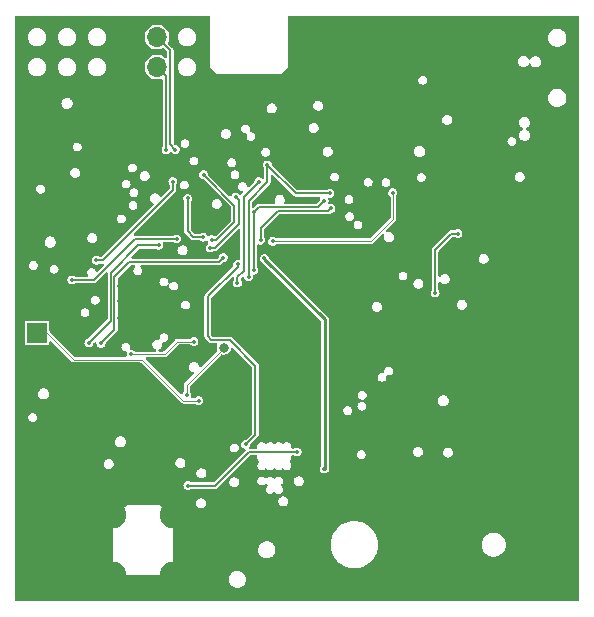
<source format=gbr>
%TF.GenerationSoftware,KiCad,Pcbnew,(6.0.4)*%
%TF.CreationDate,2023-05-27T00:51:03+09:00*%
%TF.ProjectId,RFB,5246422e-6b69-4636-9164-5f7063625858,rev?*%
%TF.SameCoordinates,Original*%
%TF.FileFunction,Copper,L3,Inr*%
%TF.FilePolarity,Positive*%
%FSLAX46Y46*%
G04 Gerber Fmt 4.6, Leading zero omitted, Abs format (unit mm)*
G04 Created by KiCad (PCBNEW (6.0.4)) date 2023-05-27 00:51:03*
%MOMM*%
%LPD*%
G01*
G04 APERTURE LIST*
%TA.AperFunction,ComponentPad*%
%ADD10C,2.600000*%
%TD*%
%TA.AperFunction,ComponentPad*%
%ADD11R,1.700000X1.700000*%
%TD*%
%TA.AperFunction,ComponentPad*%
%ADD12O,1.700000X1.700000*%
%TD*%
%TA.AperFunction,ComponentPad*%
%ADD13C,0.500000*%
%TD*%
%TA.AperFunction,ComponentPad*%
%ADD14C,2.250000*%
%TD*%
%TA.AperFunction,ComponentPad*%
%ADD15C,1.620000*%
%TD*%
%TA.AperFunction,ViaPad*%
%ADD16C,0.350000*%
%TD*%
%TA.AperFunction,ViaPad*%
%ADD17C,0.550000*%
%TD*%
%TA.AperFunction,ViaPad*%
%ADD18C,0.800000*%
%TD*%
%TA.AperFunction,Conductor*%
%ADD19C,0.160000*%
%TD*%
%TA.AperFunction,Conductor*%
%ADD20C,0.090000*%
%TD*%
%TA.AperFunction,Conductor*%
%ADD21C,0.250000*%
%TD*%
G04 APERTURE END LIST*
D10*
%TO.N,GND*%
%TO.C,H1*%
X78790800Y-95097600D03*
%TD*%
D11*
%TO.N,/3V3D*%
%TO.C,J9*%
X34950400Y-83230800D03*
D12*
%TO.N,GND*%
X34950400Y-85770800D03*
%TD*%
D10*
%TO.N,GND*%
%TO.C,H2*%
X73329800Y-61417200D03*
%TD*%
D12*
%TO.N,GND*%
%TO.C,J7*%
X42570400Y-58166000D03*
X42570400Y-60706000D03*
%TO.N,/LNA_EN1*%
X45110400Y-58166000D03*
%TO.N,/LNA_EN2*%
X45110400Y-60706000D03*
%TD*%
D13*
%TO.N,GND*%
%TO.C,U8*%
X66594100Y-92342400D03*
X64594100Y-91342400D03*
X66594100Y-90342400D03*
X64594100Y-90342400D03*
X65594100Y-91342400D03*
X65594100Y-90342400D03*
X66594100Y-91342400D03*
X64594100Y-92342400D03*
X65594100Y-92342400D03*
%TD*%
%TO.N,GND*%
%TO.C,U3*%
X63728600Y-80146400D03*
X62728600Y-78146400D03*
X64728600Y-78146400D03*
X63728600Y-79146400D03*
X64728600Y-80146400D03*
X62728600Y-79146400D03*
X64728600Y-79146400D03*
X62728600Y-80146400D03*
X63728600Y-78146400D03*
%TD*%
D12*
%TO.N,GND*%
%TO.C,J6*%
X78994000Y-60756800D03*
%TD*%
D14*
%TO.N,GND*%
%TO.C,J3*%
X41402000Y-103685400D03*
X46482000Y-98605400D03*
X46482000Y-103685400D03*
X41402000Y-98605400D03*
%TD*%
D15*
%TO.N,GND*%
%TO.C,RV1*%
X49406800Y-101574600D03*
%TD*%
D13*
%TO.N,GND*%
%TO.C,IC3*%
X63736200Y-68417900D03*
X63736200Y-67142900D03*
X65011200Y-68417900D03*
X62461200Y-68417900D03*
X63736200Y-69692900D03*
X61186200Y-68417900D03*
X61186200Y-67142900D03*
X62461200Y-69692900D03*
X65011200Y-64592900D03*
X66286200Y-67142900D03*
X63736200Y-64592900D03*
X66286200Y-69692900D03*
X63736200Y-65867900D03*
X61186200Y-64592900D03*
X66286200Y-68417900D03*
X62461200Y-67142900D03*
X66286200Y-64592900D03*
X65011200Y-65867900D03*
X62461200Y-65867900D03*
X66286200Y-65867900D03*
X65011200Y-69692900D03*
X62461200Y-64592900D03*
X61186200Y-69692900D03*
X65011200Y-67142900D03*
X61186200Y-65867900D03*
%TD*%
D10*
%TO.N,GND*%
%TO.C,H3*%
X35306000Y-103733600D03*
%TD*%
D14*
%TO.N,GND*%
%TO.C,J1*%
X73609200Y-97550698D03*
X73609200Y-104734902D03*
X77201302Y-101142800D03*
X70017098Y-101142800D03*
%TD*%
%TO.N,GND*%
%TO.C,J2*%
X64363600Y-103682800D03*
X59283600Y-103682800D03*
X59283600Y-98602800D03*
X64363600Y-98602800D03*
%TD*%
D13*
%TO.N,GND*%
%TO.C,U4*%
X43422800Y-83203800D03*
X43452800Y-79203800D03*
X40722800Y-80473800D03*
X41992800Y-83203800D03*
X43452800Y-80473800D03*
X41992800Y-80473800D03*
X44722800Y-81933800D03*
X43452800Y-81933800D03*
X41992800Y-81933800D03*
X44722800Y-80473800D03*
X41992800Y-79203800D03*
X40722800Y-81933800D03*
%TD*%
D16*
%TO.N,GND*%
X41325800Y-96926400D03*
X46558200Y-96215200D03*
X46558200Y-96926400D03*
X53060600Y-94462600D03*
X50017706Y-89895706D03*
X50520600Y-90398600D03*
X51023494Y-90901494D03*
X45897800Y-91795600D03*
X45897800Y-92506800D03*
X46400694Y-91292706D03*
X48514000Y-89890600D03*
X47802800Y-89890600D03*
X49225200Y-89890600D03*
X65709800Y-95758000D03*
X64897000Y-95758000D03*
X60045600Y-97358200D03*
X59542706Y-96855306D03*
X60548494Y-97861094D03*
X70332600Y-96113600D03*
X71297800Y-69748400D03*
X71653400Y-69138800D03*
X70942200Y-69138800D03*
X71780400Y-63525400D03*
X72491600Y-63525400D03*
X71069200Y-63525400D03*
X56134000Y-66294000D03*
X50647600Y-94157800D03*
X40767000Y-92379800D03*
X39522400Y-98145600D03*
X39522400Y-99568000D03*
X39522400Y-96723200D03*
X39522400Y-95300800D03*
X39522400Y-93878400D03*
X38785800Y-99542600D03*
X38785800Y-96697800D03*
X37363400Y-98120200D03*
X38785800Y-95275400D03*
X37363400Y-99542600D03*
X38785800Y-98120200D03*
X37363400Y-96697801D03*
X37363400Y-95275400D03*
X37363400Y-93853000D03*
X38785800Y-93853000D03*
X38074600Y-99542600D03*
X38074600Y-96697800D03*
X36652200Y-98120200D03*
X38074600Y-95275400D03*
X36652200Y-99542600D03*
X38074600Y-98120200D03*
X36652200Y-96697801D03*
X36652200Y-95275400D03*
X36652200Y-93853000D03*
X38074600Y-93853000D03*
X35941000Y-99542600D03*
X35941000Y-96697800D03*
X34518600Y-98120200D03*
X35941000Y-95275400D03*
X34518600Y-99542600D03*
X35941000Y-98120200D03*
X34518600Y-96697801D03*
X34518600Y-95275400D03*
X34518600Y-93853000D03*
X35941000Y-93853000D03*
X35229800Y-99542600D03*
X35229800Y-96697800D03*
X33807400Y-98120200D03*
X35229800Y-95275400D03*
X33807400Y-99542600D03*
X35229800Y-98120200D03*
X33807400Y-96697801D03*
X33807400Y-95275400D03*
X33807400Y-93853000D03*
X35229800Y-93853000D03*
X34518600Y-94564200D03*
X34518600Y-97409000D03*
X35941000Y-95986600D03*
X34518600Y-98831400D03*
X35941000Y-94564200D03*
X34518600Y-95986600D03*
X35941000Y-97409000D03*
X35941000Y-98831400D03*
X35941000Y-100253800D03*
X34518600Y-100253800D03*
X37363400Y-94564200D03*
X37363400Y-97409000D03*
X38785800Y-95986600D03*
X37363400Y-98831400D03*
X38785800Y-94564200D03*
X37363400Y-95986600D03*
X38785800Y-97409000D03*
X38785800Y-98831400D03*
X38785800Y-100253800D03*
X37363400Y-100253800D03*
X54127400Y-84480400D03*
X54483000Y-83870800D03*
X54838600Y-84480400D03*
X55194200Y-83870800D03*
X53416200Y-84480400D03*
X53771800Y-83870800D03*
X53060600Y-83870800D03*
X52349400Y-83870800D03*
X41224200Y-89103200D03*
X41224200Y-88392000D03*
X41833800Y-89458800D03*
X41833800Y-88747600D03*
X41833800Y-88036400D03*
X42443400Y-90525600D03*
X43053000Y-89458800D03*
X42443400Y-89814400D03*
X42443400Y-89103200D03*
X42443400Y-88392000D03*
X46659800Y-89103200D03*
X46050200Y-88747600D03*
X46050200Y-89458800D03*
X46050200Y-90170000D03*
X45440600Y-88392000D03*
X45440600Y-89103200D03*
X45440600Y-89814400D03*
X45440600Y-90525600D03*
X68402200Y-63347600D03*
X72136000Y-74828400D03*
X74269600Y-84429600D03*
X57200800Y-69494400D03*
X66802000Y-101498401D03*
X77470000Y-99364801D03*
X76213474Y-99041420D03*
X60401200Y-58826400D03*
X60553600Y-90170000D03*
X43332400Y-105765600D03*
X45135800Y-96926400D03*
X59918600Y-93548200D03*
X73075800Y-69138800D03*
X56134000Y-101498400D03*
X75336400Y-95097601D03*
X57480200Y-74498200D03*
X72190320Y-103567469D03*
X79603600Y-75895200D03*
X62534800Y-103860600D03*
X50038000Y-88722200D03*
X66802000Y-57759600D03*
X74549000Y-65684400D03*
X77470000Y-56692800D03*
X68259883Y-75402517D03*
X49733201Y-105765600D03*
X76403200Y-82296000D03*
X43992800Y-72593200D03*
X71004926Y-103244180D03*
X58785683Y-79263317D03*
X43434000Y-96012000D03*
X78536800Y-97231199D03*
X40132000Y-91897201D03*
X36931600Y-102565201D03*
X34340800Y-89052400D03*
X72847200Y-64846200D03*
X71394295Y-75265306D03*
X41529000Y-65049400D03*
X66217800Y-85445600D03*
X61391800Y-85674200D03*
X74269600Y-95097600D03*
X80670400Y-88696800D03*
X71069200Y-72694800D03*
X39065200Y-104698800D03*
X38049200Y-86029800D03*
X71780400Y-64236600D03*
X71424800Y-64846200D03*
X79603600Y-88696800D03*
X47599600Y-105765600D03*
X75336400Y-91897199D03*
X65963800Y-95148400D03*
X80670401Y-81229200D03*
X40741600Y-86537800D03*
X46736000Y-86233000D03*
X58176083Y-92008883D03*
X57200800Y-63093600D03*
X78536800Y-104698800D03*
X43053000Y-88747600D03*
X77470001Y-87630000D03*
X36347400Y-92456000D03*
X66395600Y-87985600D03*
X68173600Y-59639200D03*
X64449883Y-96281317D03*
X77470000Y-92964000D03*
X61290200Y-74498200D03*
X65735200Y-104698800D03*
X63728600Y-84048600D03*
X68173600Y-77927200D03*
X76403200Y-90830400D03*
X67360800Y-94081600D03*
X67843400Y-88392000D03*
X63347600Y-86410800D03*
X33731200Y-67360800D03*
X57200800Y-78028800D03*
X48255614Y-88322986D03*
X66802001Y-59893200D03*
X66969589Y-75118011D03*
X60370694Y-75001094D03*
X37998401Y-65227200D03*
X43230800Y-103860600D03*
X76033869Y-102561680D03*
X74269600Y-81229200D03*
X50038000Y-88011000D03*
X78536800Y-75895200D03*
X51282600Y-82143600D03*
X37998400Y-87960200D03*
X39497000Y-98831400D03*
X67756989Y-75905411D03*
X79603600Y-67360800D03*
X58496200Y-100076000D03*
X74269600Y-79095600D03*
X62306200Y-72390000D03*
X61468000Y-58826400D03*
X60452000Y-63042800D03*
X62534800Y-57759600D03*
X80670400Y-85496400D03*
X67005200Y-63042800D03*
X59283600Y-59639200D03*
X60756800Y-104470200D03*
X33731200Y-65227200D03*
X34315400Y-79679800D03*
X39497000Y-100253800D03*
X68935600Y-104698800D03*
X47726600Y-83261200D03*
X69646800Y-71577201D03*
X41097200Y-85979000D03*
X80670400Y-90830400D03*
X78536800Y-81229200D03*
X66471800Y-77571600D03*
X67843400Y-86969600D03*
X71069200Y-92964001D03*
X36931600Y-65227200D03*
X77470000Y-82295999D03*
X72135999Y-83362800D03*
X80670400Y-60959999D03*
X47015400Y-82143600D03*
X40132000Y-104698800D03*
X78536800Y-79095600D03*
X46990000Y-87960200D03*
X78536800Y-76962000D03*
X76403200Y-96164401D03*
X58191400Y-74498200D03*
X70901483Y-77784883D03*
X73939400Y-66040000D03*
X74269600Y-92964000D03*
X60401200Y-59893201D03*
D17*
X61950600Y-97104200D03*
D16*
X48666400Y-102565200D03*
X79603601Y-87630000D03*
X80670400Y-105765600D03*
X42570400Y-97612200D03*
X76403199Y-56692800D03*
X75336400Y-56692800D03*
X65735200Y-57759600D03*
X51866800Y-90830400D03*
X73863200Y-86791800D03*
X52933599Y-101498400D03*
X69265672Y-74396728D03*
X78536800Y-88696800D03*
X77470000Y-98298000D03*
X74269600Y-56692800D03*
X80670400Y-79095600D03*
X44856400Y-68580000D03*
X76033869Y-99723920D03*
X63728600Y-81838800D03*
X67472483Y-74615117D03*
X37998400Y-105765600D03*
X72136000Y-94030801D03*
X65341500Y-93929200D03*
X73939400Y-65328800D03*
X59334400Y-105765600D03*
X73837800Y-67589400D03*
X37439600Y-86385400D03*
X34798000Y-101498400D03*
X50977800Y-92786200D03*
X67884117Y-94604917D03*
X42875200Y-104470200D03*
X69646800Y-70154800D03*
X64668400Y-58826400D03*
X51993801Y-82143600D03*
X36652200Y-100253800D03*
X58267600Y-78028800D03*
X63525400Y-97358200D03*
X56921400Y-73406000D03*
X68935600Y-105765600D03*
X71069200Y-62026801D03*
X33604200Y-81813401D03*
X33731200Y-87884000D03*
X79603600Y-103632000D03*
X38887400Y-71932800D03*
X76716369Y-102741286D03*
X58267600Y-105765600D03*
X57200800Y-101498400D03*
X64541400Y-101854000D03*
X73202800Y-64236600D03*
X79603600Y-104698801D03*
X72598177Y-85094977D03*
D17*
X69570600Y-96139000D03*
D16*
X79603600Y-86563200D03*
X43383200Y-91821000D03*
X51866800Y-89077800D03*
X35229800Y-94564200D03*
X57200800Y-104698800D03*
X57170294Y-91003094D03*
X46228000Y-75819000D03*
X62773483Y-94554117D03*
X39497000Y-97409000D03*
X46659800Y-101142800D03*
X68478272Y-73609328D03*
X79603600Y-92964000D03*
X73106306Y-85603106D03*
X49047400Y-73406000D03*
X70535800Y-82702400D03*
X80670400Y-104698800D03*
X40614600Y-100787200D03*
X43332399Y-63093600D03*
X58267599Y-76962000D03*
X80670400Y-70561200D03*
X44831000Y-90170000D03*
X36347400Y-91033600D03*
X71069200Y-57759599D03*
X61366400Y-93827600D03*
X46304200Y-82143600D03*
X35864801Y-72694800D03*
X69596000Y-61061600D03*
X73863200Y-90347800D03*
X55143400Y-76809600D03*
X71104811Y-96377811D03*
X64617600Y-73456800D03*
X71069199Y-94030800D03*
X57200800Y-66294000D03*
X35229800Y-100253800D03*
X58267600Y-94030800D03*
X73329800Y-67106800D03*
X54838600Y-83261200D03*
X75336400Y-85496399D03*
X65354200Y-94640400D03*
X60883800Y-86182200D03*
X56210200Y-73406000D03*
X69646800Y-72288400D03*
X50469800Y-73406000D03*
X56972200Y-84683600D03*
X50215800Y-74523600D03*
X44399200Y-63093600D03*
X54000401Y-81229200D03*
X74269601Y-85496400D03*
X38074600Y-95986600D03*
X75336400Y-81229199D03*
X57200800Y-102565200D03*
X34798001Y-69494400D03*
X52933600Y-80162400D03*
X41224200Y-101142800D03*
X75336400Y-96164400D03*
X51181000Y-73406000D03*
X76403200Y-89763600D03*
X80670400Y-91897200D03*
X77470000Y-97231200D03*
X35737799Y-79679800D03*
X58267600Y-95097599D03*
X71507820Y-103747074D03*
X79603600Y-73761600D03*
X43942000Y-103860600D03*
X47599600Y-104698801D03*
X51003200Y-98221800D03*
X43942000Y-93141800D03*
X62270589Y-95057011D03*
X67868800Y-102565200D03*
X47472600Y-96875600D03*
X77470000Y-83362800D03*
X55549800Y-83261200D03*
X80670400Y-99364800D03*
X75028080Y-98718131D03*
X48336200Y-73406000D03*
X51866800Y-105765600D03*
X56134000Y-105765600D03*
X76403200Y-91897200D03*
X79603600Y-102565201D03*
X33731200Y-69494400D03*
X60198000Y-79222600D03*
X79603600Y-72694799D03*
X36550601Y-80797400D03*
X52933600Y-105765600D03*
X71592389Y-84089189D03*
X68935600Y-103632000D03*
X49453800Y-65709800D03*
X44399200Y-96723200D03*
X58267600Y-97231199D03*
X75336400Y-92964000D03*
X69392800Y-76276200D03*
X33731200Y-105765600D03*
X70002400Y-105765600D03*
X65963800Y-76123800D03*
X77470000Y-88696800D03*
X69895694Y-75773306D03*
X79603600Y-71628000D03*
X73202800Y-94030801D03*
X38074600Y-84099400D03*
X76403200Y-85496400D03*
X51003200Y-77774800D03*
X71069200Y-64211200D03*
X33604200Y-79679800D03*
X49530000Y-68224400D03*
X61468000Y-59893200D03*
X33807400Y-98831400D03*
X59055000Y-66827400D03*
X65735200Y-59893200D03*
X33604200Y-77901800D03*
X65151000Y-100076000D03*
X57277000Y-80772000D03*
X79603601Y-76962000D03*
X51714400Y-96799400D03*
X58267600Y-96164400D03*
X49758600Y-73406000D03*
X65735200Y-105765600D03*
X41452800Y-95326200D03*
X48437800Y-82143600D03*
X49428400Y-88366600D03*
X68173600Y-58216801D03*
X57200800Y-68427600D03*
X42265600Y-105765600D03*
X43561000Y-65049400D03*
X70002400Y-103632000D03*
X44627800Y-67741801D03*
X40132000Y-87960200D03*
X62534800Y-58826400D03*
X59334400Y-76962000D03*
X77470000Y-84429600D03*
X35229800Y-98831400D03*
X70205600Y-88341200D03*
X58496200Y-100787200D03*
X52349400Y-87757000D03*
X51257200Y-88722200D03*
X66395600Y-88696800D03*
X66548000Y-87122000D03*
X75336400Y-88696800D03*
X75336400Y-87629999D03*
X52425600Y-97510600D03*
X75336400Y-80162400D03*
X74549000Y-64973200D03*
X59105800Y-101854000D03*
X79603600Y-98298000D03*
X63632234Y-85120634D03*
X39065200Y-90830400D03*
X76403200Y-83362801D03*
X65716710Y-84946006D03*
X63946989Y-96784211D03*
X34798000Y-72694800D03*
X74269600Y-72694800D03*
X56133999Y-102565200D03*
X36804600Y-82880201D03*
X47396400Y-79984600D03*
X56667400Y-90500200D03*
X36347400Y-90322400D03*
X67868800Y-100431600D03*
X56972200Y-83972400D03*
X63449200Y-87223600D03*
X50647600Y-89077800D03*
X48666400Y-105765600D03*
X40132000Y-105765600D03*
X66802000Y-100431600D03*
X55549800Y-82143600D03*
X73202800Y-82296000D03*
X67970400Y-92125800D03*
X45847000Y-96926400D03*
X77470000Y-103632000D03*
X68935600Y-99364800D03*
X59131200Y-68580000D03*
X57200800Y-65227200D03*
X78536800Y-103632000D03*
X71089494Y-83586294D03*
X73456800Y-90957400D03*
X44653200Y-103860600D03*
X57632600Y-71958200D03*
X59283600Y-58216800D03*
X50571400Y-82143600D03*
X36449000Y-78968600D03*
X79603600Y-99364800D03*
X55067200Y-80162400D03*
X76403200Y-71628000D03*
X74269600Y-82296000D03*
X48666400Y-65049400D03*
X68529200Y-72186800D03*
X39497000Y-94564200D03*
X37769800Y-81711800D03*
X52933600Y-63093600D03*
X79603600Y-69494400D03*
X38074600Y-98831400D03*
X76403200Y-104698800D03*
X35229800Y-97409000D03*
X58496200Y-101498400D03*
X61569600Y-94691200D03*
X38658800Y-73787000D03*
X79603600Y-84429600D03*
X35737800Y-78968600D03*
X65212011Y-84439811D03*
X60401201Y-95097600D03*
X54127401Y-82143600D03*
X80670400Y-94030800D03*
X76403200Y-94030801D03*
X80670400Y-69494399D03*
X61569600Y-72618600D03*
X37439600Y-85674200D03*
X71948117Y-92466083D03*
X79603601Y-70561200D03*
X69895694Y-76779094D03*
X74269600Y-91897200D03*
X35229800Y-95986600D03*
D17*
X60997961Y-96239399D03*
D16*
X63601600Y-58826400D03*
X36652200Y-97409000D03*
X78536800Y-67360799D03*
X60690811Y-87792611D03*
X56134000Y-75895200D03*
X80670401Y-87630000D03*
X56261000Y-83261200D03*
X63601600Y-59893200D03*
X63195200Y-92125800D03*
X42062400Y-63500000D03*
X44831000Y-88036400D03*
X36804600Y-81813400D03*
X54000400Y-90830400D03*
X77470000Y-76961999D03*
X52933600Y-88696800D03*
X75336400Y-57759601D03*
X78536800Y-86563200D03*
X75336399Y-83362800D03*
X42875200Y-95326200D03*
X33731200Y-86817200D03*
X63855600Y-87833200D03*
X42037000Y-96926400D03*
X57673189Y-91505989D03*
X67868800Y-101498400D03*
X77470000Y-90830400D03*
X33731200Y-74828400D03*
X44627801Y-65049400D03*
X70891400Y-75768200D03*
X63728600Y-77216000D03*
X75207686Y-104249969D03*
X55067199Y-88696800D03*
X54000400Y-79095601D03*
X64033400Y-94056200D03*
X78536800Y-102565200D03*
X79603601Y-79095600D03*
X40360600Y-76428600D03*
X33731200Y-64160400D03*
X64465200Y-72593200D03*
X74447400Y-68656200D03*
X45085000Y-94056200D03*
X49860200Y-82143600D03*
X70002400Y-58826400D03*
X77470000Y-80162400D03*
X62890400Y-104470200D03*
X71184531Y-102561680D03*
X73202800Y-80162400D03*
X63129339Y-84617739D03*
X75710580Y-98538526D03*
X80670400Y-96164400D03*
X57200800Y-105765600D03*
X76403200Y-76962000D03*
X56134000Y-80162400D03*
X73863200Y-87503000D03*
X72136000Y-105765600D03*
X57200800Y-75895200D03*
X33731200Y-88696800D03*
X65151000Y-102209600D03*
X39065200Y-101498400D03*
X73609200Y-86106000D03*
X59334400Y-78028800D03*
X56134000Y-84429600D03*
X57200800Y-58826400D03*
X72136000Y-64846200D03*
X79603600Y-78028800D03*
X71687425Y-103064575D03*
X67843400Y-86258399D03*
X36652200Y-94564200D03*
X72136000Y-58826400D03*
X41275000Y-75158600D03*
X64668400Y-95148400D03*
X69596000Y-58216800D03*
X56134000Y-67360800D03*
X73863200Y-89636599D03*
X64439800Y-84302600D03*
X41198800Y-105765600D03*
X57200800Y-100431600D03*
X57099200Y-97510600D03*
X78536800Y-89763600D03*
X35864800Y-101498400D03*
X61112400Y-103860600D03*
X76403200Y-81229199D03*
X44297600Y-95326200D03*
X71069200Y-104698800D03*
X50317400Y-64973200D03*
X47269400Y-101498400D03*
X67254094Y-76408306D03*
X67818000Y-77317600D03*
X36957000Y-89255600D03*
X79603600Y-83362801D03*
X38760400Y-76276200D03*
X41532816Y-71932800D03*
X64363600Y-88341200D03*
X64465200Y-71882000D03*
X74447400Y-67945000D03*
X54000400Y-103632000D03*
X34798000Y-65227200D03*
X36804600Y-86080601D03*
X47726600Y-82143600D03*
X73202799Y-83362800D03*
X65735200Y-97231200D03*
X48260000Y-93954600D03*
X80670400Y-56692800D03*
X64541400Y-100431600D03*
X69646800Y-73710800D03*
X73202799Y-81229200D03*
X55067200Y-104698800D03*
X69596000Y-59639200D03*
X78536800Y-71628000D03*
X50800000Y-102565200D03*
X76403200Y-79095600D03*
X75336400Y-86563201D03*
X75336399Y-79095600D03*
X42799000Y-94056200D03*
X70002400Y-69367400D03*
X80670400Y-83362800D03*
X49428400Y-89077800D03*
X46304200Y-83261200D03*
X39065200Y-92964000D03*
X60909200Y-79222600D03*
X38074600Y-100253800D03*
X40821616Y-71932800D03*
X80670400Y-97231200D03*
X76403200Y-72694800D03*
X67564001Y-72694800D03*
X56972200Y-85394800D03*
X67462400Y-77927200D03*
X60401200Y-57759600D03*
X57200800Y-98298000D03*
X67589400Y-84048600D03*
X51866800Y-80162400D03*
X33807400Y-94564200D03*
X43281600Y-97612200D03*
X49758600Y-92583000D03*
X80670400Y-101498400D03*
X77470000Y-86563200D03*
X41452800Y-86537800D03*
X37261800Y-80797400D03*
X66751200Y-78359000D03*
X46659800Y-100431600D03*
X37312600Y-74650600D03*
D17*
X62890400Y-97993200D03*
D16*
X80670400Y-76962000D03*
D17*
X67824335Y-98018600D03*
D16*
X60452000Y-62331600D03*
X61823600Y-103860600D03*
X80670400Y-100431600D03*
X67005200Y-63754000D03*
X35864801Y-68427600D03*
X45466000Y-105765600D03*
X57200800Y-99364800D03*
X60711106Y-76916306D03*
X42799000Y-93141800D03*
X46837600Y-85521800D03*
X33731200Y-75895201D03*
X70502031Y-102741286D03*
X47269400Y-100787200D03*
D17*
X68681600Y-97078800D03*
D16*
X48260000Y-79273400D03*
X62204600Y-74777600D03*
X69748400Y-94792800D03*
X54000400Y-88696800D03*
X44297600Y-104470200D03*
X60553600Y-72847200D03*
X36652200Y-98831400D03*
X80670401Y-98298000D03*
X45008800Y-95326200D03*
X47599599Y-65049400D03*
X75710580Y-103747074D03*
X50800000Y-105765600D03*
X73863200Y-88925400D03*
X51866799Y-62026800D03*
X50248858Y-78529142D03*
X56591200Y-89077800D03*
X52933600Y-102565200D03*
X67868800Y-105765600D03*
X52425600Y-98221800D03*
X51003200Y-97510600D03*
X72451011Y-91963189D03*
X33731200Y-89408000D03*
X72136000Y-95097600D03*
X80665228Y-102563584D03*
X60208211Y-76413411D03*
X49733200Y-104698800D03*
X54000400Y-63093600D03*
X71069199Y-70561200D03*
X35864801Y-65227200D03*
X61468000Y-57759600D03*
X39065200Y-103632000D03*
X63271400Y-94056200D03*
X77470000Y-91897199D03*
X68783200Y-94081600D03*
X38074600Y-84810600D03*
X79603600Y-90830400D03*
X59055000Y-63020000D03*
X43455584Y-66675000D03*
X79603600Y-91897201D03*
X35864800Y-73761600D03*
X78536800Y-83362800D03*
X72364600Y-70358000D03*
X79603600Y-105765600D03*
X75336400Y-78028800D03*
X55067200Y-90830400D03*
X66802000Y-104698801D03*
X60045600Y-73406000D03*
X73202800Y-73761600D03*
X50571400Y-83261200D03*
X68173600Y-76708000D03*
X58795894Y-75001094D03*
X75336400Y-97231200D03*
X77470000Y-105765600D03*
X41656000Y-67818000D03*
X68402200Y-90551000D03*
X56591200Y-88366600D03*
X35864801Y-66294000D03*
X41224200Y-100431600D03*
X57200799Y-94030800D03*
X78536800Y-82296000D03*
X66979800Y-60785000D03*
X33731200Y-68427600D03*
X67975377Y-74112223D03*
X33807400Y-100253800D03*
X74269601Y-83362800D03*
X75028080Y-103567469D03*
X72110600Y-97383600D03*
X52705000Y-82143600D03*
X73202801Y-74828400D03*
X78536800Y-99364800D03*
X59105800Y-100431600D03*
X80670400Y-67360799D03*
X71069200Y-105765600D03*
X49733200Y-103632000D03*
X57200800Y-76962000D03*
X55067200Y-81229200D03*
X42164000Y-95326200D03*
X48615600Y-85191600D03*
X66182317Y-96306717D03*
X80670401Y-71628000D03*
X60477400Y-60782200D03*
X33731200Y-84683599D03*
X42037000Y-96215200D03*
X47269400Y-102209600D03*
X52933601Y-90830400D03*
X61468000Y-105765600D03*
X64668401Y-59893200D03*
X49758600Y-93294200D03*
X59486800Y-79222600D03*
X46659800Y-101854000D03*
X78536800Y-91897200D03*
X75336400Y-90830400D03*
X48666400Y-99364800D03*
X33731200Y-63093600D03*
X74549000Y-66395600D03*
X79603601Y-89763600D03*
X79603600Y-85496399D03*
X73202800Y-92964000D03*
X72491600Y-64236600D03*
X76403199Y-78028800D03*
X57937400Y-69596000D03*
X51282600Y-83261200D03*
X42499381Y-85956970D03*
X42748200Y-96215200D03*
X76213474Y-103244180D03*
X71069200Y-59893200D03*
X56972199Y-82143600D03*
X56591200Y-89789000D03*
X57861200Y-58216800D03*
X68762777Y-74899623D03*
X61620400Y-79222600D03*
X63844600Y-93319600D03*
X39319200Y-72872600D03*
X68935600Y-98653600D03*
X79603601Y-81229200D03*
X78536800Y-69494400D03*
X75336400Y-62026800D03*
X73837800Y-68300600D03*
X36347400Y-91744800D03*
X40817800Y-70002400D03*
X36931600Y-66294000D03*
X80670400Y-92964000D03*
X64541400Y-101142800D03*
X66045106Y-86619106D03*
X59705317Y-75910517D03*
X37261801Y-80086200D03*
X78536800Y-90830400D03*
X60375800Y-86766400D03*
X41452800Y-84582000D03*
X80670400Y-66294000D03*
X54838600Y-82143600D03*
X54000400Y-104698801D03*
X58267600Y-75895200D03*
X66802000Y-103632000D03*
X53263800Y-93751400D03*
X52933600Y-89763600D03*
X39497000Y-95986600D03*
X77470001Y-79095600D03*
X38074600Y-97409000D03*
X66751200Y-76911200D03*
X43053000Y-90170000D03*
X49047400Y-92583000D03*
X56769000Y-74498200D03*
X80670400Y-82296000D03*
X51714400Y-97510600D03*
X45008800Y-104470200D03*
X41224200Y-101854000D03*
X73939400Y-66751200D03*
X56134000Y-104698801D03*
X65735200Y-99364800D03*
X74269599Y-94030800D03*
X75207686Y-98035631D03*
X56134000Y-76962001D03*
X40132000Y-90830400D03*
X37541200Y-71272400D03*
X72720200Y-69748400D03*
X59918600Y-96164400D03*
X71729600Y-81864200D03*
X55067200Y-105765600D03*
X80670400Y-63093599D03*
X56133999Y-68427600D03*
X80670400Y-95097600D03*
X76403200Y-87630000D03*
X50800000Y-81229200D03*
X44831000Y-90881200D03*
X37998399Y-92964000D03*
X66685211Y-96809611D03*
X36804600Y-85013801D03*
X75641200Y-63296800D03*
X78536800Y-92964000D03*
X51257200Y-89433400D03*
X43764200Y-74498200D03*
X47447200Y-85166200D03*
X57200800Y-67360800D03*
X66732710Y-85962006D03*
X50469800Y-93294200D03*
X34798000Y-74828401D03*
X33731200Y-71628000D03*
X59867800Y-74498200D03*
X65151000Y-100787200D03*
X70002400Y-62026800D03*
X75336400Y-82296000D03*
X73431400Y-69748400D03*
X78536800Y-98298000D03*
X79603600Y-74828399D03*
X45796200Y-85801200D03*
X75336400Y-94030801D03*
X47015400Y-83261200D03*
X55346600Y-74498200D03*
X45135800Y-96215200D03*
X78536800Y-80162400D03*
X36347400Y-89611200D03*
X40821616Y-70971416D03*
X51003200Y-96799400D03*
X59334400Y-73406000D03*
X34798000Y-68427600D03*
X56591200Y-87655400D03*
X60198000Y-88366600D03*
X73202800Y-84429600D03*
X76403200Y-105765600D03*
X69418200Y-81508600D03*
X68387011Y-95107811D03*
X79603600Y-80162400D03*
X61193706Y-88295506D03*
X74269600Y-80162400D03*
X80670400Y-89763600D03*
X80670400Y-58826400D03*
X33807400Y-95986600D03*
X52933600Y-81229200D03*
X70398589Y-76276200D03*
X56134000Y-103632000D03*
X79603600Y-97231200D03*
X54000400Y-62026800D03*
X78536800Y-68427600D03*
X40690800Y-73736200D03*
X54127400Y-83261200D03*
X39065199Y-87960200D03*
X59893200Y-92506800D03*
X44831000Y-88747600D03*
X57632600Y-70256400D03*
X44450000Y-96012000D03*
X78536800Y-85496400D03*
X68554600Y-92608400D03*
X61696600Y-88798400D03*
X70713600Y-64846200D03*
X77470000Y-85496401D03*
X61468000Y-104470200D03*
X58496200Y-102209600D03*
X76403200Y-92964000D03*
X80670400Y-103632000D03*
X48666400Y-103632000D03*
X46913800Y-84556600D03*
X64114706Y-73959694D03*
X73202800Y-95097600D03*
X68935600Y-102565201D03*
X76403200Y-84429600D03*
X42244016Y-71932800D03*
X76403200Y-88696800D03*
X69900800Y-99695000D03*
X65542211Y-86116211D03*
X61264800Y-75895200D03*
X40386000Y-85979000D03*
X56131601Y-99364451D03*
X75530975Y-103064575D03*
X43942000Y-94056200D03*
X35864800Y-71628000D03*
X59105800Y-101142800D03*
X77470000Y-75895200D03*
X52425600Y-96799400D03*
X78536800Y-70561200D03*
X68300600Y-70091856D03*
X80670400Y-73761600D03*
X61722000Y-95504000D03*
X73939400Y-63906400D03*
X75336400Y-84429599D03*
X45796200Y-86512400D03*
X33731200Y-66294000D03*
X33731200Y-70561200D03*
X46532800Y-105765600D03*
X45465999Y-63093600D03*
X74447400Y-67233800D03*
X60452000Y-63754000D03*
X33731200Y-73761600D03*
X70398589Y-77281989D03*
X76403200Y-73761600D03*
X68427600Y-65278000D03*
X44627800Y-66675000D03*
X78536800Y-73761599D03*
X56133999Y-100431600D03*
X36957000Y-91389200D03*
X72136000Y-96164400D03*
X67868800Y-104698800D03*
X72136000Y-73761600D03*
X73863200Y-88214200D03*
X70205600Y-87630000D03*
X44831000Y-89458800D03*
X80670400Y-74828400D03*
X34798000Y-66294000D03*
X43053000Y-88036400D03*
X48666400Y-63093600D03*
X80670400Y-86563200D03*
X55067200Y-62026800D03*
X37998400Y-101498400D03*
X73075800Y-70358000D03*
X71069200Y-95097600D03*
X53416200Y-83261200D03*
X37998401Y-66294000D03*
X78536800Y-74828400D03*
X80670400Y-62026800D03*
X60985400Y-77571600D03*
X37998400Y-104698801D03*
X48666400Y-104698800D03*
X64668400Y-105765600D03*
X70891400Y-82092800D03*
X78536800Y-105765600D03*
X43586400Y-95326200D03*
X40821616Y-72894184D03*
X58216800Y-92735400D03*
X64236600Y-75844400D03*
X53416201Y-82143600D03*
X66649600Y-94081600D03*
X68173600Y-61061600D03*
X79603600Y-68427599D03*
X42164000Y-86537800D03*
X50799999Y-101498400D03*
X43484800Y-96723200D03*
X64820800Y-88874600D03*
X49403000Y-87655400D03*
X39065200Y-91897201D03*
X80670400Y-80162400D03*
X67005200Y-62331600D03*
X55067200Y-87655400D03*
X48666399Y-100431600D03*
X62809094Y-71887106D03*
X72953906Y-91460294D03*
X58750200Y-70434200D03*
X80670400Y-57759600D03*
X65735200Y-58826400D03*
X59283600Y-61061600D03*
X63601600Y-57759600D03*
X48234600Y-74498200D03*
X49530000Y-71272400D03*
X72009000Y-69748400D03*
X62814200Y-74320400D03*
X80670400Y-65227199D03*
X66802000Y-58826400D03*
X49047400Y-93294200D03*
X33604200Y-80746600D03*
X44932600Y-69596000D03*
X36931600Y-101498400D03*
X47599600Y-63093600D03*
X77470000Y-104698800D03*
X49530000Y-69240400D03*
X72010714Y-104249969D03*
X76716369Y-99544314D03*
X36931600Y-88112600D03*
X52704999Y-83261200D03*
X56134001Y-81229200D03*
X67868800Y-103632000D03*
X33604201Y-78968600D03*
X80670400Y-75895200D03*
X51993800Y-83261200D03*
X71069200Y-71628000D03*
X69646800Y-72999600D03*
X71607706Y-96880706D03*
X66802000Y-99364801D03*
X57200800Y-79095600D03*
X67106800Y-97409000D03*
X33807400Y-97409000D03*
X54635400Y-74498200D03*
X61767694Y-76398094D03*
X78536800Y-72694800D03*
X42490384Y-65049400D03*
X71729600Y-82575400D03*
X45313600Y-97612200D03*
X80670400Y-78028800D03*
X56134000Y-78028800D03*
X75336400Y-89763600D03*
X80670400Y-72694800D03*
X54000399Y-89763600D03*
X51714400Y-98221800D03*
X38074600Y-94564200D03*
X56057800Y-74498200D03*
X44881800Y-93268800D03*
X77470000Y-78028800D03*
X34798000Y-73761600D03*
X39065199Y-102565200D03*
X78536799Y-87630000D03*
X72136000Y-71628000D03*
X55067200Y-103632000D03*
X49504600Y-74523600D03*
X55067200Y-89763600D03*
X55067200Y-79095600D03*
X66466694Y-75620906D03*
X76403200Y-97231200D03*
X62915800Y-90525600D03*
X34315400Y-78968600D03*
X63881000Y-76504800D03*
X37998400Y-103632000D03*
X77470000Y-89763600D03*
X70205600Y-83362800D03*
X69397906Y-99192106D03*
X40614600Y-100076000D03*
X54000400Y-105765600D03*
X38684200Y-84455000D03*
X66802000Y-102565200D03*
X74269600Y-73761600D03*
X56261000Y-82143600D03*
X62341811Y-85405011D03*
X74549000Y-64262000D03*
X68529200Y-71475600D03*
X52933600Y-62026800D03*
X36957000Y-90678000D03*
X33731200Y-101498400D03*
X68935599Y-62026800D03*
X63195200Y-92837000D03*
X79603600Y-82296000D03*
X68529200Y-70764401D03*
X75336400Y-105765600D03*
X43586400Y-104470200D03*
X71404377Y-77281989D03*
X62534801Y-59893200D03*
X76403200Y-95097600D03*
X43053000Y-90881200D03*
X77470000Y-81229201D03*
X65151000Y-101498400D03*
X65303400Y-76403200D03*
X42748200Y-96926400D03*
X36957000Y-92100400D03*
X67843400Y-87680800D03*
X61036200Y-92506800D03*
X56972200Y-81432400D03*
X54000399Y-87655400D03*
X56972200Y-83261200D03*
X44500800Y-91668600D03*
X60985400Y-78282800D03*
X37490400Y-68986400D03*
X72364600Y-69138800D03*
X66802000Y-98298000D03*
X78536800Y-78028800D03*
X73202800Y-72694801D03*
X80670400Y-59893200D03*
X67868800Y-99364800D03*
X60401200Y-105765600D03*
X75530975Y-99221025D03*
X62844706Y-85907906D03*
X36957000Y-89966800D03*
X44602400Y-97612200D03*
X76403200Y-80162400D03*
D17*
X69672200Y-63601600D03*
D16*
X72095283Y-84592083D03*
X48437800Y-83261200D03*
X71069200Y-58826400D03*
X45847000Y-96215200D03*
X80670400Y-68427600D03*
X49860200Y-83261200D03*
X33731200Y-72694800D03*
X76403200Y-86563200D03*
X44399200Y-105765600D03*
X36652200Y-95986600D03*
X38404800Y-78003400D03*
X64947800Y-85725000D03*
X70901483Y-76779094D03*
X74269600Y-71628000D03*
X57632600Y-73406000D03*
X57861200Y-61061600D03*
X39065200Y-105765600D03*
X73939400Y-64617600D03*
X40614600Y-101498400D03*
X62534800Y-105765600D03*
X78536799Y-84429600D03*
X62179200Y-104470200D03*
X63601600Y-105765600D03*
X80670400Y-64160400D03*
X66802000Y-105765600D03*
X40614600Y-102209600D03*
X69164200Y-77216000D03*
X42748200Y-91516200D03*
X62479100Y-76396900D03*
X64135000Y-85623400D03*
X43053000Y-86537800D03*
X67564000Y-71628000D03*
X54000400Y-80162400D03*
X58282789Y-79766211D03*
X64668400Y-57759600D03*
X35864800Y-105765600D03*
X68986400Y-95504000D03*
X80670400Y-84429600D03*
X57861200Y-59639200D03*
X79603600Y-100431601D03*
X51866800Y-81229201D03*
X69646800Y-70866000D03*
X68402200Y-67157600D03*
X63611811Y-74462589D03*
X79603600Y-101498400D03*
X75641200Y-64109600D03*
X59055000Y-64925000D03*
X68529200Y-72898000D03*
X70002400Y-104698801D03*
X47269400Y-100076000D03*
X57200800Y-103632000D03*
X37998400Y-102565200D03*
%TO.N,/3V3D*%
X48641000Y-88950800D03*
%TO.N,/PLL_CE*%
X46456600Y-70408800D03*
X39979600Y-77063600D03*
%TO.N,/PLL_RAMPCLK*%
X40360600Y-84099400D03*
X50723800Y-76835000D03*
%TO.N,/PLL_RAMPDIR*%
X39344600Y-84048600D03*
X45237400Y-75793600D03*
%TO.N,/ADC_RESET*%
X54889400Y-75463400D03*
X65074800Y-71348600D03*
%TO.N,/LNA_EN1*%
X46659800Y-67691000D03*
%TO.N,/LNA_EN2*%
X45872400Y-67716400D03*
%TO.N,/STM_NRST*%
X46761400Y-75260200D03*
X37896800Y-78740000D03*
%TO.N,VCC*%
X47625000Y-88468200D03*
X70586600Y-74803000D03*
X68656200Y-79832200D03*
D18*
X50774600Y-84455000D03*
D16*
%TO.N,/SPI_SCK*%
X53314600Y-77901800D03*
X53314600Y-72999600D03*
X59258200Y-72034400D03*
%TO.N,/SPI_MOSI*%
X54457600Y-68986400D03*
X52857400Y-78460600D03*
X59740800Y-71399400D03*
%TO.N,/SPI_CS_ADC*%
X59842400Y-72669400D03*
X53873400Y-75361800D03*
%TO.N,/SPI_CS_PLL*%
X42926000Y-85039200D03*
X48234600Y-83947000D03*
%TO.N,/SPI_MISO*%
X53721000Y-70408800D03*
X51917600Y-78994000D03*
%TO.N,/STM_GPA0*%
X47701200Y-71831200D03*
X49022000Y-75107800D03*
%TO.N,/STM_GPA1*%
X49733200Y-75311000D03*
X49047400Y-69824600D03*
%TO.N,Net-(R31-Pad2)*%
X56972200Y-93294200D03*
X47726600Y-96139000D03*
%TO.N,/PA_DET*%
X59283600Y-94742000D03*
X54203600Y-76911200D03*
%TO.N,Net-(R20-Pad1)*%
X51943000Y-77419200D03*
X52603400Y-92659200D03*
%TO.N,/STM_GPA2*%
X51765200Y-71704200D03*
X49606200Y-76022200D03*
%TD*%
D19*
%TO.N,VCC*%
X70027800Y-74803000D02*
X70586600Y-74803000D01*
X68656200Y-76174600D02*
X70027800Y-74803000D01*
X68656200Y-79832200D02*
X68656200Y-76174600D01*
D20*
%TO.N,/3V3D*%
X47320200Y-88950800D02*
X48641000Y-88950800D01*
X43840400Y-85471000D02*
X47320200Y-88950800D01*
X38049200Y-85471000D02*
X43840400Y-85471000D01*
X35809000Y-83230800D02*
X38049200Y-85471000D01*
X35732800Y-83230800D02*
X35809000Y-83230800D01*
%TO.N,/SPI_CS_PLL*%
X45745400Y-85039200D02*
X46837600Y-83947000D01*
X42926000Y-85039200D02*
X45745400Y-85039200D01*
X46837600Y-83947000D02*
X48234600Y-83947000D01*
%TO.N,VCC*%
X47625000Y-87604600D02*
X50774600Y-84455000D01*
X47625000Y-88468200D02*
X47625000Y-87604600D01*
D19*
%TO.N,/PLL_CE*%
X39979600Y-77063600D02*
X40513000Y-77063600D01*
X40513000Y-77063600D02*
X46456600Y-71120000D01*
X46456600Y-71120000D02*
X46456600Y-70408800D01*
%TO.N,/PLL_RAMPCLK*%
X42773600Y-77216000D02*
X41489279Y-78500321D01*
X41489279Y-82970721D02*
X40360600Y-84099400D01*
X50342800Y-77216000D02*
X42773600Y-77216000D01*
X41489279Y-78500321D02*
X41489279Y-82970721D01*
X50723800Y-76835000D02*
X50342800Y-77216000D01*
%TO.N,/PLL_RAMPDIR*%
X41226321Y-78102879D02*
X41226321Y-82166879D01*
X41226321Y-82166879D02*
X39344600Y-84048600D01*
X45237400Y-75793600D02*
X43535600Y-75793600D01*
X43535600Y-75793600D02*
X41226321Y-78102879D01*
D20*
%TO.N,/ADC_RESET*%
X54889400Y-75463400D02*
X63246000Y-75463400D01*
X63246000Y-75463400D02*
X65125600Y-73583800D01*
X65125600Y-71399400D02*
X65074800Y-71348600D01*
X65125600Y-73583800D02*
X65125600Y-71399400D01*
D19*
%TO.N,/LNA_EN1*%
X46228000Y-67259200D02*
X46228000Y-59283600D01*
X46659800Y-67691000D02*
X46228000Y-67259200D01*
X46228000Y-59283600D02*
X45110400Y-58166000D01*
%TO.N,/LNA_EN2*%
X45872400Y-67716400D02*
X45872400Y-61468000D01*
X45872400Y-61468000D02*
X45110400Y-60706000D01*
%TO.N,/STM_NRST*%
X37896800Y-78740000D02*
X39751000Y-78740000D01*
X39751000Y-78740000D02*
X43230800Y-75260200D01*
X43230800Y-75260200D02*
X46761400Y-75260200D01*
%TO.N,/SPI_SCK*%
X53314600Y-72999600D02*
X53314600Y-77901800D01*
X59258200Y-72034400D02*
X58724800Y-72567800D01*
X58724800Y-72567800D02*
X53746400Y-72567800D01*
X53746400Y-72567800D02*
X53314600Y-72999600D01*
%TO.N,/SPI_MOSI*%
X52857400Y-78460600D02*
X52857400Y-72009000D01*
X52857400Y-72009000D02*
X54457600Y-70408800D01*
X54457600Y-70408800D02*
X54457600Y-68986400D01*
X56870600Y-71399400D02*
X54457600Y-68986400D01*
X59740800Y-71399400D02*
X56870600Y-71399400D01*
%TO.N,/SPI_CS_ADC*%
X59627880Y-72883920D02*
X59842400Y-72669400D01*
X53873400Y-74345800D02*
X55335280Y-72883920D01*
X53873400Y-75361800D02*
X53873400Y-74345800D01*
X55335280Y-72883920D02*
X59627880Y-72883920D01*
%TO.N,/SPI_MISO*%
X51917600Y-78994000D02*
X51917600Y-78486000D01*
X52451000Y-71678800D02*
X53721000Y-70408800D01*
X51917600Y-78486000D02*
X52451000Y-77952600D01*
X52451000Y-77952600D02*
X52451000Y-71678800D01*
%TO.N,/STM_GPA0*%
X49022000Y-75107800D02*
X48183800Y-75107800D01*
X48183800Y-75107800D02*
X47701200Y-74625200D01*
X47701200Y-74625200D02*
X47701200Y-71831200D01*
%TO.N,/STM_GPA1*%
X50139600Y-75311000D02*
X51663600Y-73787000D01*
X51663600Y-72440800D02*
X49047400Y-69824600D01*
X51663600Y-73787000D02*
X51663600Y-72440800D01*
X49733200Y-75311000D02*
X50139600Y-75311000D01*
%TO.N,Net-(R31-Pad2)*%
X47726600Y-96139000D02*
X50038000Y-96139000D01*
X52882800Y-93294200D02*
X56972200Y-93294200D01*
X50038000Y-96139000D02*
X52882800Y-93294200D01*
D21*
%TO.N,/PA_DET*%
X59309000Y-94716600D02*
X59309000Y-82067400D01*
X59309000Y-82067400D02*
X54203600Y-76962000D01*
X59283600Y-94742000D02*
X59309000Y-94716600D01*
X54203600Y-76962000D02*
X54203600Y-76911200D01*
D19*
%TO.N,Net-(R20-Pad1)*%
X49403000Y-83515200D02*
X49403000Y-80137000D01*
X53441600Y-91821000D02*
X53441600Y-85979000D01*
X52603400Y-92659200D02*
X53441600Y-91821000D01*
X49428400Y-80111600D02*
X51943000Y-77597000D01*
X49403000Y-80137000D02*
X49428400Y-80111600D01*
X51282600Y-83820000D02*
X49707800Y-83820000D01*
X53441600Y-85979000D02*
X51282600Y-83820000D01*
X49707800Y-83820000D02*
X49403000Y-83515200D01*
X51943000Y-77597000D02*
X51943000Y-77419200D01*
%TO.N,/STM_GPA2*%
X49606200Y-76022200D02*
X49987200Y-76022200D01*
X52044600Y-71983600D02*
X51765200Y-71704200D01*
X49987200Y-76022200D02*
X52044600Y-73964800D01*
X52044600Y-73964800D02*
X52044600Y-71983600D01*
%TD*%
%TA.AperFunction,Conductor*%
%TO.N,GND*%
G36*
X49545086Y-56367936D02*
G01*
X49577204Y-56389396D01*
X49598664Y-56421514D01*
X49606200Y-56459400D01*
X49606200Y-60731400D01*
X50190400Y-61315600D01*
X55626000Y-61315600D01*
X56210200Y-60731400D01*
X56210200Y-60210926D01*
X75672830Y-60210926D01*
X75673127Y-60215453D01*
X75676756Y-60270815D01*
X75678534Y-60297946D01*
X75679650Y-60302339D01*
X75679650Y-60302341D01*
X75694305Y-60360044D01*
X75700000Y-60382470D01*
X75736510Y-60461666D01*
X75786841Y-60532883D01*
X75849308Y-60593736D01*
X75853083Y-60596258D01*
X75853085Y-60596260D01*
X75876916Y-60612183D01*
X75921818Y-60642185D01*
X75925985Y-60643975D01*
X75925990Y-60643978D01*
X75997773Y-60674819D01*
X75997779Y-60674821D01*
X76001943Y-60676610D01*
X76087000Y-60695856D01*
X76123877Y-60697305D01*
X76169607Y-60699102D01*
X76169608Y-60699102D01*
X76174140Y-60699280D01*
X76260444Y-60686766D01*
X76264743Y-60685307D01*
X76264746Y-60685306D01*
X76338722Y-60660195D01*
X76343023Y-60658735D01*
X76346981Y-60656518D01*
X76346984Y-60656517D01*
X76409224Y-60621660D01*
X76419111Y-60616123D01*
X76486160Y-60560360D01*
X76541923Y-60493311D01*
X76564069Y-60453767D01*
X76589156Y-60424394D01*
X76623574Y-60406858D01*
X76662083Y-60403827D01*
X76698820Y-60415764D01*
X76728193Y-60440851D01*
X76740351Y-60460692D01*
X76752510Y-60487066D01*
X76802841Y-60558283D01*
X76865308Y-60619136D01*
X76937818Y-60667585D01*
X76941985Y-60669375D01*
X76941990Y-60669378D01*
X77013773Y-60700219D01*
X77013779Y-60700221D01*
X77017943Y-60702010D01*
X77103000Y-60721256D01*
X77146570Y-60722968D01*
X77185607Y-60724502D01*
X77185608Y-60724502D01*
X77190140Y-60724680D01*
X77276444Y-60712166D01*
X77280743Y-60710707D01*
X77280746Y-60710706D01*
X77354722Y-60685595D01*
X77359023Y-60684135D01*
X77362981Y-60681918D01*
X77362984Y-60681917D01*
X77430727Y-60643978D01*
X77435111Y-60641523D01*
X77502160Y-60585760D01*
X77557923Y-60518711D01*
X77600535Y-60442623D01*
X77628566Y-60360044D01*
X77637643Y-60297445D01*
X77640660Y-60276639D01*
X77640661Y-60276633D01*
X77641080Y-60273740D01*
X77641733Y-60248800D01*
X77638527Y-60213905D01*
X77634168Y-60166479D01*
X77633753Y-60161959D01*
X77610082Y-60078026D01*
X77571511Y-59999812D01*
X77519333Y-59929937D01*
X77455295Y-59870741D01*
X77407944Y-59840865D01*
X77385379Y-59826627D01*
X77385374Y-59826625D01*
X77381541Y-59824206D01*
X77367710Y-59818688D01*
X77304758Y-59793572D01*
X77304752Y-59793570D01*
X77300543Y-59791891D01*
X77296100Y-59791007D01*
X77296096Y-59791006D01*
X77219461Y-59775762D01*
X77219459Y-59775762D01*
X77215011Y-59774877D01*
X77173398Y-59774332D01*
X77132352Y-59773795D01*
X77132348Y-59773795D01*
X77127812Y-59773736D01*
X77123339Y-59774505D01*
X77123334Y-59774505D01*
X77083403Y-59781367D01*
X77041864Y-59788504D01*
X76960047Y-59818688D01*
X76921956Y-59841350D01*
X76888996Y-59860959D01*
X76888991Y-59860963D01*
X76885101Y-59863277D01*
X76881694Y-59866265D01*
X76841566Y-59901456D01*
X76819535Y-59920776D01*
X76816728Y-59924337D01*
X76777253Y-59974412D01*
X76765546Y-59989262D01*
X76763432Y-59993280D01*
X76751379Y-60016189D01*
X76727069Y-60046208D01*
X76693123Y-60064640D01*
X76654706Y-60068678D01*
X76617669Y-60057707D01*
X76587650Y-60033397D01*
X76574975Y-60013881D01*
X76572909Y-60009691D01*
X76555511Y-59974412D01*
X76503333Y-59904537D01*
X76439295Y-59845341D01*
X76397052Y-59818688D01*
X76369379Y-59801227D01*
X76369374Y-59801225D01*
X76365541Y-59798806D01*
X76351710Y-59793288D01*
X76288758Y-59768172D01*
X76288752Y-59768170D01*
X76284543Y-59766491D01*
X76280100Y-59765607D01*
X76280096Y-59765606D01*
X76203461Y-59750362D01*
X76203459Y-59750362D01*
X76199011Y-59749477D01*
X76157398Y-59748932D01*
X76116352Y-59748395D01*
X76116348Y-59748395D01*
X76111812Y-59748336D01*
X76107339Y-59749105D01*
X76107334Y-59749105D01*
X76067403Y-59755967D01*
X76025864Y-59763104D01*
X75994112Y-59774818D01*
X75950233Y-59791006D01*
X75944047Y-59793288D01*
X75905956Y-59815950D01*
X75872996Y-59835559D01*
X75872991Y-59835563D01*
X75869101Y-59837877D01*
X75803535Y-59895376D01*
X75798742Y-59901456D01*
X75770511Y-59937268D01*
X75749546Y-59963862D01*
X75747432Y-59967880D01*
X75712962Y-60033397D01*
X75708941Y-60041039D01*
X75693251Y-60091568D01*
X75685801Y-60115561D01*
X75683080Y-60124323D01*
X75682546Y-60128833D01*
X75682546Y-60128834D01*
X75673425Y-60205903D01*
X75672830Y-60210926D01*
X56210200Y-60210926D01*
X56210200Y-58204604D01*
X78217618Y-58204604D01*
X78223645Y-58314118D01*
X78224328Y-58317550D01*
X78224328Y-58317553D01*
X78229128Y-58341684D01*
X78245042Y-58421692D01*
X78281384Y-58525177D01*
X78331944Y-58622509D01*
X78333978Y-58625355D01*
X78393675Y-58708895D01*
X78393680Y-58708901D01*
X78395713Y-58711746D01*
X78398128Y-58714277D01*
X78398130Y-58714280D01*
X78437576Y-58755629D01*
X78471421Y-58791107D01*
X78557555Y-58859010D01*
X78560585Y-58860770D01*
X78648176Y-58911647D01*
X78652397Y-58914099D01*
X78655644Y-58915414D01*
X78750810Y-58953960D01*
X78750814Y-58953961D01*
X78754055Y-58955274D01*
X78860501Y-58981716D01*
X78863982Y-58982073D01*
X78863984Y-58982073D01*
X78890543Y-58984794D01*
X78954043Y-58991300D01*
X79021938Y-58991300D01*
X79103407Y-58985532D01*
X79210630Y-58962447D01*
X79213906Y-58961239D01*
X79213911Y-58961237D01*
X79310244Y-58925698D01*
X79313532Y-58924485D01*
X79316616Y-58922821D01*
X79406980Y-58874063D01*
X79406982Y-58874062D01*
X79410058Y-58872402D01*
X79412868Y-58870327D01*
X79412872Y-58870324D01*
X79495469Y-58809317D01*
X79495472Y-58809315D01*
X79498282Y-58807239D01*
X79576445Y-58730294D01*
X79588667Y-58714280D01*
X79640863Y-58645886D01*
X79640864Y-58645885D01*
X79642986Y-58643104D01*
X79644694Y-58640054D01*
X79644698Y-58640048D01*
X79694865Y-58550467D01*
X79694866Y-58550466D01*
X79696578Y-58547408D01*
X79736152Y-58445116D01*
X79737026Y-58441348D01*
X79760126Y-58341684D01*
X79760918Y-58338268D01*
X79770382Y-58228996D01*
X79766244Y-58153804D01*
X79764548Y-58122983D01*
X79764547Y-58122978D01*
X79764355Y-58119482D01*
X79759552Y-58095332D01*
X79749037Y-58042471D01*
X79742958Y-58011908D01*
X79706616Y-57908423D01*
X79656056Y-57811091D01*
X79619754Y-57760291D01*
X79594325Y-57724705D01*
X79594320Y-57724699D01*
X79592287Y-57721854D01*
X79543826Y-57671054D01*
X79518987Y-57645017D01*
X79518986Y-57645016D01*
X79516579Y-57642493D01*
X79430445Y-57574590D01*
X79402293Y-57558238D01*
X79338635Y-57521262D01*
X79338633Y-57521261D01*
X79335603Y-57519501D01*
X79303440Y-57506474D01*
X79237190Y-57479640D01*
X79237186Y-57479639D01*
X79233945Y-57478326D01*
X79127499Y-57451884D01*
X79124018Y-57451527D01*
X79124016Y-57451527D01*
X79087843Y-57447821D01*
X79033957Y-57442300D01*
X78966062Y-57442300D01*
X78884593Y-57448068D01*
X78777370Y-57471153D01*
X78774094Y-57472361D01*
X78774089Y-57472363D01*
X78677756Y-57507902D01*
X78674468Y-57509115D01*
X78671385Y-57510779D01*
X78671384Y-57510779D01*
X78583428Y-57558238D01*
X78577942Y-57561198D01*
X78575132Y-57563273D01*
X78575128Y-57563276D01*
X78492531Y-57624283D01*
X78489718Y-57626361D01*
X78411555Y-57703306D01*
X78409432Y-57706087D01*
X78409430Y-57706090D01*
X78350334Y-57783525D01*
X78345014Y-57790496D01*
X78343306Y-57793546D01*
X78343302Y-57793552D01*
X78321584Y-57832333D01*
X78291422Y-57886192D01*
X78251848Y-57988484D01*
X78251059Y-57991890D01*
X78251057Y-57991895D01*
X78238857Y-58044532D01*
X78227082Y-58095332D01*
X78217618Y-58204604D01*
X56210200Y-58204604D01*
X56210200Y-56459400D01*
X56217736Y-56421514D01*
X56239196Y-56389396D01*
X56271314Y-56367936D01*
X56309200Y-56360400D01*
X80751400Y-56360400D01*
X80789286Y-56367936D01*
X80821404Y-56389396D01*
X80842864Y-56421514D01*
X80850400Y-56459400D01*
X80850400Y-105846600D01*
X80842864Y-105884486D01*
X80821404Y-105916604D01*
X80789286Y-105938064D01*
X80751400Y-105945600D01*
X33193000Y-105945600D01*
X33155114Y-105938064D01*
X33122996Y-105916604D01*
X33101536Y-105884486D01*
X33094000Y-105846600D01*
X33094000Y-104118954D01*
X51181623Y-104118954D01*
X51182117Y-104122582D01*
X51182117Y-104122586D01*
X51184697Y-104141540D01*
X51196144Y-104225654D01*
X51197172Y-104229180D01*
X51197172Y-104229181D01*
X51201552Y-104244206D01*
X51226278Y-104329037D01*
X51227816Y-104332373D01*
X51227817Y-104332376D01*
X51244412Y-104368373D01*
X51271361Y-104426830D01*
X51330403Y-104516885D01*
X51402108Y-104597223D01*
X51404930Y-104599570D01*
X51404931Y-104599571D01*
X51420510Y-104612528D01*
X51484901Y-104666081D01*
X51488040Y-104667986D01*
X51488043Y-104667988D01*
X51502766Y-104676922D01*
X51576961Y-104721945D01*
X51676268Y-104763587D01*
X51679830Y-104764492D01*
X51679831Y-104764492D01*
X51777078Y-104789190D01*
X51777083Y-104789191D01*
X51780639Y-104790094D01*
X51870075Y-104799100D01*
X51934145Y-104799100D01*
X51964317Y-104796858D01*
X52010521Y-104793425D01*
X52010528Y-104793424D01*
X52014188Y-104793152D01*
X52119217Y-104769386D01*
X52122634Y-104768057D01*
X52122638Y-104768056D01*
X52216160Y-104731687D01*
X52219580Y-104730357D01*
X52313072Y-104676922D01*
X52329808Y-104663729D01*
X52394756Y-104612528D01*
X52397638Y-104610256D01*
X52400151Y-104607584D01*
X52400157Y-104607579D01*
X52468899Y-104534502D01*
X52471421Y-104531821D01*
X52532801Y-104443343D01*
X52580429Y-104346764D01*
X52585035Y-104332376D01*
X52612139Y-104247703D01*
X52612140Y-104247698D01*
X52613258Y-104244206D01*
X52615705Y-104229181D01*
X52629978Y-104141540D01*
X52629978Y-104141535D01*
X52630567Y-104137921D01*
X52631977Y-104030246D01*
X52629396Y-104011279D01*
X52617952Y-103927187D01*
X52617951Y-103927181D01*
X52617456Y-103923546D01*
X52613104Y-103908615D01*
X52588350Y-103823689D01*
X52588349Y-103823686D01*
X52587322Y-103820163D01*
X52577630Y-103799138D01*
X52543776Y-103725705D01*
X52542239Y-103722370D01*
X52483197Y-103632315D01*
X52411492Y-103551977D01*
X52395822Y-103538944D01*
X52331527Y-103485471D01*
X52328699Y-103483119D01*
X52325560Y-103481214D01*
X52325557Y-103481212D01*
X52239783Y-103429163D01*
X52236639Y-103427255D01*
X52137332Y-103385613D01*
X52133769Y-103384708D01*
X52036522Y-103360010D01*
X52036517Y-103360009D01*
X52032961Y-103359106D01*
X51943525Y-103350100D01*
X51879455Y-103350100D01*
X51849283Y-103352342D01*
X51803079Y-103355775D01*
X51803072Y-103355776D01*
X51799412Y-103356048D01*
X51694383Y-103379814D01*
X51690966Y-103381143D01*
X51690962Y-103381144D01*
X51597440Y-103417513D01*
X51594020Y-103418843D01*
X51500528Y-103472278D01*
X51497649Y-103474548D01*
X51497647Y-103474549D01*
X51418844Y-103536672D01*
X51415962Y-103538944D01*
X51413449Y-103541616D01*
X51413443Y-103541621D01*
X51401127Y-103554714D01*
X51342179Y-103617379D01*
X51280799Y-103705857D01*
X51233171Y-103802436D01*
X51232052Y-103805933D01*
X51232050Y-103805937D01*
X51227497Y-103820163D01*
X51200342Y-103904994D01*
X51199753Y-103908611D01*
X51199752Y-103908615D01*
X51196728Y-103927187D01*
X51183033Y-104011279D01*
X51181623Y-104118954D01*
X33094000Y-104118954D01*
X33094000Y-103682800D01*
X41402000Y-103682800D01*
X46482000Y-103682800D01*
X46482000Y-101618954D01*
X53681623Y-101618954D01*
X53682117Y-101622582D01*
X53682117Y-101622586D01*
X53691308Y-101690117D01*
X53696144Y-101725654D01*
X53697172Y-101729180D01*
X53697172Y-101729181D01*
X53725163Y-101825210D01*
X53726278Y-101829037D01*
X53727816Y-101832373D01*
X53727817Y-101832376D01*
X53744412Y-101868373D01*
X53771361Y-101926830D01*
X53830403Y-102016885D01*
X53902108Y-102097223D01*
X53904930Y-102099570D01*
X53904931Y-102099571D01*
X53920510Y-102112528D01*
X53984901Y-102166081D01*
X53988040Y-102167986D01*
X53988043Y-102167988D01*
X54002766Y-102176922D01*
X54076961Y-102221945D01*
X54176268Y-102263587D01*
X54179830Y-102264492D01*
X54179831Y-102264492D01*
X54277078Y-102289190D01*
X54277083Y-102289191D01*
X54280639Y-102290094D01*
X54370075Y-102299100D01*
X54434145Y-102299100D01*
X54464317Y-102296858D01*
X54510521Y-102293425D01*
X54510528Y-102293424D01*
X54514188Y-102293152D01*
X54619217Y-102269386D01*
X54622634Y-102268057D01*
X54622638Y-102268056D01*
X54716160Y-102231687D01*
X54719580Y-102230357D01*
X54813072Y-102176922D01*
X54825400Y-102167204D01*
X54894756Y-102112528D01*
X54897638Y-102110256D01*
X54900151Y-102107584D01*
X54900157Y-102107579D01*
X54968899Y-102034502D01*
X54971421Y-102031821D01*
X55032801Y-101943343D01*
X55080429Y-101846764D01*
X55085035Y-101832376D01*
X55112139Y-101747703D01*
X55112140Y-101747698D01*
X55113258Y-101744206D01*
X55115705Y-101729181D01*
X55129978Y-101641540D01*
X55129978Y-101641535D01*
X55130567Y-101637921D01*
X55131977Y-101530246D01*
X55129396Y-101511279D01*
X55117952Y-101427187D01*
X55117951Y-101427181D01*
X55117456Y-101423546D01*
X55113104Y-101408615D01*
X55088350Y-101323689D01*
X55088349Y-101323686D01*
X55087322Y-101320163D01*
X55077630Y-101299138D01*
X55063598Y-101268702D01*
X55042239Y-101222370D01*
X54983197Y-101132315D01*
X54936341Y-101079818D01*
X59819480Y-101079818D01*
X59819617Y-101083309D01*
X59819617Y-101083314D01*
X59822054Y-101145328D01*
X59830600Y-101362829D01*
X59831230Y-101366276D01*
X59877377Y-101618954D01*
X59881485Y-101641450D01*
X59882592Y-101644768D01*
X59882593Y-101644772D01*
X59944069Y-101829037D01*
X59971121Y-101910122D01*
X59972686Y-101913254D01*
X59972688Y-101913259D01*
X60022935Y-102013819D01*
X60097718Y-102163484D01*
X60258752Y-102396480D01*
X60261118Y-102399040D01*
X60261124Y-102399047D01*
X60373732Y-102520865D01*
X60451008Y-102604462D01*
X60453718Y-102606668D01*
X60453722Y-102606672D01*
X60537987Y-102675274D01*
X60670652Y-102783279D01*
X60913300Y-102929365D01*
X61174110Y-103039804D01*
X61447880Y-103112393D01*
X61451353Y-103112804D01*
X61451358Y-103112805D01*
X61667908Y-103138435D01*
X61729146Y-103145683D01*
X61732635Y-103145601D01*
X61732640Y-103145601D01*
X61850471Y-103142824D01*
X62012297Y-103139010D01*
X62291683Y-103092508D01*
X62295015Y-103091454D01*
X62295020Y-103091453D01*
X62455491Y-103040702D01*
X62561730Y-103007103D01*
X62564888Y-103005587D01*
X62564892Y-103005585D01*
X62813888Y-102886019D01*
X62813889Y-102886018D01*
X62817049Y-102884501D01*
X63052545Y-102727147D01*
X63055152Y-102724812D01*
X63260916Y-102540516D01*
X63260922Y-102540509D01*
X63263522Y-102538181D01*
X63382634Y-102396480D01*
X63443511Y-102324057D01*
X63443512Y-102324056D01*
X63445767Y-102321373D01*
X63595646Y-102081050D01*
X63710168Y-101822006D01*
X63736348Y-101729181D01*
X63762061Y-101638007D01*
X63787048Y-101549411D01*
X63824752Y-101268702D01*
X63824832Y-101266169D01*
X63826684Y-101207256D01*
X72584700Y-101207256D01*
X72595202Y-101290390D01*
X72598542Y-101316824D01*
X72600857Y-101335152D01*
X72601629Y-101338158D01*
X72601629Y-101338159D01*
X72623553Y-101423546D01*
X72632916Y-101460014D01*
X72634059Y-101462901D01*
X72634060Y-101462904D01*
X72679226Y-101576981D01*
X72679230Y-101576989D01*
X72680372Y-101579874D01*
X72742475Y-101692840D01*
X72744299Y-101695351D01*
X72744300Y-101695352D01*
X72782336Y-101747703D01*
X72818248Y-101797132D01*
X72906495Y-101891105D01*
X72945647Y-101923495D01*
X73003423Y-101971292D01*
X73003428Y-101971295D01*
X73005823Y-101973277D01*
X73114667Y-102042352D01*
X73117477Y-102043674D01*
X73117482Y-102043677D01*
X73228490Y-102095913D01*
X73228496Y-102095915D01*
X73231311Y-102097240D01*
X73234272Y-102098202D01*
X73350963Y-102136118D01*
X73350971Y-102136120D01*
X73353913Y-102137076D01*
X73480542Y-102161232D01*
X73483645Y-102161427D01*
X73483651Y-102161428D01*
X73575462Y-102167204D01*
X73575478Y-102167204D01*
X73576996Y-102167300D01*
X73641404Y-102167300D01*
X73642922Y-102167204D01*
X73642938Y-102167204D01*
X73734749Y-102161428D01*
X73734755Y-102161427D01*
X73737858Y-102161232D01*
X73864487Y-102137076D01*
X73867429Y-102136120D01*
X73867437Y-102136118D01*
X73984128Y-102098202D01*
X73987089Y-102097240D01*
X73989904Y-102095915D01*
X73989910Y-102095913D01*
X74100918Y-102043677D01*
X74100923Y-102043674D01*
X74103733Y-102042352D01*
X74212577Y-101973277D01*
X74214972Y-101971295D01*
X74214977Y-101971292D01*
X74272753Y-101923495D01*
X74311905Y-101891105D01*
X74400152Y-101797132D01*
X74436065Y-101747703D01*
X74474100Y-101695352D01*
X74474101Y-101695351D01*
X74475925Y-101692840D01*
X74538028Y-101579874D01*
X74539170Y-101576989D01*
X74539174Y-101576981D01*
X74584340Y-101462904D01*
X74584341Y-101462901D01*
X74585484Y-101460014D01*
X74594848Y-101423546D01*
X74616771Y-101338159D01*
X74616771Y-101338158D01*
X74617543Y-101335152D01*
X74619859Y-101316824D01*
X74623198Y-101290390D01*
X74633700Y-101207256D01*
X74633700Y-101078344D01*
X74617543Y-100950448D01*
X74609087Y-100917513D01*
X74586257Y-100828595D01*
X74586255Y-100828589D01*
X74585484Y-100825586D01*
X74573243Y-100794668D01*
X74539174Y-100708619D01*
X74539170Y-100708611D01*
X74538028Y-100705726D01*
X74475925Y-100592760D01*
X74400152Y-100488468D01*
X74311905Y-100394495D01*
X74223008Y-100320952D01*
X74214977Y-100314308D01*
X74214972Y-100314305D01*
X74212577Y-100312323D01*
X74103733Y-100243248D01*
X74100923Y-100241926D01*
X74100918Y-100241923D01*
X73989910Y-100189687D01*
X73989904Y-100189685D01*
X73987089Y-100188360D01*
X73966533Y-100181681D01*
X73867437Y-100149482D01*
X73867429Y-100149480D01*
X73864487Y-100148524D01*
X73737858Y-100124368D01*
X73734755Y-100124173D01*
X73734749Y-100124172D01*
X73642938Y-100118396D01*
X73642922Y-100118396D01*
X73641404Y-100118300D01*
X73576996Y-100118300D01*
X73575478Y-100118396D01*
X73575462Y-100118396D01*
X73483651Y-100124172D01*
X73483645Y-100124173D01*
X73480542Y-100124368D01*
X73353913Y-100148524D01*
X73350971Y-100149480D01*
X73350963Y-100149482D01*
X73251867Y-100181681D01*
X73231311Y-100188360D01*
X73228496Y-100189685D01*
X73228490Y-100189687D01*
X73117482Y-100241923D01*
X73117477Y-100241926D01*
X73114667Y-100243248D01*
X73005823Y-100312323D01*
X73003428Y-100314305D01*
X73003423Y-100314308D01*
X72995392Y-100320952D01*
X72906495Y-100394495D01*
X72818248Y-100488468D01*
X72742475Y-100592760D01*
X72680372Y-100705726D01*
X72679230Y-100708611D01*
X72679226Y-100708619D01*
X72645157Y-100794668D01*
X72632916Y-100825586D01*
X72632145Y-100828589D01*
X72632143Y-100828595D01*
X72609313Y-100917513D01*
X72600857Y-100950448D01*
X72584700Y-101078344D01*
X72584700Y-101207256D01*
X63826684Y-101207256D01*
X63828630Y-101145328D01*
X63828630Y-101145319D01*
X63828709Y-101142800D01*
X63826909Y-101117379D01*
X63808953Y-100863774D01*
X63808952Y-100863768D01*
X63808705Y-100860278D01*
X63749094Y-100583392D01*
X63651063Y-100317669D01*
X63580773Y-100187398D01*
X63518231Y-100071487D01*
X63518230Y-100071485D01*
X63516570Y-100068409D01*
X63477685Y-100015762D01*
X63350375Y-99843400D01*
X63348297Y-99840586D01*
X63252525Y-99743298D01*
X63152059Y-99641241D01*
X63152052Y-99641235D01*
X63149602Y-99638746D01*
X62924451Y-99466915D01*
X62921394Y-99465203D01*
X62921391Y-99465201D01*
X62680393Y-99330236D01*
X62680392Y-99330235D01*
X62677334Y-99328523D01*
X62413183Y-99226331D01*
X62409777Y-99225541D01*
X62409772Y-99225540D01*
X62238232Y-99185779D01*
X62137268Y-99162377D01*
X61916926Y-99143293D01*
X61858583Y-99138240D01*
X61858582Y-99138240D01*
X61855095Y-99137938D01*
X61733792Y-99144614D01*
X61575792Y-99153309D01*
X61575786Y-99153310D01*
X61572293Y-99153502D01*
X61294506Y-99208757D01*
X61027275Y-99302602D01*
X61024176Y-99304212D01*
X60779039Y-99431550D01*
X60779033Y-99431554D01*
X60775933Y-99433164D01*
X60773085Y-99435199D01*
X60773082Y-99435201D01*
X60548345Y-99595800D01*
X60548342Y-99595803D01*
X60545495Y-99597837D01*
X60542962Y-99600253D01*
X60542960Y-99600255D01*
X60343097Y-99790915D01*
X60343091Y-99790921D01*
X60340559Y-99793337D01*
X60165213Y-100015762D01*
X60022957Y-100260674D01*
X60021645Y-100263914D01*
X59930691Y-100488468D01*
X59916628Y-100523187D01*
X59848348Y-100798063D01*
X59847991Y-100801544D01*
X59847991Y-100801546D01*
X59822333Y-101051977D01*
X59819480Y-101079818D01*
X54936341Y-101079818D01*
X54911492Y-101051977D01*
X54895822Y-101038944D01*
X54831527Y-100985471D01*
X54828699Y-100983119D01*
X54825560Y-100981214D01*
X54825557Y-100981212D01*
X54739783Y-100929163D01*
X54736639Y-100927255D01*
X54637332Y-100885613D01*
X54633769Y-100884708D01*
X54536522Y-100860010D01*
X54536517Y-100860009D01*
X54532961Y-100859106D01*
X54443525Y-100850100D01*
X54379455Y-100850100D01*
X54349283Y-100852342D01*
X54303079Y-100855775D01*
X54303072Y-100855776D01*
X54299412Y-100856048D01*
X54194383Y-100879814D01*
X54190966Y-100881143D01*
X54190962Y-100881144D01*
X54097440Y-100917513D01*
X54094020Y-100918843D01*
X54000528Y-100972278D01*
X53997649Y-100974548D01*
X53997647Y-100974549D01*
X53918844Y-101036672D01*
X53915962Y-101038944D01*
X53913449Y-101041616D01*
X53913443Y-101041621D01*
X53845647Y-101113692D01*
X53842179Y-101117379D01*
X53780799Y-101205857D01*
X53733171Y-101302436D01*
X53732052Y-101305933D01*
X53732050Y-101305937D01*
X53712736Y-101366276D01*
X53700342Y-101404994D01*
X53699753Y-101408611D01*
X53699752Y-101408615D01*
X53691382Y-101460014D01*
X53683033Y-101511279D01*
X53681623Y-101618954D01*
X46482000Y-101618954D01*
X46482000Y-98602800D01*
X45262800Y-97790000D01*
X42621200Y-97790000D01*
X42617052Y-97792765D01*
X42617053Y-97792765D01*
X41410113Y-98597391D01*
X41410112Y-98597392D01*
X41402000Y-98602800D01*
X41402000Y-103682800D01*
X33094000Y-103682800D01*
X33094000Y-97631644D01*
X48417688Y-97631644D01*
X48424654Y-97714601D01*
X48447600Y-97794625D01*
X48485653Y-97868668D01*
X48537363Y-97933909D01*
X48541050Y-97937047D01*
X48541052Y-97937049D01*
X48552155Y-97946498D01*
X48600760Y-97987864D01*
X48604983Y-97990224D01*
X48604987Y-97990227D01*
X48655605Y-98018516D01*
X48673430Y-98028478D01*
X48711452Y-98040832D01*
X48748005Y-98052709D01*
X48748008Y-98052710D01*
X48752604Y-98054203D01*
X48757400Y-98054775D01*
X48757405Y-98054776D01*
X48798734Y-98059704D01*
X48835267Y-98064060D01*
X48840090Y-98063689D01*
X48840092Y-98063689D01*
X48867294Y-98061596D01*
X48918270Y-98057674D01*
X48922929Y-98056373D01*
X48922930Y-98056373D01*
X48993786Y-98036589D01*
X48993788Y-98036588D01*
X48998452Y-98035286D01*
X49016606Y-98026116D01*
X49068438Y-97999934D01*
X49068440Y-97999932D01*
X49072759Y-97997751D01*
X49076576Y-97994769D01*
X49134544Y-97949480D01*
X49134548Y-97949477D01*
X49138360Y-97946498D01*
X49146517Y-97937049D01*
X49165558Y-97914989D01*
X49192756Y-97883480D01*
X49233876Y-97811095D01*
X49260154Y-97732102D01*
X49270588Y-97649510D01*
X49270630Y-97646535D01*
X49270668Y-97643740D01*
X49270754Y-97637600D01*
X49270484Y-97634851D01*
X49270484Y-97634841D01*
X49263103Y-97559569D01*
X49263102Y-97559565D01*
X49262630Y-97554749D01*
X49239834Y-97479244D01*
X55377288Y-97479244D01*
X55384254Y-97562201D01*
X55407200Y-97642225D01*
X55445253Y-97716268D01*
X55496963Y-97781509D01*
X55500650Y-97784647D01*
X55500652Y-97784649D01*
X55531726Y-97811095D01*
X55560360Y-97835464D01*
X55564583Y-97837824D01*
X55564587Y-97837827D01*
X55612063Y-97864360D01*
X55633030Y-97876078D01*
X55667091Y-97887145D01*
X55707605Y-97900309D01*
X55707608Y-97900310D01*
X55712204Y-97901803D01*
X55717000Y-97902375D01*
X55717005Y-97902376D01*
X55758334Y-97907304D01*
X55794867Y-97911660D01*
X55799690Y-97911289D01*
X55799692Y-97911289D01*
X55826894Y-97909196D01*
X55877870Y-97905274D01*
X55882529Y-97903973D01*
X55882530Y-97903973D01*
X55953386Y-97884189D01*
X55953388Y-97884188D01*
X55958052Y-97882886D01*
X55962376Y-97880702D01*
X56028038Y-97847534D01*
X56028040Y-97847532D01*
X56032359Y-97845351D01*
X56036176Y-97842369D01*
X56094144Y-97797080D01*
X56094148Y-97797077D01*
X56097960Y-97794098D01*
X56101498Y-97790000D01*
X56149192Y-97734745D01*
X56152356Y-97731080D01*
X56193476Y-97658695D01*
X56219754Y-97579702D01*
X56230188Y-97497110D01*
X56230354Y-97485200D01*
X56230084Y-97482451D01*
X56230084Y-97482441D01*
X56222703Y-97407169D01*
X56222702Y-97407165D01*
X56222230Y-97402349D01*
X56201579Y-97333947D01*
X56199569Y-97327289D01*
X56199568Y-97327286D01*
X56198169Y-97322653D01*
X56159086Y-97249149D01*
X56136284Y-97221190D01*
X56109531Y-97188388D01*
X56109530Y-97188387D01*
X56106470Y-97184635D01*
X56042326Y-97131571D01*
X55969096Y-97091976D01*
X55889571Y-97067358D01*
X55884761Y-97066852D01*
X55884759Y-97066852D01*
X55811594Y-97059162D01*
X55811592Y-97059162D01*
X55806778Y-97058656D01*
X55778307Y-97061247D01*
X55728692Y-97065762D01*
X55728689Y-97065763D01*
X55723872Y-97066201D01*
X55719230Y-97067567D01*
X55719226Y-97067568D01*
X55681152Y-97078774D01*
X55644010Y-97089706D01*
X55639726Y-97091945D01*
X55639725Y-97091946D01*
X55574523Y-97126033D01*
X55574521Y-97126034D01*
X55570235Y-97128275D01*
X55505356Y-97180439D01*
X55502247Y-97184144D01*
X55502244Y-97184147D01*
X55473334Y-97218601D01*
X55451845Y-97244211D01*
X55449509Y-97248459D01*
X55449509Y-97248460D01*
X55428292Y-97287054D01*
X55411739Y-97317163D01*
X55410275Y-97321777D01*
X55410274Y-97321780D01*
X55388804Y-97389461D01*
X55386567Y-97396514D01*
X55386027Y-97401325D01*
X55386027Y-97401327D01*
X55385913Y-97402349D01*
X55377288Y-97479244D01*
X49239834Y-97479244D01*
X49238569Y-97475053D01*
X49219027Y-97438301D01*
X49201759Y-97405823D01*
X49201757Y-97405820D01*
X49199486Y-97401549D01*
X49146870Y-97337035D01*
X49082726Y-97283971D01*
X49009496Y-97244376D01*
X48929971Y-97219758D01*
X48925161Y-97219252D01*
X48925159Y-97219252D01*
X48851994Y-97211562D01*
X48851992Y-97211562D01*
X48847178Y-97211056D01*
X48818707Y-97213647D01*
X48769092Y-97218162D01*
X48769089Y-97218163D01*
X48764272Y-97218601D01*
X48759630Y-97219967D01*
X48759626Y-97219968D01*
X48721552Y-97231174D01*
X48684410Y-97242106D01*
X48680126Y-97244345D01*
X48680125Y-97244346D01*
X48614923Y-97278433D01*
X48614921Y-97278434D01*
X48610635Y-97280675D01*
X48570534Y-97312917D01*
X48559511Y-97321780D01*
X48545756Y-97332839D01*
X48542647Y-97336544D01*
X48542644Y-97336547D01*
X48496199Y-97391899D01*
X48492245Y-97396611D01*
X48452139Y-97469563D01*
X48450675Y-97474177D01*
X48450674Y-97474180D01*
X48444280Y-97494336D01*
X48426967Y-97548914D01*
X48426427Y-97553725D01*
X48426427Y-97553727D01*
X48422999Y-97584296D01*
X48417688Y-97631644D01*
X33094000Y-97631644D01*
X33094000Y-95091644D01*
X48443088Y-95091644D01*
X48450054Y-95174601D01*
X48473000Y-95254625D01*
X48511053Y-95328668D01*
X48522793Y-95343480D01*
X48558668Y-95388742D01*
X48562763Y-95393909D01*
X48566450Y-95397047D01*
X48566452Y-95397049D01*
X48601028Y-95426475D01*
X48626160Y-95447864D01*
X48630383Y-95450224D01*
X48630387Y-95450227D01*
X48659283Y-95466376D01*
X48698830Y-95488478D01*
X48735624Y-95500433D01*
X48773405Y-95512709D01*
X48773408Y-95512710D01*
X48778004Y-95514203D01*
X48782800Y-95514775D01*
X48782805Y-95514776D01*
X48824134Y-95519704D01*
X48860667Y-95524060D01*
X48865490Y-95523689D01*
X48865492Y-95523689D01*
X48892694Y-95521596D01*
X48943670Y-95517674D01*
X48948329Y-95516373D01*
X48948330Y-95516373D01*
X49019186Y-95496589D01*
X49019188Y-95496588D01*
X49023852Y-95495286D01*
X49037330Y-95488478D01*
X49093838Y-95459934D01*
X49093840Y-95459932D01*
X49098159Y-95457751D01*
X49101976Y-95454769D01*
X49159944Y-95409480D01*
X49159948Y-95409477D01*
X49163760Y-95406498D01*
X49167664Y-95401976D01*
X49190958Y-95374989D01*
X49218156Y-95343480D01*
X49259276Y-95271095D01*
X49285554Y-95192102D01*
X49295988Y-95109510D01*
X49296154Y-95097600D01*
X49295884Y-95094851D01*
X49295884Y-95094841D01*
X49288503Y-95019569D01*
X49288502Y-95019565D01*
X49288030Y-95014749D01*
X49273942Y-94968085D01*
X49265369Y-94939689D01*
X49265368Y-94939686D01*
X49263969Y-94935053D01*
X49224886Y-94861549D01*
X49191598Y-94820733D01*
X49175331Y-94800788D01*
X49175330Y-94800787D01*
X49172270Y-94797035D01*
X49142863Y-94772708D01*
X49111853Y-94747054D01*
X49111852Y-94747053D01*
X49108126Y-94743971D01*
X49034896Y-94704376D01*
X49026349Y-94701730D01*
X49016612Y-94698716D01*
X48955371Y-94679758D01*
X48950561Y-94679252D01*
X48950559Y-94679252D01*
X48877394Y-94671562D01*
X48877392Y-94671562D01*
X48872578Y-94671056D01*
X48844107Y-94673647D01*
X48794492Y-94678162D01*
X48794489Y-94678163D01*
X48789672Y-94678601D01*
X48785030Y-94679967D01*
X48785026Y-94679968D01*
X48764716Y-94685946D01*
X48709810Y-94702106D01*
X48705526Y-94704345D01*
X48705525Y-94704346D01*
X48640323Y-94738433D01*
X48640321Y-94738434D01*
X48636035Y-94740675D01*
X48627973Y-94747157D01*
X48576288Y-94788713D01*
X48571156Y-94792839D01*
X48568047Y-94796544D01*
X48568044Y-94796547D01*
X48520762Y-94852896D01*
X48517645Y-94856611D01*
X48477539Y-94929563D01*
X48476075Y-94934177D01*
X48476074Y-94934180D01*
X48467970Y-94959727D01*
X48452367Y-95008914D01*
X48443088Y-95091644D01*
X33094000Y-95091644D01*
X33094000Y-94304244D01*
X40594488Y-94304244D01*
X40601454Y-94387201D01*
X40624400Y-94467225D01*
X40662453Y-94541268D01*
X40674193Y-94556080D01*
X40703582Y-94593159D01*
X40714163Y-94606509D01*
X40717850Y-94609647D01*
X40717852Y-94609649D01*
X40743746Y-94631686D01*
X40777560Y-94660464D01*
X40781783Y-94662824D01*
X40781787Y-94662827D01*
X40826452Y-94687789D01*
X40850230Y-94701078D01*
X40888252Y-94713432D01*
X40924805Y-94725309D01*
X40924808Y-94725310D01*
X40929404Y-94726803D01*
X40934200Y-94727375D01*
X40934205Y-94727376D01*
X40975534Y-94732304D01*
X41012067Y-94736660D01*
X41016890Y-94736289D01*
X41016892Y-94736289D01*
X41044094Y-94734196D01*
X41095070Y-94730274D01*
X41099729Y-94728973D01*
X41099730Y-94728973D01*
X41170586Y-94709189D01*
X41170588Y-94709188D01*
X41175252Y-94707886D01*
X41182260Y-94704346D01*
X41245238Y-94672534D01*
X41245240Y-94672532D01*
X41249559Y-94670351D01*
X41253376Y-94667369D01*
X41311344Y-94622080D01*
X41311348Y-94622077D01*
X41315160Y-94619098D01*
X41323317Y-94609649D01*
X41366392Y-94559745D01*
X41369556Y-94556080D01*
X41410676Y-94483695D01*
X41423815Y-94444199D01*
X41435426Y-94409296D01*
X41435427Y-94409294D01*
X41436954Y-94404702D01*
X41447388Y-94322110D01*
X41447554Y-94310200D01*
X41447284Y-94307451D01*
X41447284Y-94307441D01*
X41439903Y-94232169D01*
X41439902Y-94232165D01*
X41439498Y-94228044D01*
X46665088Y-94228044D01*
X46666575Y-94245750D01*
X46671487Y-94304244D01*
X46672054Y-94311001D01*
X46695000Y-94391025D01*
X46733053Y-94465068D01*
X46744176Y-94479101D01*
X46778188Y-94522013D01*
X46784763Y-94530309D01*
X46788450Y-94533447D01*
X46788452Y-94533449D01*
X46799555Y-94542898D01*
X46848160Y-94584264D01*
X46852383Y-94586624D01*
X46852387Y-94586627D01*
X46893581Y-94609649D01*
X46920830Y-94624878D01*
X46958852Y-94637232D01*
X46995405Y-94649109D01*
X46995408Y-94649110D01*
X47000004Y-94650603D01*
X47004800Y-94651175D01*
X47004805Y-94651176D01*
X47046134Y-94656104D01*
X47082667Y-94660460D01*
X47087490Y-94660089D01*
X47087492Y-94660089D01*
X47114694Y-94657996D01*
X47165670Y-94654074D01*
X47170329Y-94652773D01*
X47170330Y-94652773D01*
X47241186Y-94632989D01*
X47241188Y-94632988D01*
X47245852Y-94631686D01*
X47268482Y-94620255D01*
X47315838Y-94596334D01*
X47315840Y-94596332D01*
X47320159Y-94594151D01*
X47327744Y-94588225D01*
X47381944Y-94545880D01*
X47381948Y-94545877D01*
X47385760Y-94542898D01*
X47391948Y-94535730D01*
X47436992Y-94483545D01*
X47440156Y-94479880D01*
X47481276Y-94407495D01*
X47507554Y-94328502D01*
X47517988Y-94245910D01*
X47518154Y-94234000D01*
X47517884Y-94231251D01*
X47517884Y-94231241D01*
X47510503Y-94155969D01*
X47510502Y-94155965D01*
X47510030Y-94151149D01*
X47495136Y-94101816D01*
X47487369Y-94076089D01*
X47487368Y-94076086D01*
X47485969Y-94071453D01*
X47446886Y-93997949D01*
X47429466Y-93976589D01*
X47397331Y-93937188D01*
X47397330Y-93937187D01*
X47394270Y-93933435D01*
X47344004Y-93891852D01*
X47333853Y-93883454D01*
X47333852Y-93883453D01*
X47330126Y-93880371D01*
X47256896Y-93840776D01*
X47177371Y-93816158D01*
X47172561Y-93815652D01*
X47172559Y-93815652D01*
X47099394Y-93807962D01*
X47099392Y-93807962D01*
X47094578Y-93807456D01*
X47066107Y-93810047D01*
X47016492Y-93814562D01*
X47016489Y-93814563D01*
X47011672Y-93815001D01*
X47007030Y-93816367D01*
X47007026Y-93816368D01*
X46968952Y-93827574D01*
X46931810Y-93838506D01*
X46927526Y-93840745D01*
X46927525Y-93840746D01*
X46862323Y-93874833D01*
X46862321Y-93874834D01*
X46858035Y-93877075D01*
X46793156Y-93929239D01*
X46790047Y-93932944D01*
X46790044Y-93932947D01*
X46742762Y-93989296D01*
X46739645Y-93993011D01*
X46737309Y-93997259D01*
X46737309Y-93997260D01*
X46713396Y-94040758D01*
X46699539Y-94065963D01*
X46698075Y-94070577D01*
X46698074Y-94070580D01*
X46677167Y-94136487D01*
X46674367Y-94145314D01*
X46673827Y-94150125D01*
X46673827Y-94150127D01*
X46665686Y-94222715D01*
X46665088Y-94228044D01*
X41439498Y-94228044D01*
X41439430Y-94227349D01*
X41436275Y-94216899D01*
X41416769Y-94152289D01*
X41416768Y-94152286D01*
X41415369Y-94147653D01*
X41376286Y-94074149D01*
X41370602Y-94067179D01*
X41326731Y-94013388D01*
X41326730Y-94013387D01*
X41323670Y-94009635D01*
X41259526Y-93956571D01*
X41186296Y-93916976D01*
X41106771Y-93892358D01*
X41101961Y-93891852D01*
X41101959Y-93891852D01*
X41028794Y-93884162D01*
X41028792Y-93884162D01*
X41023978Y-93883656D01*
X40995507Y-93886247D01*
X40945892Y-93890762D01*
X40945889Y-93890763D01*
X40941072Y-93891201D01*
X40936430Y-93892567D01*
X40936426Y-93892568D01*
X40898352Y-93903774D01*
X40861210Y-93914706D01*
X40856926Y-93916945D01*
X40856925Y-93916946D01*
X40791723Y-93951033D01*
X40791721Y-93951034D01*
X40787435Y-93953275D01*
X40758438Y-93976589D01*
X40731872Y-93997949D01*
X40722556Y-94005439D01*
X40719447Y-94009144D01*
X40719444Y-94009147D01*
X40675333Y-94061717D01*
X40669045Y-94069211D01*
X40628939Y-94142163D01*
X40627475Y-94146777D01*
X40627474Y-94146780D01*
X40624559Y-94155969D01*
X40603767Y-94221514D01*
X40603227Y-94226325D01*
X40603227Y-94226327D01*
X40601049Y-94245750D01*
X40594488Y-94304244D01*
X33094000Y-94304244D01*
X33094000Y-92964000D01*
X51287037Y-92964000D01*
X51287579Y-92969157D01*
X51294521Y-93035200D01*
X51295266Y-93042292D01*
X51296871Y-93047231D01*
X51296871Y-93047232D01*
X51317988Y-93112224D01*
X51317990Y-93112228D01*
X51319593Y-93117162D01*
X51358954Y-93185338D01*
X51362419Y-93189187D01*
X51362421Y-93189189D01*
X51373838Y-93201869D01*
X51411630Y-93243841D01*
X51475318Y-93290113D01*
X51480050Y-93292220D01*
X51480052Y-93292221D01*
X51542498Y-93320024D01*
X51542502Y-93320025D01*
X51547236Y-93322133D01*
X51552306Y-93323211D01*
X51552307Y-93323211D01*
X51567119Y-93326359D01*
X51624238Y-93338500D01*
X51702962Y-93338500D01*
X51760081Y-93326359D01*
X51774893Y-93323211D01*
X51774894Y-93323211D01*
X51779964Y-93322133D01*
X51784698Y-93320025D01*
X51784702Y-93320024D01*
X51847148Y-93292221D01*
X51847150Y-93292220D01*
X51851882Y-93290113D01*
X51915570Y-93243841D01*
X51953362Y-93201869D01*
X51964779Y-93189189D01*
X51964781Y-93189187D01*
X51968246Y-93185338D01*
X52007607Y-93117162D01*
X52009210Y-93112228D01*
X52009212Y-93112224D01*
X52030329Y-93047232D01*
X52030329Y-93047231D01*
X52031934Y-93042292D01*
X52032680Y-93035200D01*
X52039621Y-92969157D01*
X52040163Y-92964000D01*
X52038875Y-92951746D01*
X52032477Y-92890870D01*
X52032476Y-92890866D01*
X52031934Y-92885708D01*
X52025984Y-92867395D01*
X52009212Y-92815776D01*
X52009210Y-92815772D01*
X52007607Y-92810838D01*
X51968246Y-92742662D01*
X51947407Y-92719517D01*
X51919042Y-92688015D01*
X51919040Y-92688013D01*
X51915570Y-92684159D01*
X51851882Y-92637887D01*
X51847150Y-92635780D01*
X51847148Y-92635779D01*
X51784702Y-92607976D01*
X51784698Y-92607975D01*
X51779964Y-92605867D01*
X51774894Y-92604789D01*
X51774893Y-92604789D01*
X51742340Y-92597870D01*
X51702962Y-92589500D01*
X51624238Y-92589500D01*
X51584860Y-92597870D01*
X51552307Y-92604789D01*
X51552306Y-92604789D01*
X51547236Y-92605867D01*
X51542500Y-92607976D01*
X51542499Y-92607976D01*
X51496663Y-92628384D01*
X51475319Y-92637887D01*
X51471125Y-92640934D01*
X51471120Y-92640937D01*
X51418256Y-92679345D01*
X51411630Y-92684159D01*
X51358954Y-92742662D01*
X51319593Y-92810838D01*
X51317990Y-92815772D01*
X51317988Y-92815776D01*
X51301216Y-92867395D01*
X51295266Y-92885708D01*
X51294724Y-92890866D01*
X51294723Y-92890870D01*
X51288325Y-92951746D01*
X51287037Y-92964000D01*
X33094000Y-92964000D01*
X33094000Y-92418126D01*
X41535230Y-92418126D01*
X41540934Y-92505146D01*
X41542050Y-92509539D01*
X41542050Y-92509541D01*
X41549112Y-92537347D01*
X41562400Y-92589670D01*
X41598910Y-92668866D01*
X41649241Y-92740083D01*
X41711708Y-92800936D01*
X41715483Y-92803458D01*
X41715485Y-92803460D01*
X41729726Y-92812975D01*
X41784218Y-92849385D01*
X41788385Y-92851175D01*
X41788390Y-92851178D01*
X41860173Y-92882019D01*
X41860179Y-92882021D01*
X41864343Y-92883810D01*
X41949400Y-92903056D01*
X41992970Y-92904768D01*
X42032007Y-92906302D01*
X42032008Y-92906302D01*
X42036540Y-92906480D01*
X42122844Y-92893966D01*
X42127143Y-92892507D01*
X42127146Y-92892506D01*
X42201122Y-92867395D01*
X42205423Y-92865935D01*
X42209381Y-92863718D01*
X42209384Y-92863717D01*
X42257089Y-92837000D01*
X42281511Y-92823323D01*
X42348560Y-92767560D01*
X42404323Y-92700511D01*
X42437687Y-92640937D01*
X42444717Y-92628384D01*
X42444718Y-92628381D01*
X42446935Y-92624423D01*
X42449909Y-92615662D01*
X42473506Y-92546146D01*
X42473507Y-92546143D01*
X42474966Y-92541844D01*
X42477303Y-92525729D01*
X42487060Y-92458439D01*
X42487061Y-92458433D01*
X42487480Y-92455540D01*
X42487849Y-92441473D01*
X42488057Y-92433513D01*
X42488057Y-92433508D01*
X42488133Y-92430600D01*
X42480153Y-92343759D01*
X42476180Y-92329670D01*
X42457716Y-92264201D01*
X42457715Y-92264200D01*
X42456482Y-92259826D01*
X42417911Y-92181612D01*
X42365733Y-92111737D01*
X42301695Y-92052541D01*
X42241134Y-92014330D01*
X42231779Y-92008427D01*
X42231774Y-92008425D01*
X42227941Y-92006006D01*
X42214110Y-92000488D01*
X42151158Y-91975372D01*
X42151152Y-91975370D01*
X42146943Y-91973691D01*
X42142500Y-91972807D01*
X42142496Y-91972806D01*
X42065861Y-91957562D01*
X42065859Y-91957562D01*
X42061411Y-91956677D01*
X42019798Y-91956132D01*
X41978752Y-91955595D01*
X41978748Y-91955595D01*
X41974212Y-91955536D01*
X41969739Y-91956305D01*
X41969734Y-91956305D01*
X41938955Y-91961594D01*
X41888264Y-91970304D01*
X41806447Y-92000488D01*
X41768356Y-92023150D01*
X41735396Y-92042759D01*
X41735391Y-92042763D01*
X41731501Y-92045077D01*
X41665935Y-92102576D01*
X41611946Y-92171062D01*
X41571341Y-92248239D01*
X41545480Y-92331523D01*
X41535230Y-92418126D01*
X33094000Y-92418126D01*
X33094000Y-90373200D01*
X34218237Y-90373200D01*
X34226466Y-90451492D01*
X34228071Y-90456431D01*
X34228071Y-90456432D01*
X34249188Y-90521424D01*
X34249190Y-90521428D01*
X34250793Y-90526362D01*
X34290154Y-90594538D01*
X34342830Y-90653041D01*
X34406518Y-90699313D01*
X34411250Y-90701420D01*
X34411252Y-90701421D01*
X34473698Y-90729224D01*
X34473702Y-90729225D01*
X34478436Y-90731333D01*
X34483506Y-90732411D01*
X34483507Y-90732411D01*
X34498319Y-90735559D01*
X34555438Y-90747700D01*
X34634162Y-90747700D01*
X34691281Y-90735559D01*
X34706093Y-90732411D01*
X34706094Y-90732411D01*
X34711164Y-90731333D01*
X34715898Y-90729225D01*
X34715902Y-90729224D01*
X34778348Y-90701421D01*
X34778350Y-90701420D01*
X34783082Y-90699313D01*
X34846770Y-90653041D01*
X34899446Y-90594538D01*
X34938807Y-90526362D01*
X34940410Y-90521428D01*
X34940412Y-90521424D01*
X34961529Y-90456432D01*
X34961529Y-90456431D01*
X34963134Y-90451492D01*
X34971363Y-90373200D01*
X34963134Y-90294908D01*
X34961529Y-90289968D01*
X34940412Y-90224976D01*
X34940410Y-90224972D01*
X34938807Y-90220038D01*
X34899446Y-90151862D01*
X34846770Y-90093359D01*
X34783082Y-90047087D01*
X34778350Y-90044980D01*
X34778348Y-90044979D01*
X34715902Y-90017176D01*
X34715898Y-90017175D01*
X34711164Y-90015067D01*
X34706094Y-90013989D01*
X34706093Y-90013989D01*
X34691281Y-90010841D01*
X34634162Y-89998700D01*
X34555438Y-89998700D01*
X34498319Y-90010841D01*
X34483507Y-90013989D01*
X34483506Y-90013989D01*
X34478436Y-90015067D01*
X34406519Y-90047087D01*
X34402325Y-90050134D01*
X34402320Y-90050137D01*
X34356275Y-90083591D01*
X34342830Y-90093359D01*
X34290154Y-90151862D01*
X34250793Y-90220038D01*
X34249190Y-90224972D01*
X34249188Y-90224976D01*
X34228071Y-90289968D01*
X34226466Y-90294908D01*
X34218237Y-90373200D01*
X33094000Y-90373200D01*
X33094000Y-88354126D01*
X35032830Y-88354126D01*
X35033127Y-88358653D01*
X35036517Y-88410368D01*
X35038534Y-88441146D01*
X35039650Y-88445539D01*
X35039650Y-88445541D01*
X35051855Y-88493600D01*
X35060000Y-88525670D01*
X35096510Y-88604866D01*
X35146841Y-88676083D01*
X35209308Y-88736936D01*
X35281818Y-88785385D01*
X35285985Y-88787175D01*
X35285990Y-88787178D01*
X35357773Y-88818019D01*
X35357779Y-88818021D01*
X35361943Y-88819810D01*
X35447000Y-88839056D01*
X35490570Y-88840768D01*
X35529607Y-88842302D01*
X35529608Y-88842302D01*
X35534140Y-88842480D01*
X35620444Y-88829966D01*
X35624743Y-88828507D01*
X35624746Y-88828506D01*
X35698722Y-88803395D01*
X35703023Y-88801935D01*
X35706981Y-88799718D01*
X35706984Y-88799717D01*
X35762833Y-88768439D01*
X35779111Y-88759323D01*
X35846160Y-88703560D01*
X35901923Y-88636511D01*
X35927884Y-88590155D01*
X35942317Y-88564384D01*
X35942318Y-88564381D01*
X35944535Y-88560423D01*
X35965467Y-88498757D01*
X35971106Y-88482146D01*
X35971107Y-88482143D01*
X35972566Y-88477844D01*
X35977887Y-88441146D01*
X35984660Y-88394439D01*
X35984661Y-88394433D01*
X35985080Y-88391540D01*
X35985192Y-88387290D01*
X35985657Y-88369513D01*
X35985657Y-88369508D01*
X35985733Y-88366600D01*
X35977753Y-88279759D01*
X35974302Y-88267523D01*
X35955316Y-88200201D01*
X35955315Y-88200200D01*
X35954082Y-88195826D01*
X35915511Y-88117612D01*
X35863333Y-88047737D01*
X35799295Y-87988541D01*
X35759633Y-87963516D01*
X35729379Y-87944427D01*
X35729374Y-87944425D01*
X35725541Y-87942006D01*
X35711710Y-87936488D01*
X35648758Y-87911372D01*
X35648752Y-87911370D01*
X35644543Y-87909691D01*
X35640100Y-87908807D01*
X35640096Y-87908806D01*
X35563461Y-87893562D01*
X35563459Y-87893562D01*
X35559011Y-87892677D01*
X35517398Y-87892132D01*
X35476352Y-87891595D01*
X35476348Y-87891595D01*
X35471812Y-87891536D01*
X35467339Y-87892305D01*
X35467334Y-87892305D01*
X35427403Y-87899167D01*
X35385864Y-87906304D01*
X35304047Y-87936488D01*
X35265956Y-87959150D01*
X35232996Y-87978759D01*
X35232991Y-87978763D01*
X35229101Y-87981077D01*
X35163535Y-88038576D01*
X35109546Y-88107062D01*
X35107432Y-88111080D01*
X35076153Y-88170532D01*
X35068941Y-88184239D01*
X35043080Y-88267523D01*
X35042546Y-88272033D01*
X35042546Y-88272034D01*
X35033570Y-88347877D01*
X35032830Y-88354126D01*
X33094000Y-88354126D01*
X33094000Y-84099828D01*
X33899400Y-84099828D01*
X33902070Y-84124406D01*
X33922281Y-84178318D01*
X33926511Y-84183962D01*
X33926512Y-84183964D01*
X33941357Y-84203771D01*
X33956810Y-84224390D01*
X33962458Y-84228623D01*
X33997236Y-84254688D01*
X33997238Y-84254689D01*
X34002882Y-84258919D01*
X34009488Y-84261396D01*
X34009489Y-84261396D01*
X34034641Y-84270825D01*
X34056794Y-84279130D01*
X34062966Y-84279800D01*
X34062968Y-84279801D01*
X34073579Y-84280953D01*
X34081372Y-84281800D01*
X35819428Y-84281800D01*
X35827221Y-84280953D01*
X35837832Y-84279801D01*
X35837834Y-84279800D01*
X35844006Y-84279130D01*
X35866159Y-84270825D01*
X35891311Y-84261396D01*
X35891312Y-84261396D01*
X35897918Y-84258919D01*
X35903562Y-84254689D01*
X35903564Y-84254688D01*
X35938342Y-84228623D01*
X35943990Y-84224390D01*
X35959443Y-84203771D01*
X35974288Y-84183964D01*
X35974289Y-84183962D01*
X35978519Y-84178318D01*
X35998730Y-84124406D01*
X36001400Y-84099828D01*
X36001400Y-84010105D01*
X36008936Y-83972219D01*
X36030396Y-83940101D01*
X36062514Y-83918641D01*
X36100400Y-83911105D01*
X36138286Y-83918641D01*
X36170404Y-83940101D01*
X37854931Y-85624628D01*
X37856281Y-85626112D01*
X37858147Y-85629052D01*
X37862689Y-85633317D01*
X37876822Y-85646589D01*
X37879056Y-85648753D01*
X37886194Y-85655891D01*
X37888641Y-85657789D01*
X37889216Y-85658296D01*
X37891516Y-85660389D01*
X37898911Y-85667333D01*
X37898916Y-85667337D01*
X37903456Y-85671600D01*
X37908910Y-85674598D01*
X37912016Y-85676855D01*
X37914754Y-85678653D01*
X37918063Y-85680610D01*
X37922981Y-85684425D01*
X37928692Y-85686896D01*
X37928693Y-85686897D01*
X37936570Y-85690306D01*
X37944943Y-85694408D01*
X37952466Y-85698544D01*
X37952469Y-85698545D01*
X37957922Y-85701543D01*
X37963950Y-85703091D01*
X37967535Y-85704510D01*
X37970615Y-85705564D01*
X37974307Y-85706637D01*
X37980022Y-85709110D01*
X37986169Y-85710083D01*
X37986178Y-85710086D01*
X37994654Y-85711428D01*
X38003784Y-85713318D01*
X38018123Y-85717000D01*
X38024355Y-85717000D01*
X38028139Y-85717478D01*
X38031426Y-85717737D01*
X38035259Y-85717858D01*
X38041412Y-85718832D01*
X38047612Y-85718246D01*
X38056150Y-85717439D01*
X38065466Y-85717000D01*
X43697495Y-85717000D01*
X43735381Y-85724536D01*
X43767499Y-85745996D01*
X47125925Y-89104421D01*
X47127280Y-89105911D01*
X47129147Y-89108852D01*
X47133685Y-89113113D01*
X47133687Y-89113116D01*
X47147838Y-89126404D01*
X47150072Y-89128568D01*
X47157194Y-89135690D01*
X47159640Y-89137588D01*
X47160222Y-89138101D01*
X47162506Y-89140178D01*
X47174456Y-89151400D01*
X47179914Y-89154400D01*
X47183020Y-89156657D01*
X47185748Y-89158449D01*
X47189057Y-89160406D01*
X47193980Y-89164225D01*
X47207566Y-89170104D01*
X47215940Y-89174206D01*
X47228922Y-89181343D01*
X47234955Y-89182892D01*
X47238514Y-89184301D01*
X47241623Y-89185366D01*
X47245310Y-89186437D01*
X47251022Y-89188909D01*
X47257169Y-89189883D01*
X47257177Y-89189885D01*
X47265649Y-89191227D01*
X47274770Y-89193115D01*
X47289123Y-89196800D01*
X47295348Y-89196800D01*
X47299140Y-89197279D01*
X47302417Y-89197537D01*
X47306261Y-89197658D01*
X47312412Y-89198632D01*
X47318611Y-89198046D01*
X47327150Y-89197239D01*
X47336466Y-89196800D01*
X48312464Y-89196800D01*
X48350350Y-89204336D01*
X48380595Y-89224544D01*
X48380694Y-89224434D01*
X48381455Y-89225119D01*
X48382468Y-89225796D01*
X48384000Y-89227410D01*
X48384542Y-89227898D01*
X48388021Y-89231762D01*
X48392222Y-89234814D01*
X48392224Y-89234816D01*
X48447765Y-89275169D01*
X48447770Y-89275172D01*
X48451964Y-89278219D01*
X48473394Y-89287760D01*
X48519432Y-89308258D01*
X48519436Y-89308259D01*
X48524170Y-89310367D01*
X48529240Y-89311445D01*
X48529241Y-89311445D01*
X48542826Y-89314333D01*
X48601481Y-89326800D01*
X48680519Y-89326800D01*
X48739174Y-89314333D01*
X48752759Y-89311445D01*
X48752760Y-89311445D01*
X48757830Y-89310367D01*
X48762564Y-89308259D01*
X48762568Y-89308258D01*
X48808606Y-89287760D01*
X48830036Y-89278219D01*
X48834230Y-89275172D01*
X48834235Y-89275169D01*
X48889776Y-89234816D01*
X48889778Y-89234814D01*
X48893979Y-89231762D01*
X48946866Y-89173025D01*
X48956093Y-89157044D01*
X48983791Y-89109068D01*
X48986385Y-89104575D01*
X49002514Y-89054935D01*
X49009208Y-89034333D01*
X49009208Y-89034331D01*
X49010809Y-89029405D01*
X49011712Y-89020820D01*
X49018529Y-88955957D01*
X49019071Y-88950800D01*
X49010809Y-88872195D01*
X49006713Y-88859587D01*
X48987988Y-88801959D01*
X48986385Y-88797025D01*
X48951693Y-88736936D01*
X48949463Y-88733073D01*
X48949462Y-88733072D01*
X48946866Y-88728575D01*
X48893979Y-88669838D01*
X48868402Y-88651255D01*
X48834235Y-88626431D01*
X48834230Y-88626428D01*
X48830036Y-88623381D01*
X48790548Y-88605800D01*
X48762568Y-88593342D01*
X48762564Y-88593341D01*
X48757830Y-88591233D01*
X48752760Y-88590155D01*
X48752759Y-88590155D01*
X48739174Y-88587267D01*
X48680519Y-88574800D01*
X48601481Y-88574800D01*
X48542826Y-88587267D01*
X48529241Y-88590155D01*
X48529240Y-88590155D01*
X48524170Y-88591233D01*
X48519436Y-88593341D01*
X48519432Y-88593342D01*
X48456705Y-88621270D01*
X48456700Y-88621273D01*
X48451965Y-88623381D01*
X48439345Y-88632550D01*
X48392224Y-88666784D01*
X48392222Y-88666786D01*
X48388021Y-88669838D01*
X48384545Y-88673698D01*
X48380694Y-88677166D01*
X48380083Y-88676488D01*
X48355091Y-88695153D01*
X48317652Y-88704664D01*
X48312464Y-88704800D01*
X48079735Y-88704800D01*
X48041849Y-88697264D01*
X48009731Y-88675804D01*
X47988271Y-88643686D01*
X47980735Y-88605800D01*
X47985581Y-88575206D01*
X47993207Y-88551735D01*
X47994809Y-88546805D01*
X47996975Y-88526206D01*
X48002529Y-88473357D01*
X48003071Y-88468200D01*
X48002529Y-88463043D01*
X47995351Y-88394747D01*
X47995350Y-88394742D01*
X47994809Y-88389595D01*
X47970385Y-88314425D01*
X47966067Y-88306946D01*
X47933463Y-88250473D01*
X47933462Y-88250472D01*
X47930866Y-88245975D01*
X47896429Y-88207728D01*
X47876679Y-88174532D01*
X47871000Y-88141485D01*
X47871000Y-87747505D01*
X47878536Y-87709619D01*
X47899996Y-87677501D01*
X50516427Y-85061070D01*
X50548545Y-85039610D01*
X50586431Y-85032074D01*
X50606190Y-85034913D01*
X50606352Y-85034115D01*
X50703195Y-85053818D01*
X50707253Y-85053967D01*
X50707255Y-85053967D01*
X50731266Y-85054847D01*
X50801957Y-85057439D01*
X50805975Y-85056924D01*
X50805981Y-85056924D01*
X50878921Y-85047580D01*
X50899983Y-85044882D01*
X50903870Y-85043716D01*
X50903874Y-85043715D01*
X50990756Y-85017649D01*
X50994643Y-85016483D01*
X51036594Y-84995931D01*
X51079742Y-84974793D01*
X51079745Y-84974791D01*
X51083393Y-84973004D01*
X51107699Y-84955667D01*
X51160545Y-84917973D01*
X51160549Y-84917969D01*
X51163850Y-84915615D01*
X51233853Y-84845855D01*
X51238194Y-84839814D01*
X51289152Y-84768899D01*
X51289154Y-84768896D01*
X51291523Y-84765599D01*
X51293321Y-84761961D01*
X51293324Y-84761956D01*
X51333510Y-84680646D01*
X51333512Y-84680641D01*
X51335311Y-84677001D01*
X51344761Y-84645896D01*
X51362859Y-84586331D01*
X51362860Y-84586325D01*
X51364040Y-84582442D01*
X51366556Y-84563334D01*
X51370831Y-84530863D01*
X51383248Y-84494285D01*
X51408718Y-84465243D01*
X51443362Y-84448159D01*
X51481907Y-84445633D01*
X51518485Y-84458050D01*
X51538988Y-84473782D01*
X53131604Y-86066398D01*
X53153064Y-86098516D01*
X53160600Y-86136402D01*
X53160600Y-91663598D01*
X53153064Y-91701484D01*
X53131604Y-91733602D01*
X52607634Y-92257572D01*
X52575516Y-92279032D01*
X52558215Y-92284404D01*
X52515079Y-92293573D01*
X52491641Y-92298555D01*
X52491640Y-92298555D01*
X52486570Y-92299633D01*
X52481836Y-92301741D01*
X52481832Y-92301742D01*
X52419105Y-92329670D01*
X52419100Y-92329673D01*
X52414365Y-92331781D01*
X52391657Y-92348279D01*
X52354624Y-92375184D01*
X52354622Y-92375186D01*
X52350421Y-92378238D01*
X52297534Y-92436975D01*
X52258015Y-92505425D01*
X52256412Y-92510359D01*
X52239954Y-92561013D01*
X52233591Y-92580595D01*
X52233050Y-92585742D01*
X52233049Y-92585747D01*
X52225871Y-92654043D01*
X52225329Y-92659200D01*
X52225871Y-92664357D01*
X52233049Y-92732646D01*
X52233591Y-92737805D01*
X52258015Y-92812975D01*
X52297534Y-92881425D01*
X52350421Y-92940162D01*
X52354622Y-92943214D01*
X52354624Y-92943216D01*
X52410165Y-92983569D01*
X52410170Y-92983572D01*
X52414364Y-92986619D01*
X52431962Y-92994454D01*
X52481832Y-93016658D01*
X52481836Y-93016659D01*
X52486570Y-93018767D01*
X52534409Y-93028936D01*
X52569899Y-93044183D01*
X52596854Y-93071852D01*
X52611168Y-93107730D01*
X52610663Y-93146354D01*
X52595415Y-93181845D01*
X52583830Y-93195776D01*
X49950602Y-95829004D01*
X49918484Y-95850464D01*
X49880598Y-95858000D01*
X48011693Y-95858000D01*
X47973807Y-95850464D01*
X47953508Y-95839097D01*
X47915636Y-95811581D01*
X47872860Y-95792536D01*
X47848168Y-95781542D01*
X47848164Y-95781541D01*
X47843430Y-95779433D01*
X47838360Y-95778355D01*
X47838359Y-95778355D01*
X47824774Y-95775467D01*
X47766119Y-95763000D01*
X47687081Y-95763000D01*
X47628426Y-95775467D01*
X47614841Y-95778355D01*
X47614840Y-95778355D01*
X47609770Y-95779433D01*
X47605036Y-95781541D01*
X47605032Y-95781542D01*
X47542305Y-95809470D01*
X47542300Y-95809473D01*
X47537565Y-95811581D01*
X47533366Y-95814632D01*
X47477824Y-95854984D01*
X47477822Y-95854986D01*
X47473621Y-95858038D01*
X47420734Y-95916775D01*
X47418138Y-95921272D01*
X47418137Y-95921273D01*
X47401959Y-95949294D01*
X47381215Y-95985225D01*
X47356791Y-96060395D01*
X47356250Y-96065542D01*
X47356249Y-96065547D01*
X47350819Y-96117211D01*
X47348529Y-96139000D01*
X47349071Y-96144157D01*
X47356226Y-96212227D01*
X47356791Y-96217605D01*
X47358392Y-96222531D01*
X47358392Y-96222533D01*
X47367258Y-96249820D01*
X47381215Y-96292775D01*
X47420734Y-96361225D01*
X47473621Y-96419962D01*
X47477822Y-96423014D01*
X47477824Y-96423016D01*
X47533365Y-96463369D01*
X47533370Y-96463372D01*
X47537564Y-96466419D01*
X47569643Y-96480701D01*
X47605032Y-96496458D01*
X47605036Y-96496459D01*
X47609770Y-96498567D01*
X47614840Y-96499645D01*
X47614841Y-96499645D01*
X47628426Y-96502533D01*
X47687081Y-96515000D01*
X47766119Y-96515000D01*
X47824774Y-96502533D01*
X47838359Y-96499645D01*
X47838360Y-96499645D01*
X47843430Y-96498567D01*
X47848164Y-96496459D01*
X47848168Y-96496458D01*
X47883557Y-96480701D01*
X47915636Y-96466419D01*
X47953506Y-96438905D01*
X47988582Y-96422735D01*
X48011693Y-96420000D01*
X50024841Y-96420000D01*
X50031575Y-96420229D01*
X50052815Y-96421677D01*
X50058685Y-96420652D01*
X50058693Y-96420652D01*
X50076522Y-96417540D01*
X50081645Y-96416783D01*
X50091437Y-96415598D01*
X50105520Y-96413893D01*
X50111106Y-96411782D01*
X50111781Y-96411616D01*
X50112536Y-96411458D01*
X50113298Y-96411199D01*
X50113926Y-96411009D01*
X50119814Y-96409982D01*
X50141849Y-96400310D01*
X50146622Y-96398362D01*
X50163561Y-96391961D01*
X50169142Y-96389852D01*
X50174059Y-96386473D01*
X50174663Y-96386157D01*
X50175370Y-96385818D01*
X50176019Y-96385403D01*
X50176627Y-96385044D01*
X50182091Y-96382645D01*
X50186823Y-96379014D01*
X50186826Y-96379012D01*
X50201176Y-96368000D01*
X50205357Y-96364962D01*
X50225194Y-96351329D01*
X50240687Y-96333940D01*
X50244600Y-96329794D01*
X50720750Y-95853644D01*
X51237088Y-95853644D01*
X51244054Y-95936601D01*
X51267000Y-96016625D01*
X51305053Y-96090668D01*
X51316793Y-96105480D01*
X51344605Y-96140569D01*
X51356763Y-96155909D01*
X51360450Y-96159047D01*
X51360452Y-96159049D01*
X51384884Y-96179842D01*
X51420160Y-96209864D01*
X51424383Y-96212224D01*
X51424387Y-96212227D01*
X51442828Y-96222533D01*
X51492830Y-96250478D01*
X51530852Y-96262832D01*
X51567405Y-96274709D01*
X51567408Y-96274710D01*
X51572004Y-96276203D01*
X51576800Y-96276775D01*
X51576805Y-96276776D01*
X51618134Y-96281704D01*
X51654667Y-96286060D01*
X51659490Y-96285689D01*
X51659492Y-96285689D01*
X51686694Y-96283596D01*
X51737670Y-96279674D01*
X51742329Y-96278373D01*
X51742330Y-96278373D01*
X51813186Y-96258589D01*
X51813188Y-96258588D01*
X51817852Y-96257286D01*
X51831330Y-96250478D01*
X51887838Y-96221934D01*
X51887840Y-96221932D01*
X51892159Y-96219751D01*
X51901500Y-96212453D01*
X51953944Y-96171480D01*
X51953948Y-96171477D01*
X51957760Y-96168498D01*
X51965917Y-96159049D01*
X52002030Y-96117211D01*
X52012156Y-96105480D01*
X52045174Y-96047358D01*
X52050883Y-96037308D01*
X52050884Y-96037306D01*
X52053276Y-96033095D01*
X52073654Y-95971838D01*
X52078026Y-95958696D01*
X52078027Y-95958694D01*
X52079554Y-95954102D01*
X52089988Y-95871510D01*
X52090154Y-95859600D01*
X52089884Y-95856851D01*
X52089884Y-95856841D01*
X52082503Y-95781569D01*
X52082502Y-95781565D01*
X52082030Y-95776749D01*
X52078205Y-95764079D01*
X52076370Y-95758000D01*
X53598437Y-95758000D01*
X53598979Y-95763157D01*
X53604069Y-95811581D01*
X53606666Y-95836292D01*
X53608271Y-95841231D01*
X53608271Y-95841232D01*
X53629388Y-95906224D01*
X53629390Y-95906228D01*
X53630993Y-95911162D01*
X53670354Y-95979338D01*
X53673819Y-95983187D01*
X53673821Y-95983189D01*
X53680097Y-95990159D01*
X53723030Y-96037841D01*
X53786718Y-96084113D01*
X53791450Y-96086220D01*
X53791452Y-96086221D01*
X53853898Y-96114024D01*
X53853902Y-96114025D01*
X53858636Y-96116133D01*
X53863706Y-96117211D01*
X53863707Y-96117211D01*
X53871108Y-96118784D01*
X53935638Y-96132500D01*
X54014362Y-96132500D01*
X54078892Y-96118784D01*
X54086293Y-96117211D01*
X54086294Y-96117211D01*
X54091364Y-96116133D01*
X54096098Y-96114025D01*
X54096102Y-96114024D01*
X54158548Y-96086221D01*
X54158550Y-96086220D01*
X54163282Y-96084113D01*
X54226970Y-96037841D01*
X54257028Y-96004458D01*
X54287979Y-95981346D01*
X54325418Y-95971838D01*
X54363647Y-95977380D01*
X54396844Y-95997130D01*
X54404172Y-96004458D01*
X54434230Y-96037841D01*
X54437740Y-96040391D01*
X54460581Y-96070977D01*
X54470090Y-96108416D01*
X54464548Y-96146645D01*
X54444799Y-96179842D01*
X54438077Y-96186564D01*
X54434230Y-96189359D01*
X54424646Y-96200003D01*
X54404900Y-96221934D01*
X54381554Y-96247862D01*
X54342193Y-96316038D01*
X54340590Y-96320972D01*
X54340588Y-96320976D01*
X54326300Y-96364951D01*
X54317866Y-96390908D01*
X54317324Y-96396066D01*
X54317323Y-96396070D01*
X54314491Y-96423016D01*
X54309637Y-96469200D01*
X54310179Y-96474357D01*
X54312724Y-96498567D01*
X54317866Y-96547492D01*
X54319471Y-96552431D01*
X54319471Y-96552432D01*
X54340588Y-96617424D01*
X54340590Y-96617428D01*
X54342193Y-96622362D01*
X54381554Y-96690538D01*
X54434230Y-96749041D01*
X54497918Y-96795313D01*
X54502650Y-96797420D01*
X54502652Y-96797421D01*
X54565098Y-96825224D01*
X54565102Y-96825225D01*
X54569836Y-96827333D01*
X54574906Y-96828411D01*
X54574907Y-96828411D01*
X54589719Y-96831559D01*
X54646838Y-96843700D01*
X54725562Y-96843700D01*
X54782681Y-96831559D01*
X54797493Y-96828411D01*
X54797494Y-96828411D01*
X54802564Y-96827333D01*
X54807298Y-96825225D01*
X54807302Y-96825224D01*
X54869748Y-96797421D01*
X54869750Y-96797420D01*
X54874482Y-96795313D01*
X54938170Y-96749041D01*
X54968228Y-96715658D01*
X54999179Y-96692546D01*
X55036618Y-96683038D01*
X55074847Y-96688580D01*
X55108044Y-96708330D01*
X55115372Y-96715658D01*
X55145430Y-96749041D01*
X55209118Y-96795313D01*
X55213850Y-96797420D01*
X55213852Y-96797421D01*
X55276298Y-96825224D01*
X55276302Y-96825225D01*
X55281036Y-96827333D01*
X55286106Y-96828411D01*
X55286107Y-96828411D01*
X55300919Y-96831559D01*
X55358038Y-96843700D01*
X55436762Y-96843700D01*
X55493881Y-96831559D01*
X55508693Y-96828411D01*
X55508694Y-96828411D01*
X55513764Y-96827333D01*
X55518498Y-96825225D01*
X55518502Y-96825224D01*
X55580948Y-96797421D01*
X55580950Y-96797420D01*
X55585682Y-96795313D01*
X55649370Y-96749041D01*
X55702046Y-96690538D01*
X55741407Y-96622362D01*
X55743010Y-96617428D01*
X55743012Y-96617424D01*
X55764129Y-96552432D01*
X55764129Y-96552431D01*
X55765734Y-96547492D01*
X55770877Y-96498567D01*
X55773421Y-96474357D01*
X55773963Y-96469200D01*
X55769109Y-96423016D01*
X55766277Y-96396070D01*
X55766276Y-96396066D01*
X55765734Y-96390908D01*
X55757300Y-96364951D01*
X55743012Y-96320976D01*
X55743010Y-96320972D01*
X55741407Y-96316038D01*
X55702046Y-96247862D01*
X55678701Y-96221934D01*
X55658954Y-96200003D01*
X55649370Y-96189359D01*
X55645860Y-96186809D01*
X55623019Y-96156223D01*
X55613510Y-96118784D01*
X55619052Y-96080555D01*
X55638801Y-96047358D01*
X55645523Y-96040636D01*
X55649370Y-96037841D01*
X55692303Y-95990159D01*
X55698579Y-95983189D01*
X55698581Y-95983187D01*
X55702046Y-95979338D01*
X55741407Y-95911162D01*
X55743010Y-95906228D01*
X55743012Y-95906224D01*
X55764129Y-95841232D01*
X55764129Y-95841231D01*
X55765734Y-95836292D01*
X55768332Y-95811581D01*
X55771920Y-95777444D01*
X56672688Y-95777444D01*
X56673093Y-95782264D01*
X56679087Y-95853644D01*
X56679654Y-95860401D01*
X56702600Y-95940425D01*
X56740653Y-96014468D01*
X56760911Y-96040027D01*
X56777055Y-96060395D01*
X56792363Y-96079709D01*
X56796050Y-96082847D01*
X56796052Y-96082849D01*
X56807155Y-96092298D01*
X56855760Y-96133664D01*
X56859983Y-96136024D01*
X56859987Y-96136027D01*
X56896124Y-96156223D01*
X56928430Y-96174278D01*
X56966452Y-96186632D01*
X57003005Y-96198509D01*
X57003008Y-96198510D01*
X57007604Y-96200003D01*
X57012400Y-96200575D01*
X57012405Y-96200576D01*
X57053734Y-96205504D01*
X57090267Y-96209860D01*
X57095090Y-96209489D01*
X57095092Y-96209489D01*
X57122294Y-96207396D01*
X57173270Y-96203474D01*
X57177929Y-96202173D01*
X57177930Y-96202173D01*
X57248786Y-96182389D01*
X57248788Y-96182388D01*
X57253452Y-96181086D01*
X57272469Y-96171480D01*
X57323438Y-96145734D01*
X57323440Y-96145732D01*
X57327759Y-96143551D01*
X57333584Y-96139000D01*
X57389544Y-96095280D01*
X57389548Y-96095277D01*
X57393360Y-96092298D01*
X57400426Y-96084113D01*
X57432151Y-96047358D01*
X57447756Y-96029280D01*
X57488876Y-95956895D01*
X57502595Y-95915655D01*
X57513626Y-95882496D01*
X57513627Y-95882494D01*
X57515154Y-95877902D01*
X57525588Y-95795310D01*
X57525754Y-95783400D01*
X57525484Y-95780651D01*
X57525484Y-95780641D01*
X57518103Y-95705369D01*
X57518102Y-95705365D01*
X57517630Y-95700549D01*
X57511338Y-95679708D01*
X57494969Y-95625489D01*
X57494968Y-95625486D01*
X57493569Y-95620853D01*
X57454486Y-95547349D01*
X57435190Y-95523689D01*
X57404931Y-95486588D01*
X57404930Y-95486587D01*
X57401870Y-95482835D01*
X57351604Y-95441252D01*
X57341453Y-95432854D01*
X57341452Y-95432853D01*
X57337726Y-95429771D01*
X57264496Y-95390176D01*
X57184971Y-95365558D01*
X57180161Y-95365052D01*
X57180159Y-95365052D01*
X57106994Y-95357362D01*
X57106992Y-95357362D01*
X57102178Y-95356856D01*
X57073707Y-95359447D01*
X57024092Y-95363962D01*
X57024089Y-95363963D01*
X57019272Y-95364401D01*
X57014630Y-95365767D01*
X57014626Y-95365768D01*
X56976552Y-95376974D01*
X56939410Y-95387906D01*
X56935126Y-95390145D01*
X56935125Y-95390146D01*
X56869923Y-95424233D01*
X56869921Y-95424234D01*
X56865635Y-95426475D01*
X56800756Y-95478639D01*
X56797647Y-95482344D01*
X56797644Y-95482347D01*
X56762643Y-95524060D01*
X56747245Y-95542411D01*
X56744909Y-95546659D01*
X56744909Y-95546660D01*
X56710211Y-95609776D01*
X56707139Y-95615363D01*
X56705675Y-95619977D01*
X56705674Y-95619980D01*
X56688294Y-95674768D01*
X56681967Y-95694714D01*
X56681427Y-95699525D01*
X56681427Y-95699527D01*
X56673286Y-95772115D01*
X56672688Y-95777444D01*
X55771920Y-95777444D01*
X55773421Y-95763157D01*
X55773963Y-95758000D01*
X55768431Y-95705369D01*
X55766277Y-95684870D01*
X55766276Y-95684866D01*
X55765734Y-95679708D01*
X55753000Y-95640517D01*
X55743012Y-95609776D01*
X55743010Y-95609772D01*
X55741407Y-95604838D01*
X55702046Y-95536662D01*
X55690700Y-95524060D01*
X55652842Y-95482015D01*
X55652840Y-95482013D01*
X55649370Y-95478159D01*
X55585682Y-95431887D01*
X55580950Y-95429780D01*
X55580948Y-95429779D01*
X55518502Y-95401976D01*
X55518498Y-95401975D01*
X55513764Y-95399867D01*
X55508694Y-95398789D01*
X55508693Y-95398789D01*
X55485733Y-95393909D01*
X55436762Y-95383500D01*
X55358038Y-95383500D01*
X55309067Y-95393909D01*
X55286107Y-95398789D01*
X55286106Y-95398789D01*
X55281036Y-95399867D01*
X55276300Y-95401976D01*
X55276299Y-95401976D01*
X55213872Y-95429771D01*
X55209119Y-95431887D01*
X55204925Y-95434934D01*
X55204920Y-95434937D01*
X55163622Y-95464942D01*
X55145430Y-95478159D01*
X55141960Y-95482013D01*
X55115372Y-95511542D01*
X55084421Y-95534654D01*
X55046982Y-95544162D01*
X55008753Y-95538620D01*
X54975556Y-95518870D01*
X54968228Y-95511542D01*
X54941642Y-95482015D01*
X54941640Y-95482013D01*
X54938170Y-95478159D01*
X54874482Y-95431887D01*
X54869750Y-95429780D01*
X54869748Y-95429779D01*
X54807302Y-95401976D01*
X54807298Y-95401975D01*
X54802564Y-95399867D01*
X54797494Y-95398789D01*
X54797493Y-95398789D01*
X54774533Y-95393909D01*
X54725562Y-95383500D01*
X54646838Y-95383500D01*
X54597867Y-95393909D01*
X54574907Y-95398789D01*
X54574906Y-95398789D01*
X54569836Y-95399867D01*
X54565100Y-95401976D01*
X54565099Y-95401976D01*
X54502672Y-95429771D01*
X54497919Y-95431887D01*
X54493725Y-95434934D01*
X54493720Y-95434937D01*
X54452422Y-95464942D01*
X54434230Y-95478159D01*
X54430760Y-95482013D01*
X54404172Y-95511542D01*
X54373221Y-95534654D01*
X54335782Y-95544162D01*
X54297553Y-95538620D01*
X54264356Y-95518870D01*
X54257028Y-95511542D01*
X54230442Y-95482015D01*
X54230440Y-95482013D01*
X54226970Y-95478159D01*
X54163282Y-95431887D01*
X54158550Y-95429780D01*
X54158548Y-95429779D01*
X54096102Y-95401976D01*
X54096098Y-95401975D01*
X54091364Y-95399867D01*
X54086294Y-95398789D01*
X54086293Y-95398789D01*
X54063333Y-95393909D01*
X54014362Y-95383500D01*
X53935638Y-95383500D01*
X53886667Y-95393909D01*
X53863707Y-95398789D01*
X53863706Y-95398789D01*
X53858636Y-95399867D01*
X53853900Y-95401976D01*
X53853899Y-95401976D01*
X53791472Y-95429771D01*
X53786719Y-95431887D01*
X53782525Y-95434934D01*
X53782520Y-95434937D01*
X53741222Y-95464942D01*
X53723030Y-95478159D01*
X53719560Y-95482013D01*
X53681701Y-95524060D01*
X53670354Y-95536662D01*
X53630993Y-95604838D01*
X53629390Y-95609772D01*
X53629388Y-95609776D01*
X53619400Y-95640517D01*
X53606666Y-95679708D01*
X53606124Y-95684866D01*
X53606123Y-95684870D01*
X53603969Y-95705369D01*
X53598437Y-95758000D01*
X52076370Y-95758000D01*
X52059369Y-95701689D01*
X52059368Y-95701686D01*
X52057969Y-95697053D01*
X52018886Y-95623549D01*
X52013202Y-95616579D01*
X51969331Y-95562788D01*
X51969330Y-95562787D01*
X51966270Y-95559035D01*
X51923544Y-95523689D01*
X51905853Y-95509054D01*
X51905852Y-95509053D01*
X51902126Y-95505971D01*
X51828896Y-95466376D01*
X51749371Y-95441758D01*
X51744561Y-95441252D01*
X51744559Y-95441252D01*
X51671394Y-95433562D01*
X51671392Y-95433562D01*
X51666578Y-95433056D01*
X51638107Y-95435647D01*
X51588492Y-95440162D01*
X51588489Y-95440163D01*
X51583672Y-95440601D01*
X51579030Y-95441967D01*
X51579026Y-95441968D01*
X51550966Y-95450227D01*
X51503810Y-95464106D01*
X51499526Y-95466345D01*
X51499525Y-95466346D01*
X51434323Y-95500433D01*
X51434321Y-95500434D01*
X51430035Y-95502675D01*
X51392553Y-95532811D01*
X51374472Y-95547349D01*
X51365156Y-95554839D01*
X51362047Y-95558544D01*
X51362044Y-95558547D01*
X51326972Y-95600345D01*
X51311645Y-95618611D01*
X51309309Y-95622859D01*
X51309309Y-95622860D01*
X51275219Y-95684870D01*
X51271539Y-95691563D01*
X51270075Y-95696177D01*
X51270074Y-95696180D01*
X51250464Y-95758000D01*
X51246367Y-95770914D01*
X51245827Y-95775725D01*
X51245827Y-95775727D01*
X51239852Y-95829004D01*
X51237088Y-95853644D01*
X50720750Y-95853644D01*
X52970198Y-93604196D01*
X53002316Y-93582736D01*
X53040202Y-93575200D01*
X53507005Y-93575200D01*
X53544891Y-93582736D01*
X53577009Y-93604196D01*
X53598469Y-93636314D01*
X53606005Y-93674200D01*
X53605463Y-93684548D01*
X53600068Y-93735878D01*
X53598437Y-93751400D01*
X53598979Y-93756557D01*
X53605266Y-93816368D01*
X53606666Y-93829692D01*
X53608271Y-93834631D01*
X53608271Y-93834632D01*
X53629388Y-93899624D01*
X53629390Y-93899628D01*
X53630993Y-93904562D01*
X53670354Y-93972738D01*
X53673819Y-93976587D01*
X53673821Y-93976589D01*
X53692972Y-93997858D01*
X53723030Y-94031241D01*
X53726540Y-94033791D01*
X53749381Y-94064377D01*
X53758890Y-94101816D01*
X53753348Y-94140045D01*
X53733599Y-94173242D01*
X53726877Y-94179964D01*
X53723030Y-94182759D01*
X53719561Y-94186612D01*
X53674398Y-94236771D01*
X53670354Y-94241262D01*
X53630993Y-94309438D01*
X53629390Y-94314372D01*
X53629388Y-94314376D01*
X53623306Y-94333096D01*
X53606666Y-94384308D01*
X53606124Y-94389466D01*
X53606123Y-94389470D01*
X53603786Y-94411708D01*
X53598437Y-94462600D01*
X53598979Y-94467757D01*
X53605884Y-94533449D01*
X53606666Y-94540892D01*
X53608271Y-94545831D01*
X53608271Y-94545832D01*
X53629388Y-94610824D01*
X53629390Y-94610828D01*
X53630993Y-94615762D01*
X53670354Y-94683938D01*
X53673819Y-94687787D01*
X53673821Y-94687789D01*
X53719421Y-94738433D01*
X53723030Y-94742441D01*
X53786718Y-94788713D01*
X53791450Y-94790820D01*
X53791452Y-94790821D01*
X53853898Y-94818624D01*
X53853902Y-94818625D01*
X53858636Y-94820733D01*
X53863706Y-94821811D01*
X53863707Y-94821811D01*
X53878519Y-94824959D01*
X53935638Y-94837100D01*
X54014362Y-94837100D01*
X54071481Y-94824959D01*
X54086293Y-94821811D01*
X54086294Y-94821811D01*
X54091364Y-94820733D01*
X54096098Y-94818625D01*
X54096102Y-94818624D01*
X54158548Y-94790821D01*
X54158550Y-94790820D01*
X54163282Y-94788713D01*
X54226970Y-94742441D01*
X54240535Y-94727376D01*
X54257028Y-94709058D01*
X54287979Y-94685946D01*
X54325418Y-94676438D01*
X54363647Y-94681980D01*
X54396844Y-94701730D01*
X54404172Y-94709058D01*
X54420666Y-94727376D01*
X54434230Y-94742441D01*
X54497918Y-94788713D01*
X54502650Y-94790820D01*
X54502652Y-94790821D01*
X54565098Y-94818624D01*
X54565102Y-94818625D01*
X54569836Y-94820733D01*
X54574906Y-94821811D01*
X54574907Y-94821811D01*
X54589719Y-94824959D01*
X54646838Y-94837100D01*
X54725562Y-94837100D01*
X54782681Y-94824959D01*
X54797493Y-94821811D01*
X54797494Y-94821811D01*
X54802564Y-94820733D01*
X54807298Y-94818625D01*
X54807302Y-94818624D01*
X54869748Y-94790821D01*
X54869750Y-94790820D01*
X54874482Y-94788713D01*
X54938170Y-94742441D01*
X54951735Y-94727376D01*
X54968228Y-94709058D01*
X54999179Y-94685946D01*
X55036618Y-94676438D01*
X55074847Y-94681980D01*
X55108044Y-94701730D01*
X55115372Y-94709058D01*
X55131866Y-94727376D01*
X55145430Y-94742441D01*
X55209118Y-94788713D01*
X55213850Y-94790820D01*
X55213852Y-94790821D01*
X55276298Y-94818624D01*
X55276302Y-94818625D01*
X55281036Y-94820733D01*
X55286106Y-94821811D01*
X55286107Y-94821811D01*
X55300919Y-94824959D01*
X55358038Y-94837100D01*
X55436762Y-94837100D01*
X55493881Y-94824959D01*
X55508693Y-94821811D01*
X55508694Y-94821811D01*
X55513764Y-94820733D01*
X55518498Y-94818625D01*
X55518502Y-94818624D01*
X55580948Y-94790821D01*
X55580950Y-94790820D01*
X55585682Y-94788713D01*
X55649370Y-94742441D01*
X55662935Y-94727376D01*
X55679428Y-94709058D01*
X55710379Y-94685946D01*
X55747818Y-94676438D01*
X55786047Y-94681980D01*
X55819244Y-94701730D01*
X55826572Y-94709058D01*
X55843066Y-94727376D01*
X55856630Y-94742441D01*
X55920318Y-94788713D01*
X55925050Y-94790820D01*
X55925052Y-94790821D01*
X55987498Y-94818624D01*
X55987502Y-94818625D01*
X55992236Y-94820733D01*
X55997306Y-94821811D01*
X55997307Y-94821811D01*
X56012119Y-94824959D01*
X56069238Y-94837100D01*
X56147962Y-94837100D01*
X56205081Y-94824959D01*
X56219893Y-94821811D01*
X56219894Y-94821811D01*
X56224964Y-94820733D01*
X56229698Y-94818625D01*
X56229702Y-94818624D01*
X56292148Y-94790821D01*
X56292150Y-94790820D01*
X56296882Y-94788713D01*
X56360570Y-94742441D01*
X56364179Y-94738433D01*
X56409779Y-94687789D01*
X56409781Y-94687787D01*
X56413246Y-94683938D01*
X56452607Y-94615762D01*
X56454210Y-94610828D01*
X56454212Y-94610824D01*
X56475329Y-94545832D01*
X56475329Y-94545831D01*
X56476934Y-94540892D01*
X56477717Y-94533449D01*
X56484621Y-94467757D01*
X56485163Y-94462600D01*
X56479814Y-94411708D01*
X56477477Y-94389470D01*
X56477476Y-94389466D01*
X56476934Y-94384308D01*
X56460294Y-94333096D01*
X56454212Y-94314376D01*
X56454210Y-94314372D01*
X56452607Y-94309438D01*
X56413246Y-94241262D01*
X56409203Y-94236771D01*
X56364039Y-94186612D01*
X56360570Y-94182759D01*
X56357060Y-94180209D01*
X56334219Y-94149623D01*
X56324710Y-94112184D01*
X56330252Y-94073955D01*
X56350001Y-94040758D01*
X56356723Y-94034036D01*
X56360570Y-94031241D01*
X56390628Y-93997858D01*
X56409779Y-93976589D01*
X56409781Y-93976587D01*
X56413246Y-93972738D01*
X56452607Y-93904562D01*
X56454210Y-93899628D01*
X56454212Y-93899624D01*
X56475329Y-93834632D01*
X56475329Y-93834631D01*
X56476934Y-93829692D01*
X56478335Y-93816368D01*
X56484621Y-93756557D01*
X56485163Y-93751400D01*
X56483532Y-93735878D01*
X56478137Y-93684548D01*
X56481672Y-93646082D01*
X56499658Y-93611897D01*
X56529357Y-93587197D01*
X56566247Y-93575742D01*
X56576595Y-93575200D01*
X56687107Y-93575200D01*
X56724993Y-93582736D01*
X56745292Y-93594103D01*
X56783164Y-93621619D01*
X56807664Y-93632527D01*
X56850632Y-93651658D01*
X56850636Y-93651659D01*
X56855370Y-93653767D01*
X56860440Y-93654845D01*
X56860441Y-93654845D01*
X56870015Y-93656880D01*
X56932681Y-93670200D01*
X57011719Y-93670200D01*
X57074385Y-93656880D01*
X57083959Y-93654845D01*
X57083960Y-93654845D01*
X57089030Y-93653767D01*
X57093764Y-93651659D01*
X57093768Y-93651658D01*
X57136736Y-93632527D01*
X57161236Y-93621619D01*
X57165430Y-93618572D01*
X57165435Y-93618569D01*
X57220976Y-93578216D01*
X57220978Y-93578214D01*
X57225179Y-93575162D01*
X57278066Y-93516425D01*
X57317585Y-93447975D01*
X57328175Y-93415384D01*
X57340408Y-93377733D01*
X57340408Y-93377731D01*
X57342009Y-93372805D01*
X57342815Y-93365145D01*
X57349729Y-93299357D01*
X57350271Y-93294200D01*
X57345804Y-93251699D01*
X57342551Y-93220747D01*
X57342550Y-93220742D01*
X57342009Y-93215595D01*
X57336857Y-93199737D01*
X57319188Y-93145359D01*
X57317585Y-93140425D01*
X57278066Y-93071975D01*
X57225179Y-93013238D01*
X57220976Y-93010184D01*
X57165435Y-92969831D01*
X57165430Y-92969828D01*
X57161236Y-92966781D01*
X57124313Y-92950342D01*
X57093768Y-92936742D01*
X57093764Y-92936741D01*
X57089030Y-92934633D01*
X57083960Y-92933555D01*
X57083959Y-92933555D01*
X57060600Y-92928590D01*
X57011719Y-92918200D01*
X56932681Y-92918200D01*
X56883800Y-92928590D01*
X56860441Y-92933555D01*
X56860440Y-92933555D01*
X56855370Y-92934633D01*
X56850636Y-92936741D01*
X56850632Y-92936742D01*
X56787905Y-92964670D01*
X56787900Y-92964673D01*
X56783165Y-92966781D01*
X56749319Y-92991371D01*
X56745297Y-92994293D01*
X56710217Y-93010465D01*
X56687107Y-93013200D01*
X56576595Y-93013200D01*
X56538709Y-93005664D01*
X56506591Y-92984204D01*
X56485131Y-92952086D01*
X56477595Y-92914200D01*
X56478137Y-92903852D01*
X56484621Y-92842158D01*
X56484621Y-92842157D01*
X56485163Y-92837000D01*
X56483959Y-92825541D01*
X56477477Y-92763870D01*
X56477476Y-92763866D01*
X56476934Y-92758708D01*
X56473179Y-92747150D01*
X56454212Y-92688776D01*
X56454210Y-92688772D01*
X56452607Y-92683838D01*
X56413246Y-92615662D01*
X56390662Y-92590579D01*
X56364042Y-92561015D01*
X56364040Y-92561013D01*
X56360570Y-92557159D01*
X56296882Y-92510887D01*
X56292150Y-92508780D01*
X56292148Y-92508779D01*
X56229702Y-92480976D01*
X56229698Y-92480975D01*
X56224964Y-92478867D01*
X56219894Y-92477789D01*
X56219893Y-92477789D01*
X56205081Y-92474641D01*
X56147962Y-92462500D01*
X56069238Y-92462500D01*
X56012119Y-92474641D01*
X55997307Y-92477789D01*
X55997306Y-92477789D01*
X55992236Y-92478867D01*
X55987500Y-92480976D01*
X55987499Y-92480976D01*
X55932587Y-92505425D01*
X55920319Y-92510887D01*
X55916125Y-92513934D01*
X55916120Y-92513937D01*
X55871788Y-92546146D01*
X55856630Y-92557159D01*
X55853160Y-92561013D01*
X55826572Y-92590542D01*
X55795621Y-92613654D01*
X55758182Y-92623162D01*
X55719953Y-92617620D01*
X55686756Y-92597870D01*
X55679428Y-92590542D01*
X55652842Y-92561015D01*
X55652840Y-92561013D01*
X55649370Y-92557159D01*
X55585682Y-92510887D01*
X55580950Y-92508780D01*
X55580948Y-92508779D01*
X55518502Y-92480976D01*
X55518498Y-92480975D01*
X55513764Y-92478867D01*
X55508694Y-92477789D01*
X55508693Y-92477789D01*
X55493881Y-92474641D01*
X55436762Y-92462500D01*
X55358038Y-92462500D01*
X55300919Y-92474641D01*
X55286107Y-92477789D01*
X55286106Y-92477789D01*
X55281036Y-92478867D01*
X55276300Y-92480976D01*
X55276299Y-92480976D01*
X55221387Y-92505425D01*
X55209119Y-92510887D01*
X55204925Y-92513934D01*
X55204920Y-92513937D01*
X55160588Y-92546146D01*
X55145430Y-92557159D01*
X55141960Y-92561013D01*
X55115372Y-92590542D01*
X55084421Y-92613654D01*
X55046982Y-92623162D01*
X55008753Y-92617620D01*
X54975556Y-92597870D01*
X54968228Y-92590542D01*
X54941642Y-92561015D01*
X54941640Y-92561013D01*
X54938170Y-92557159D01*
X54874482Y-92510887D01*
X54869750Y-92508780D01*
X54869748Y-92508779D01*
X54807302Y-92480976D01*
X54807298Y-92480975D01*
X54802564Y-92478867D01*
X54797494Y-92477789D01*
X54797493Y-92477789D01*
X54782681Y-92474641D01*
X54725562Y-92462500D01*
X54646838Y-92462500D01*
X54589719Y-92474641D01*
X54574907Y-92477789D01*
X54574906Y-92477789D01*
X54569836Y-92478867D01*
X54565100Y-92480976D01*
X54565099Y-92480976D01*
X54510187Y-92505425D01*
X54497919Y-92510887D01*
X54493725Y-92513934D01*
X54493720Y-92513937D01*
X54449388Y-92546146D01*
X54434230Y-92557159D01*
X54430760Y-92561013D01*
X54404172Y-92590542D01*
X54373221Y-92613654D01*
X54335782Y-92623162D01*
X54297553Y-92617620D01*
X54264356Y-92597870D01*
X54257028Y-92590542D01*
X54230442Y-92561015D01*
X54230440Y-92561013D01*
X54226970Y-92557159D01*
X54163282Y-92510887D01*
X54158550Y-92508780D01*
X54158548Y-92508779D01*
X54096102Y-92480976D01*
X54096098Y-92480975D01*
X54091364Y-92478867D01*
X54086294Y-92477789D01*
X54086293Y-92477789D01*
X54071481Y-92474641D01*
X54014362Y-92462500D01*
X53935638Y-92462500D01*
X53878519Y-92474641D01*
X53863707Y-92477789D01*
X53863706Y-92477789D01*
X53858636Y-92478867D01*
X53853900Y-92480976D01*
X53853899Y-92480976D01*
X53798987Y-92505425D01*
X53786719Y-92510887D01*
X53782525Y-92513934D01*
X53782520Y-92513937D01*
X53738188Y-92546146D01*
X53723030Y-92557159D01*
X53719560Y-92561013D01*
X53692939Y-92590579D01*
X53670354Y-92615662D01*
X53630993Y-92683838D01*
X53629390Y-92688772D01*
X53629388Y-92688776D01*
X53610421Y-92747150D01*
X53606666Y-92758708D01*
X53606124Y-92763866D01*
X53606123Y-92763870D01*
X53599641Y-92825541D01*
X53598437Y-92837000D01*
X53598979Y-92842157D01*
X53598979Y-92842158D01*
X53605463Y-92903852D01*
X53601928Y-92942318D01*
X53583942Y-92976503D01*
X53554243Y-93001203D01*
X53517353Y-93012658D01*
X53507005Y-93013200D01*
X53004658Y-93013200D01*
X52966772Y-93005664D01*
X52934654Y-92984204D01*
X52913194Y-92952086D01*
X52905658Y-92914200D01*
X52913194Y-92876314D01*
X52918915Y-92864712D01*
X52948785Y-92812975D01*
X52973209Y-92737805D01*
X52975537Y-92715657D01*
X52986993Y-92678767D01*
X53003991Y-92656003D01*
X53631005Y-92028989D01*
X53635929Y-92024390D01*
X53647461Y-92014330D01*
X53651958Y-92010407D01*
X53655388Y-92005526D01*
X53655391Y-92005523D01*
X53665786Y-91990732D01*
X53668876Y-91986571D01*
X53680042Y-91972331D01*
X53680046Y-91972324D01*
X53683723Y-91967635D01*
X53686177Y-91962200D01*
X53686544Y-91961594D01*
X53686963Y-91960952D01*
X53687312Y-91960245D01*
X53687636Y-91959642D01*
X53691065Y-91954762D01*
X53693230Y-91949210D01*
X53693233Y-91949204D01*
X53699803Y-91932352D01*
X53701811Y-91927576D01*
X53709255Y-91911088D01*
X53709255Y-91911087D01*
X53711711Y-91905648D01*
X53712798Y-91899784D01*
X53713012Y-91899102D01*
X53713262Y-91898388D01*
X53713430Y-91897630D01*
X53713603Y-91896958D01*
X53715771Y-91891395D01*
X53718910Y-91867552D01*
X53719721Y-91862434D01*
X53723017Y-91844647D01*
X53724106Y-91838773D01*
X53722764Y-91815503D01*
X53722600Y-91809804D01*
X53722600Y-85992147D01*
X53722829Y-85985415D01*
X53723870Y-85970135D01*
X53724276Y-85964185D01*
X53723251Y-85958314D01*
X53723251Y-85958309D01*
X53720140Y-85940486D01*
X53719383Y-85935360D01*
X53717210Y-85917407D01*
X53716493Y-85911480D01*
X53714382Y-85905894D01*
X53714217Y-85905222D01*
X53714058Y-85904462D01*
X53713804Y-85903715D01*
X53713608Y-85903066D01*
X53712582Y-85897186D01*
X53702910Y-85875151D01*
X53700962Y-85870378D01*
X53694561Y-85853439D01*
X53692452Y-85847858D01*
X53689073Y-85842941D01*
X53688757Y-85842337D01*
X53688418Y-85841630D01*
X53688003Y-85840981D01*
X53687644Y-85840373D01*
X53685245Y-85834909D01*
X53670600Y-85815824D01*
X53667562Y-85811643D01*
X53653929Y-85791806D01*
X53636540Y-85776313D01*
X53632394Y-85772400D01*
X51490589Y-83630595D01*
X51485990Y-83625671D01*
X51480191Y-83619024D01*
X51472007Y-83609642D01*
X51452325Y-83595810D01*
X51448160Y-83592717D01*
X51433928Y-83581557D01*
X51429235Y-83577877D01*
X51423797Y-83575422D01*
X51423195Y-83575057D01*
X51422550Y-83574636D01*
X51421845Y-83574288D01*
X51421242Y-83573964D01*
X51416362Y-83570535D01*
X51410810Y-83568370D01*
X51410804Y-83568367D01*
X51393952Y-83561797D01*
X51389176Y-83559789D01*
X51372692Y-83552346D01*
X51372685Y-83552344D01*
X51367248Y-83549889D01*
X51361376Y-83548801D01*
X51360734Y-83548600D01*
X51359986Y-83548337D01*
X51359219Y-83548168D01*
X51358557Y-83547998D01*
X51352995Y-83545829D01*
X51329146Y-83542690D01*
X51324026Y-83541879D01*
X51306246Y-83538583D01*
X51306242Y-83538583D01*
X51300373Y-83537495D01*
X51278410Y-83538761D01*
X51277115Y-83538836D01*
X51271416Y-83539000D01*
X49865202Y-83539000D01*
X49827316Y-83531464D01*
X49795198Y-83510004D01*
X49712996Y-83427802D01*
X49691536Y-83395684D01*
X49684000Y-83357798D01*
X49684000Y-80294402D01*
X49691536Y-80256516D01*
X49712996Y-80224398D01*
X51467596Y-78469798D01*
X51499714Y-78448338D01*
X51537600Y-78440802D01*
X51575486Y-78448338D01*
X51607604Y-78469798D01*
X51629064Y-78501916D01*
X51636600Y-78539802D01*
X51636600Y-78706306D01*
X51629064Y-78744192D01*
X51617692Y-78764497D01*
X51615206Y-78767919D01*
X51611734Y-78771775D01*
X51572215Y-78840225D01*
X51570612Y-78845159D01*
X51553095Y-78899072D01*
X51547791Y-78915395D01*
X51547250Y-78920542D01*
X51547249Y-78920547D01*
X51540303Y-78986637D01*
X51539529Y-78994000D01*
X51540071Y-78999157D01*
X51547246Y-79067419D01*
X51547791Y-79072605D01*
X51572215Y-79147775D01*
X51611734Y-79216225D01*
X51664621Y-79274962D01*
X51668822Y-79278014D01*
X51668824Y-79278016D01*
X51724365Y-79318369D01*
X51724370Y-79318372D01*
X51728564Y-79321419D01*
X51760643Y-79335701D01*
X51796032Y-79351458D01*
X51796036Y-79351459D01*
X51800770Y-79353567D01*
X51805840Y-79354645D01*
X51805841Y-79354645D01*
X51815415Y-79356680D01*
X51878081Y-79370000D01*
X51957119Y-79370000D01*
X52019785Y-79356680D01*
X52029359Y-79354645D01*
X52029360Y-79354645D01*
X52034430Y-79353567D01*
X52039164Y-79351459D01*
X52039168Y-79351458D01*
X52074557Y-79335701D01*
X52106636Y-79321419D01*
X52110830Y-79318372D01*
X52110835Y-79318369D01*
X52166376Y-79278016D01*
X52166378Y-79278014D01*
X52170579Y-79274962D01*
X52223466Y-79216225D01*
X52262985Y-79147775D01*
X52287409Y-79072605D01*
X52287955Y-79067419D01*
X52295129Y-78999157D01*
X52295671Y-78994000D01*
X52294897Y-78986637D01*
X52287951Y-78920547D01*
X52287950Y-78920542D01*
X52287409Y-78915395D01*
X52282106Y-78899072D01*
X52264588Y-78845159D01*
X52262985Y-78840225D01*
X52223466Y-78771775D01*
X52219994Y-78767919D01*
X52217508Y-78764497D01*
X52201335Y-78729418D01*
X52198600Y-78706306D01*
X52198600Y-78643402D01*
X52206136Y-78605516D01*
X52227596Y-78573398D01*
X52319535Y-78481459D01*
X52351653Y-78459999D01*
X52389539Y-78452463D01*
X52427425Y-78459999D01*
X52459543Y-78481459D01*
X52481003Y-78513577D01*
X52486376Y-78530880D01*
X52487048Y-78534043D01*
X52487591Y-78539205D01*
X52512015Y-78614375D01*
X52514609Y-78618868D01*
X52539162Y-78661395D01*
X52551534Y-78682825D01*
X52604421Y-78741562D01*
X52608622Y-78744614D01*
X52608624Y-78744616D01*
X52664165Y-78784969D01*
X52664170Y-78784972D01*
X52668364Y-78788019D01*
X52695490Y-78800096D01*
X52735832Y-78818058D01*
X52735836Y-78818059D01*
X52740570Y-78820167D01*
X52745640Y-78821245D01*
X52745641Y-78821245D01*
X52756406Y-78823533D01*
X52817881Y-78836600D01*
X52896919Y-78836600D01*
X52958394Y-78823533D01*
X52969159Y-78821245D01*
X52969160Y-78821245D01*
X52974230Y-78820167D01*
X52978964Y-78818059D01*
X52978968Y-78818058D01*
X53019310Y-78800096D01*
X53046436Y-78788019D01*
X53050630Y-78784972D01*
X53050635Y-78784969D01*
X53106176Y-78744616D01*
X53106178Y-78744614D01*
X53110379Y-78741562D01*
X53163266Y-78682825D01*
X53175639Y-78661395D01*
X53200191Y-78618868D01*
X53202785Y-78614375D01*
X53219096Y-78564176D01*
X53225608Y-78544133D01*
X53225608Y-78544131D01*
X53227209Y-78539205D01*
X53227842Y-78533189D01*
X53234929Y-78465757D01*
X53235471Y-78460600D01*
X53233316Y-78440093D01*
X53227751Y-78387148D01*
X53231286Y-78348682D01*
X53249272Y-78314497D01*
X53278970Y-78289797D01*
X53315861Y-78278342D01*
X53326209Y-78277800D01*
X53354119Y-78277800D01*
X53425366Y-78262656D01*
X53426359Y-78262445D01*
X53426360Y-78262445D01*
X53431430Y-78261367D01*
X53436164Y-78259259D01*
X53436168Y-78259258D01*
X53484598Y-78237695D01*
X53503636Y-78229219D01*
X53507830Y-78226172D01*
X53507835Y-78226169D01*
X53563376Y-78185816D01*
X53563378Y-78185814D01*
X53567579Y-78182762D01*
X53620466Y-78124025D01*
X53629435Y-78108491D01*
X53657391Y-78060068D01*
X53659985Y-78055575D01*
X53684409Y-77980405D01*
X53685596Y-77969117D01*
X53692129Y-77906957D01*
X53692671Y-77901800D01*
X53690324Y-77879470D01*
X53684951Y-77828347D01*
X53684950Y-77828342D01*
X53684409Y-77823195D01*
X53678295Y-77804376D01*
X53661588Y-77752959D01*
X53659985Y-77748025D01*
X53620466Y-77679575D01*
X53616994Y-77675719D01*
X53614508Y-77672297D01*
X53598335Y-77637218D01*
X53595600Y-77614106D01*
X53595600Y-76911200D01*
X53825529Y-76911200D01*
X53826071Y-76916357D01*
X53830742Y-76960795D01*
X53833791Y-76989805D01*
X53858215Y-77064975D01*
X53897734Y-77133425D01*
X53950621Y-77192162D01*
X53954822Y-77195214D01*
X53954824Y-77195216D01*
X53974891Y-77209795D01*
X54014564Y-77238619D01*
X54015426Y-77239003D01*
X54033230Y-77252664D01*
X58954004Y-82173437D01*
X58975464Y-82205555D01*
X58983000Y-82243441D01*
X58983000Y-94484127D01*
X58975464Y-94522013D01*
X58969737Y-94533626D01*
X58940809Y-94583731D01*
X58940807Y-94583735D01*
X58938215Y-94588225D01*
X58936612Y-94593159D01*
X58916820Y-94654074D01*
X58913791Y-94663395D01*
X58913250Y-94668542D01*
X58913249Y-94668547D01*
X58906129Y-94736289D01*
X58905529Y-94742000D01*
X58906071Y-94747157D01*
X58911314Y-94797035D01*
X58913791Y-94820605D01*
X58915392Y-94825531D01*
X58915392Y-94825533D01*
X58924283Y-94852896D01*
X58938215Y-94895775D01*
X58977734Y-94964225D01*
X59030621Y-95022962D01*
X59034822Y-95026014D01*
X59034824Y-95026016D01*
X59090365Y-95066369D01*
X59090370Y-95066372D01*
X59094564Y-95069419D01*
X59126643Y-95083701D01*
X59162032Y-95099458D01*
X59162036Y-95099459D01*
X59166770Y-95101567D01*
X59171840Y-95102645D01*
X59171841Y-95102645D01*
X59185426Y-95105533D01*
X59244081Y-95118000D01*
X59323119Y-95118000D01*
X59381774Y-95105533D01*
X59395359Y-95102645D01*
X59395360Y-95102645D01*
X59400430Y-95101567D01*
X59405164Y-95099459D01*
X59405168Y-95099458D01*
X59440557Y-95083701D01*
X59472636Y-95069419D01*
X59476830Y-95066372D01*
X59476835Y-95066369D01*
X59532376Y-95026016D01*
X59532378Y-95026014D01*
X59536579Y-95022962D01*
X59589466Y-94964225D01*
X59628985Y-94895775D01*
X59642917Y-94852896D01*
X59651808Y-94825533D01*
X59651808Y-94825531D01*
X59653409Y-94820605D01*
X59655887Y-94797035D01*
X59661129Y-94747157D01*
X59661671Y-94742000D01*
X59661071Y-94736289D01*
X59653951Y-94668547D01*
X59653950Y-94668542D01*
X59653409Y-94663395D01*
X59650381Y-94654074D01*
X59639845Y-94621649D01*
X59635000Y-94591057D01*
X59635000Y-93522800D01*
X62031237Y-93522800D01*
X62031779Y-93527957D01*
X62038778Y-93594545D01*
X62039466Y-93601092D01*
X62041071Y-93606031D01*
X62041071Y-93606032D01*
X62062188Y-93671024D01*
X62062190Y-93671028D01*
X62063793Y-93675962D01*
X62103154Y-93744138D01*
X62106619Y-93747987D01*
X62106621Y-93747989D01*
X62152358Y-93798785D01*
X62155830Y-93802641D01*
X62219518Y-93848913D01*
X62224250Y-93851020D01*
X62224252Y-93851021D01*
X62286698Y-93878824D01*
X62286702Y-93878825D01*
X62291436Y-93880933D01*
X62296506Y-93882011D01*
X62296507Y-93882011D01*
X62311319Y-93885159D01*
X62368438Y-93897300D01*
X62447162Y-93897300D01*
X62504281Y-93885159D01*
X62519093Y-93882011D01*
X62519094Y-93882011D01*
X62524164Y-93880933D01*
X62528898Y-93878825D01*
X62528902Y-93878824D01*
X62591348Y-93851021D01*
X62591350Y-93851020D01*
X62596082Y-93848913D01*
X62659770Y-93802641D01*
X62663242Y-93798785D01*
X62708979Y-93747989D01*
X62708981Y-93747987D01*
X62712446Y-93744138D01*
X62751807Y-93675962D01*
X62753410Y-93671028D01*
X62753412Y-93671024D01*
X62774529Y-93606032D01*
X62774529Y-93606031D01*
X62776134Y-93601092D01*
X62776823Y-93594545D01*
X62783821Y-93527957D01*
X62784363Y-93522800D01*
X62783693Y-93516425D01*
X62776677Y-93449670D01*
X62776676Y-93449666D01*
X62776134Y-93444508D01*
X62774529Y-93439568D01*
X62753412Y-93374576D01*
X62753410Y-93374572D01*
X62751807Y-93369638D01*
X62712446Y-93301462D01*
X62706234Y-93294562D01*
X62687669Y-93273944D01*
X66781888Y-93273944D01*
X66782293Y-93278764D01*
X66787855Y-93345000D01*
X66788854Y-93356901D01*
X66811800Y-93436925D01*
X66849853Y-93510968D01*
X66864498Y-93529445D01*
X66898037Y-93571760D01*
X66901563Y-93576209D01*
X66905250Y-93579347D01*
X66905252Y-93579349D01*
X66936605Y-93606032D01*
X66964960Y-93630164D01*
X66969183Y-93632524D01*
X66969187Y-93632527D01*
X67019805Y-93660816D01*
X67037630Y-93670778D01*
X67067413Y-93680455D01*
X67112205Y-93695009D01*
X67112208Y-93695010D01*
X67116804Y-93696503D01*
X67121600Y-93697075D01*
X67121605Y-93697076D01*
X67162934Y-93702004D01*
X67199467Y-93706360D01*
X67204290Y-93705989D01*
X67204292Y-93705989D01*
X67231494Y-93703896D01*
X67282470Y-93699974D01*
X67287129Y-93698673D01*
X67287130Y-93698673D01*
X67357986Y-93678889D01*
X67357988Y-93678888D01*
X67362652Y-93677586D01*
X67366976Y-93675402D01*
X67432638Y-93642234D01*
X67432640Y-93642232D01*
X67436959Y-93640051D01*
X67444810Y-93633917D01*
X67498744Y-93591780D01*
X67498748Y-93591777D01*
X67502560Y-93588798D01*
X67510717Y-93579349D01*
X67553792Y-93529445D01*
X67556956Y-93525780D01*
X67598076Y-93453395D01*
X67624354Y-93374402D01*
X67628821Y-93339044D01*
X69321888Y-93339044D01*
X69328854Y-93422001D01*
X69351800Y-93502025D01*
X69389853Y-93576068D01*
X69415708Y-93608688D01*
X69437604Y-93636314D01*
X69441563Y-93641309D01*
X69445250Y-93644447D01*
X69445252Y-93644449D01*
X69474242Y-93669121D01*
X69504960Y-93695264D01*
X69509183Y-93697624D01*
X69509187Y-93697627D01*
X69559805Y-93725916D01*
X69577630Y-93735878D01*
X69614904Y-93747989D01*
X69652205Y-93760109D01*
X69652208Y-93760110D01*
X69656804Y-93761603D01*
X69661600Y-93762175D01*
X69661605Y-93762176D01*
X69702934Y-93767104D01*
X69739467Y-93771460D01*
X69744290Y-93771089D01*
X69744292Y-93771089D01*
X69771494Y-93768996D01*
X69822470Y-93765074D01*
X69827129Y-93763773D01*
X69827130Y-93763773D01*
X69897986Y-93743989D01*
X69897988Y-93743988D01*
X69902652Y-93742686D01*
X69906976Y-93740502D01*
X69972638Y-93707334D01*
X69972640Y-93707332D01*
X69976959Y-93705151D01*
X69980776Y-93702169D01*
X70038744Y-93656880D01*
X70038748Y-93656877D01*
X70042560Y-93653898D01*
X70050717Y-93644449D01*
X70073055Y-93618569D01*
X70096956Y-93590880D01*
X70133938Y-93525780D01*
X70135683Y-93522708D01*
X70135684Y-93522706D01*
X70138076Y-93518495D01*
X70158331Y-93457608D01*
X70162826Y-93444096D01*
X70162827Y-93444094D01*
X70164354Y-93439502D01*
X70174788Y-93356910D01*
X70174954Y-93345000D01*
X70174684Y-93342251D01*
X70174684Y-93342241D01*
X70167303Y-93266969D01*
X70167302Y-93266965D01*
X70166830Y-93262149D01*
X70163675Y-93251699D01*
X70144169Y-93187089D01*
X70144168Y-93187086D01*
X70142769Y-93182453D01*
X70108053Y-93117162D01*
X70105959Y-93113223D01*
X70105957Y-93113220D01*
X70103686Y-93108949D01*
X70077200Y-93076473D01*
X70054131Y-93048188D01*
X70054130Y-93048187D01*
X70051070Y-93044435D01*
X70021663Y-93020108D01*
X69990653Y-92994454D01*
X69990652Y-92994453D01*
X69986926Y-92991371D01*
X69913696Y-92951776D01*
X69834171Y-92927158D01*
X69829361Y-92926652D01*
X69829359Y-92926652D01*
X69756194Y-92918962D01*
X69756192Y-92918962D01*
X69751378Y-92918456D01*
X69726358Y-92920733D01*
X69673292Y-92925562D01*
X69673289Y-92925563D01*
X69668472Y-92926001D01*
X69663830Y-92927367D01*
X69663826Y-92927368D01*
X69639143Y-92934633D01*
X69588610Y-92949506D01*
X69584326Y-92951745D01*
X69584325Y-92951746D01*
X69519123Y-92985833D01*
X69519121Y-92985834D01*
X69514835Y-92988075D01*
X69485672Y-93011523D01*
X69457802Y-93033931D01*
X69449956Y-93040239D01*
X69446847Y-93043944D01*
X69446844Y-93043947D01*
X69399562Y-93100296D01*
X69396445Y-93104011D01*
X69394109Y-93108259D01*
X69394109Y-93108260D01*
X69371504Y-93149379D01*
X69356339Y-93176963D01*
X69354875Y-93181577D01*
X69354874Y-93181580D01*
X69335124Y-93243841D01*
X69331167Y-93256314D01*
X69330627Y-93261125D01*
X69330627Y-93261127D01*
X69323785Y-93322133D01*
X69321888Y-93339044D01*
X67628821Y-93339044D01*
X67634788Y-93291810D01*
X67634954Y-93279900D01*
X67634684Y-93277151D01*
X67634684Y-93277141D01*
X67627303Y-93201869D01*
X67627302Y-93201865D01*
X67626830Y-93197049D01*
X67611525Y-93146354D01*
X67604169Y-93121989D01*
X67604168Y-93121986D01*
X67602769Y-93117353D01*
X67567252Y-93050555D01*
X67565959Y-93048123D01*
X67565957Y-93048120D01*
X67563686Y-93043849D01*
X67541870Y-93017099D01*
X67514131Y-92983088D01*
X67514130Y-92983087D01*
X67511070Y-92979335D01*
X67463718Y-92940162D01*
X67450653Y-92929354D01*
X67450652Y-92929353D01*
X67446926Y-92926271D01*
X67387179Y-92893966D01*
X67377961Y-92888982D01*
X67373696Y-92886676D01*
X67367672Y-92884811D01*
X67342203Y-92876927D01*
X67294171Y-92862058D01*
X67289361Y-92861552D01*
X67289359Y-92861552D01*
X67216194Y-92853862D01*
X67216192Y-92853862D01*
X67211378Y-92853356D01*
X67182907Y-92855947D01*
X67133292Y-92860462D01*
X67133289Y-92860463D01*
X67128472Y-92860901D01*
X67123830Y-92862267D01*
X67123826Y-92862268D01*
X67085752Y-92873474D01*
X67048610Y-92884406D01*
X67044326Y-92886645D01*
X67044325Y-92886646D01*
X66979123Y-92920733D01*
X66979121Y-92920734D01*
X66974835Y-92922975D01*
X66953459Y-92940162D01*
X66916557Y-92969832D01*
X66909956Y-92975139D01*
X66906847Y-92978844D01*
X66906844Y-92978847D01*
X66859562Y-93035196D01*
X66856445Y-93038911D01*
X66854109Y-93043159D01*
X66854109Y-93043160D01*
X66820656Y-93104011D01*
X66816339Y-93111863D01*
X66814875Y-93116477D01*
X66814874Y-93116480D01*
X66804780Y-93148300D01*
X66791167Y-93191214D01*
X66790627Y-93196025D01*
X66790627Y-93196027D01*
X66783326Y-93261127D01*
X66781888Y-93273944D01*
X62687669Y-93273944D01*
X62663242Y-93246815D01*
X62663240Y-93246813D01*
X62659770Y-93242959D01*
X62596082Y-93196687D01*
X62591350Y-93194580D01*
X62591348Y-93194579D01*
X62528902Y-93166776D01*
X62528898Y-93166775D01*
X62524164Y-93164667D01*
X62519094Y-93163589D01*
X62519093Y-93163589D01*
X62504281Y-93160441D01*
X62447162Y-93148300D01*
X62368438Y-93148300D01*
X62311319Y-93160441D01*
X62296507Y-93163589D01*
X62296506Y-93163589D01*
X62291436Y-93164667D01*
X62286700Y-93166776D01*
X62286699Y-93166776D01*
X62236360Y-93189189D01*
X62219519Y-93196687D01*
X62215325Y-93199734D01*
X62215320Y-93199737D01*
X62160028Y-93239909D01*
X62155830Y-93242959D01*
X62152360Y-93246813D01*
X62109367Y-93294562D01*
X62103154Y-93301462D01*
X62063793Y-93369638D01*
X62062190Y-93374572D01*
X62062188Y-93374576D01*
X62041071Y-93439568D01*
X62039466Y-93444508D01*
X62038924Y-93449666D01*
X62038923Y-93449670D01*
X62031907Y-93516425D01*
X62031237Y-93522800D01*
X59635000Y-93522800D01*
X59635000Y-89800700D01*
X60876537Y-89800700D01*
X60884766Y-89878992D01*
X60886371Y-89883931D01*
X60886371Y-89883932D01*
X60907488Y-89948924D01*
X60907490Y-89948928D01*
X60909093Y-89953862D01*
X60948454Y-90022038D01*
X61001130Y-90080541D01*
X61064818Y-90126813D01*
X61069550Y-90128920D01*
X61069552Y-90128921D01*
X61131998Y-90156724D01*
X61132002Y-90156725D01*
X61136736Y-90158833D01*
X61141806Y-90159911D01*
X61141807Y-90159911D01*
X61156619Y-90163059D01*
X61213738Y-90175200D01*
X61292462Y-90175200D01*
X61349581Y-90163059D01*
X61364393Y-90159911D01*
X61364394Y-90159911D01*
X61369464Y-90158833D01*
X61374198Y-90156725D01*
X61374202Y-90156724D01*
X61436648Y-90128921D01*
X61436650Y-90128920D01*
X61441382Y-90126813D01*
X61505070Y-90080541D01*
X61557746Y-90022038D01*
X61597107Y-89953862D01*
X61598710Y-89948928D01*
X61598712Y-89948924D01*
X61619829Y-89883932D01*
X61619829Y-89883931D01*
X61621434Y-89878992D01*
X61629663Y-89800700D01*
X61623853Y-89745421D01*
X61621977Y-89727570D01*
X61621976Y-89727566D01*
X61621434Y-89722408D01*
X61611939Y-89693185D01*
X61598712Y-89652476D01*
X61598710Y-89652472D01*
X61597107Y-89647538D01*
X61557746Y-89579362D01*
X61549643Y-89570362D01*
X61508542Y-89524715D01*
X61508540Y-89524713D01*
X61505070Y-89520859D01*
X61441382Y-89474587D01*
X61436650Y-89472480D01*
X61436648Y-89472479D01*
X61374202Y-89444676D01*
X61374198Y-89444675D01*
X61369464Y-89442567D01*
X61364394Y-89441489D01*
X61364393Y-89441489D01*
X61349581Y-89438341D01*
X61292462Y-89426200D01*
X61213738Y-89426200D01*
X61156619Y-89438341D01*
X61141807Y-89441489D01*
X61141806Y-89441489D01*
X61136736Y-89442567D01*
X61064819Y-89474587D01*
X61060625Y-89477634D01*
X61060620Y-89477637D01*
X61005328Y-89517809D01*
X61001130Y-89520859D01*
X60997660Y-89524713D01*
X60956558Y-89570362D01*
X60948454Y-89579362D01*
X60909093Y-89647538D01*
X60907490Y-89652472D01*
X60907488Y-89652476D01*
X60894261Y-89693185D01*
X60884766Y-89722408D01*
X60884224Y-89727566D01*
X60884223Y-89727570D01*
X60882347Y-89745421D01*
X60876537Y-89800700D01*
X59635000Y-89800700D01*
X59635000Y-89417200D01*
X62082037Y-89417200D01*
X62082579Y-89422357D01*
X62088389Y-89477632D01*
X62090266Y-89495492D01*
X62091871Y-89500431D01*
X62091871Y-89500432D01*
X62112988Y-89565424D01*
X62112990Y-89565428D01*
X62114593Y-89570362D01*
X62153954Y-89638538D01*
X62157419Y-89642387D01*
X62157421Y-89642389D01*
X62203158Y-89693185D01*
X62206630Y-89697041D01*
X62270318Y-89743313D01*
X62275050Y-89745420D01*
X62275052Y-89745421D01*
X62337498Y-89773224D01*
X62337502Y-89773225D01*
X62342236Y-89775333D01*
X62347306Y-89776411D01*
X62347307Y-89776411D01*
X62362119Y-89779559D01*
X62419238Y-89791700D01*
X62497962Y-89791700D01*
X62555081Y-89779559D01*
X62569893Y-89776411D01*
X62569894Y-89776411D01*
X62574964Y-89775333D01*
X62579698Y-89773225D01*
X62579702Y-89773224D01*
X62642148Y-89745421D01*
X62642150Y-89745420D01*
X62646882Y-89743313D01*
X62710570Y-89697041D01*
X62714042Y-89693185D01*
X62759779Y-89642389D01*
X62759781Y-89642387D01*
X62763246Y-89638538D01*
X62802607Y-89570362D01*
X62804210Y-89565428D01*
X62804212Y-89565424D01*
X62825329Y-89500432D01*
X62825329Y-89500431D01*
X62826934Y-89495492D01*
X62828812Y-89477632D01*
X62834621Y-89422357D01*
X62835163Y-89417200D01*
X62833588Y-89402219D01*
X62827477Y-89344070D01*
X62827476Y-89344066D01*
X62826934Y-89338908D01*
X62821980Y-89323660D01*
X62804212Y-89268976D01*
X62804210Y-89268972D01*
X62802607Y-89264038D01*
X62763246Y-89195862D01*
X62759729Y-89191955D01*
X62714042Y-89141215D01*
X62714040Y-89141213D01*
X62710570Y-89137359D01*
X62646882Y-89091087D01*
X62642150Y-89088980D01*
X62642148Y-89088979D01*
X62579702Y-89061176D01*
X62579698Y-89061175D01*
X62574964Y-89059067D01*
X62569895Y-89057990D01*
X62569887Y-89057987D01*
X62555529Y-89054935D01*
X62520038Y-89039686D01*
X62493085Y-89012017D01*
X62478771Y-88976138D01*
X62479267Y-88938326D01*
X68865630Y-88938326D01*
X68871334Y-89025346D01*
X68872450Y-89029739D01*
X68872450Y-89029741D01*
X68880654Y-89062044D01*
X68892800Y-89109870D01*
X68929310Y-89189066D01*
X68979641Y-89260283D01*
X69042108Y-89321136D01*
X69045883Y-89323658D01*
X69045885Y-89323660D01*
X69068706Y-89338908D01*
X69114618Y-89369585D01*
X69118785Y-89371375D01*
X69118790Y-89371378D01*
X69190573Y-89402219D01*
X69190579Y-89402221D01*
X69194743Y-89404010D01*
X69279800Y-89423256D01*
X69323370Y-89424968D01*
X69362407Y-89426502D01*
X69362408Y-89426502D01*
X69366940Y-89426680D01*
X69453244Y-89414166D01*
X69457543Y-89412707D01*
X69457546Y-89412706D01*
X69531522Y-89387595D01*
X69535823Y-89386135D01*
X69539781Y-89383918D01*
X69539784Y-89383917D01*
X69573867Y-89364829D01*
X69611911Y-89343523D01*
X69678960Y-89287760D01*
X69734723Y-89220711D01*
X69759267Y-89176885D01*
X69775117Y-89148584D01*
X69775118Y-89148581D01*
X69777335Y-89144623D01*
X69789477Y-89108852D01*
X69803906Y-89066346D01*
X69803907Y-89066343D01*
X69805366Y-89062044D01*
X69810846Y-89024253D01*
X69817460Y-88978639D01*
X69817461Y-88978633D01*
X69817880Y-88975740D01*
X69818533Y-88950800D01*
X69810553Y-88863959D01*
X69806510Y-88849624D01*
X69788116Y-88784401D01*
X69788115Y-88784400D01*
X69786882Y-88780026D01*
X69748311Y-88701812D01*
X69696133Y-88631937D01*
X69632095Y-88572741D01*
X69582823Y-88541653D01*
X69562179Y-88528627D01*
X69562174Y-88528625D01*
X69558341Y-88526206D01*
X69544510Y-88520688D01*
X69481558Y-88495572D01*
X69481552Y-88495570D01*
X69477343Y-88493891D01*
X69472900Y-88493007D01*
X69472896Y-88493006D01*
X69396261Y-88477762D01*
X69396259Y-88477762D01*
X69391811Y-88476877D01*
X69350198Y-88476332D01*
X69309152Y-88475795D01*
X69309148Y-88475795D01*
X69304612Y-88475736D01*
X69300139Y-88476505D01*
X69300134Y-88476505D01*
X69260203Y-88483367D01*
X69218664Y-88490504D01*
X69136847Y-88520688D01*
X69109687Y-88536847D01*
X69065796Y-88562959D01*
X69065791Y-88562963D01*
X69061901Y-88565277D01*
X69058494Y-88568265D01*
X69029899Y-88593342D01*
X68996335Y-88622776D01*
X68982756Y-88640001D01*
X68951818Y-88679247D01*
X68942346Y-88691262D01*
X68940232Y-88695280D01*
X68908065Y-88756420D01*
X68901741Y-88768439D01*
X68894260Y-88792532D01*
X68878953Y-88841828D01*
X68875880Y-88851723D01*
X68865630Y-88938326D01*
X62479267Y-88938326D01*
X62479278Y-88937514D01*
X62494527Y-88902023D01*
X62522196Y-88875070D01*
X62555531Y-88861262D01*
X62600364Y-88851733D01*
X62605098Y-88849625D01*
X62605102Y-88849624D01*
X62667548Y-88821821D01*
X62667550Y-88821820D01*
X62672282Y-88819713D01*
X62735970Y-88773441D01*
X62751296Y-88756420D01*
X62785179Y-88718789D01*
X62785181Y-88718787D01*
X62788646Y-88714938D01*
X62828007Y-88646762D01*
X62829610Y-88641828D01*
X62829612Y-88641824D01*
X62850729Y-88576832D01*
X62850729Y-88576831D01*
X62852334Y-88571892D01*
X62853030Y-88565277D01*
X62860021Y-88498757D01*
X62860563Y-88493600D01*
X62852334Y-88415308D01*
X62844611Y-88391540D01*
X62829612Y-88345376D01*
X62829610Y-88345372D01*
X62828007Y-88340438D01*
X62788646Y-88272262D01*
X62780473Y-88263184D01*
X62739442Y-88217615D01*
X62739440Y-88217613D01*
X62735970Y-88213759D01*
X62672282Y-88167487D01*
X62667550Y-88165380D01*
X62667548Y-88165379D01*
X62605102Y-88137576D01*
X62605098Y-88137575D01*
X62600364Y-88135467D01*
X62595294Y-88134389D01*
X62595293Y-88134389D01*
X62580481Y-88131241D01*
X62523362Y-88119100D01*
X62444638Y-88119100D01*
X62387519Y-88131241D01*
X62372707Y-88134389D01*
X62372706Y-88134389D01*
X62367636Y-88135467D01*
X62362900Y-88137576D01*
X62362899Y-88137576D01*
X62354120Y-88141485D01*
X62295719Y-88167487D01*
X62291525Y-88170534D01*
X62291520Y-88170537D01*
X62262323Y-88191750D01*
X62232030Y-88213759D01*
X62228560Y-88217613D01*
X62187528Y-88263184D01*
X62179354Y-88272262D01*
X62139993Y-88340438D01*
X62138390Y-88345372D01*
X62138388Y-88345376D01*
X62123389Y-88391540D01*
X62115666Y-88415308D01*
X62107437Y-88493600D01*
X62107979Y-88498757D01*
X62114971Y-88565277D01*
X62115666Y-88571892D01*
X62117271Y-88576831D01*
X62117271Y-88576832D01*
X62138388Y-88641824D01*
X62138390Y-88641828D01*
X62139993Y-88646762D01*
X62179354Y-88714938D01*
X62182819Y-88718787D01*
X62182821Y-88718789D01*
X62216704Y-88756420D01*
X62232030Y-88773441D01*
X62295718Y-88819713D01*
X62300450Y-88821820D01*
X62300452Y-88821821D01*
X62362898Y-88849624D01*
X62362902Y-88849625D01*
X62367636Y-88851733D01*
X62372705Y-88852810D01*
X62372713Y-88852813D01*
X62387071Y-88855865D01*
X62422562Y-88871114D01*
X62449515Y-88898783D01*
X62463829Y-88934662D01*
X62463322Y-88973286D01*
X62448073Y-89008777D01*
X62420404Y-89035730D01*
X62387069Y-89049538D01*
X62342236Y-89059067D01*
X62337500Y-89061176D01*
X62337499Y-89061176D01*
X62335550Y-89062044D01*
X62270319Y-89091087D01*
X62266125Y-89094134D01*
X62266120Y-89094137D01*
X62220223Y-89127483D01*
X62206630Y-89137359D01*
X62203160Y-89141213D01*
X62157472Y-89191955D01*
X62153954Y-89195862D01*
X62114593Y-89264038D01*
X62112990Y-89268972D01*
X62112988Y-89268976D01*
X62095220Y-89323660D01*
X62090266Y-89338908D01*
X62089724Y-89344066D01*
X62089723Y-89344070D01*
X62083612Y-89402219D01*
X62082037Y-89417200D01*
X59635000Y-89417200D01*
X59635000Y-86969600D01*
X63783837Y-86969600D01*
X63792066Y-87047892D01*
X63793671Y-87052831D01*
X63793671Y-87052832D01*
X63814788Y-87117824D01*
X63814790Y-87117828D01*
X63816393Y-87122762D01*
X63855754Y-87190938D01*
X63908430Y-87249441D01*
X63972118Y-87295713D01*
X63976850Y-87297820D01*
X63976852Y-87297821D01*
X64039298Y-87325624D01*
X64039302Y-87325625D01*
X64044036Y-87327733D01*
X64049106Y-87328811D01*
X64049107Y-87328811D01*
X64063919Y-87331959D01*
X64121038Y-87344100D01*
X64199762Y-87344100D01*
X64256881Y-87331959D01*
X64271693Y-87328811D01*
X64271694Y-87328811D01*
X64276764Y-87327733D01*
X64281498Y-87325625D01*
X64281502Y-87325624D01*
X64343948Y-87297821D01*
X64343950Y-87297820D01*
X64348682Y-87295713D01*
X64412370Y-87249441D01*
X64465046Y-87190938D01*
X64504407Y-87122762D01*
X64506010Y-87117828D01*
X64506012Y-87117824D01*
X64527129Y-87052832D01*
X64527129Y-87052831D01*
X64528734Y-87047892D01*
X64536963Y-86969600D01*
X64530859Y-86911522D01*
X64534394Y-86873056D01*
X64552380Y-86838871D01*
X64582078Y-86814171D01*
X64618969Y-86802716D01*
X64649899Y-86804337D01*
X64674761Y-86809621D01*
X64674762Y-86809621D01*
X64679838Y-86810700D01*
X64758562Y-86810700D01*
X64815681Y-86798559D01*
X64830493Y-86795411D01*
X64830494Y-86795411D01*
X64835564Y-86794333D01*
X64840298Y-86792225D01*
X64840302Y-86792224D01*
X64902748Y-86764421D01*
X64902750Y-86764420D01*
X64907482Y-86762313D01*
X64971170Y-86716041D01*
X64995500Y-86689020D01*
X65020379Y-86661389D01*
X65020381Y-86661387D01*
X65023846Y-86657538D01*
X65063207Y-86589362D01*
X65064810Y-86584428D01*
X65064812Y-86584424D01*
X65085929Y-86519432D01*
X65085929Y-86519431D01*
X65087534Y-86514492D01*
X65089229Y-86498373D01*
X65095221Y-86441357D01*
X65095763Y-86436200D01*
X65087534Y-86357908D01*
X65085929Y-86352968D01*
X65064812Y-86287976D01*
X65064810Y-86287972D01*
X65063207Y-86283038D01*
X65023846Y-86214862D01*
X65010917Y-86200502D01*
X64974642Y-86160215D01*
X64974640Y-86160213D01*
X64971170Y-86156359D01*
X64907482Y-86110087D01*
X64902750Y-86107980D01*
X64902748Y-86107979D01*
X64840302Y-86080176D01*
X64840298Y-86080175D01*
X64835564Y-86078067D01*
X64830494Y-86076989D01*
X64830493Y-86076989D01*
X64815681Y-86073841D01*
X64758562Y-86061700D01*
X64679838Y-86061700D01*
X64622719Y-86073841D01*
X64607907Y-86076989D01*
X64607906Y-86076989D01*
X64602836Y-86078067D01*
X64598100Y-86080176D01*
X64598099Y-86080176D01*
X64553476Y-86100044D01*
X64530919Y-86110087D01*
X64526725Y-86113134D01*
X64526720Y-86113137D01*
X64471428Y-86153309D01*
X64467230Y-86156359D01*
X64463760Y-86160213D01*
X64427484Y-86200502D01*
X64414554Y-86214862D01*
X64375193Y-86283038D01*
X64373590Y-86287972D01*
X64373588Y-86287976D01*
X64352471Y-86352968D01*
X64350866Y-86357908D01*
X64342637Y-86436200D01*
X64343179Y-86441357D01*
X64343179Y-86441358D01*
X64348741Y-86494278D01*
X64345206Y-86532744D01*
X64327220Y-86566929D01*
X64297522Y-86591629D01*
X64260631Y-86603084D01*
X64229701Y-86601463D01*
X64204839Y-86596179D01*
X64204838Y-86596179D01*
X64199762Y-86595100D01*
X64121038Y-86595100D01*
X64083476Y-86603084D01*
X64049107Y-86610389D01*
X64049106Y-86610389D01*
X64044036Y-86611467D01*
X64039300Y-86613576D01*
X64039299Y-86613576D01*
X63979320Y-86640281D01*
X63972119Y-86643487D01*
X63967925Y-86646534D01*
X63967920Y-86646537D01*
X63927832Y-86675663D01*
X63908430Y-86689759D01*
X63904960Y-86693613D01*
X63882020Y-86719091D01*
X63855754Y-86748262D01*
X63816393Y-86816438D01*
X63814790Y-86821372D01*
X63814788Y-86821376D01*
X63809104Y-86838871D01*
X63792066Y-86891308D01*
X63783837Y-86969600D01*
X59635000Y-86969600D01*
X59635000Y-82071469D01*
X59635005Y-82070432D01*
X59635326Y-82039781D01*
X59635384Y-82034247D01*
X59632204Y-82019539D01*
X59630587Y-82009666D01*
X59630550Y-82009341D01*
X59628910Y-81994718D01*
X59625429Y-81984723D01*
X59622162Y-81973096D01*
X59621097Y-81968169D01*
X59619928Y-81962761D01*
X59613569Y-81949124D01*
X59609801Y-81939844D01*
X59604858Y-81925649D01*
X59599252Y-81916677D01*
X59593486Y-81906058D01*
X59591356Y-81901490D01*
X59589018Y-81896476D01*
X59579804Y-81884597D01*
X59574075Y-81876384D01*
X59569034Y-81868317D01*
X59569032Y-81868314D01*
X59566101Y-81863624D01*
X59554433Y-81851875D01*
X59554368Y-81851804D01*
X59554123Y-81851489D01*
X59543689Y-81841055D01*
X59514566Y-81811728D01*
X59514098Y-81811431D01*
X59513779Y-81811145D01*
X58697278Y-80994644D01*
X63302088Y-80994644D01*
X63303355Y-81009736D01*
X63308613Y-81072345D01*
X63309054Y-81077601D01*
X63332000Y-81157625D01*
X63370053Y-81231668D01*
X63421763Y-81296909D01*
X63425450Y-81300047D01*
X63425452Y-81300049D01*
X63436555Y-81309498D01*
X63485160Y-81350864D01*
X63489383Y-81353224D01*
X63489387Y-81353227D01*
X63540005Y-81381516D01*
X63557830Y-81391478D01*
X63583960Y-81399968D01*
X63632405Y-81415709D01*
X63632408Y-81415710D01*
X63637004Y-81417203D01*
X63641800Y-81417775D01*
X63641805Y-81417776D01*
X63683134Y-81422704D01*
X63719667Y-81427060D01*
X63724490Y-81426689D01*
X63724492Y-81426689D01*
X63751694Y-81424596D01*
X63802670Y-81420674D01*
X63807329Y-81419373D01*
X63807330Y-81419373D01*
X63878186Y-81399589D01*
X63878188Y-81399588D01*
X63882852Y-81398286D01*
X63901006Y-81389116D01*
X63952838Y-81362934D01*
X63952840Y-81362932D01*
X63957159Y-81360751D01*
X63960976Y-81357769D01*
X64018944Y-81312480D01*
X64018948Y-81312477D01*
X64022760Y-81309498D01*
X64030917Y-81300049D01*
X64049958Y-81277989D01*
X64077156Y-81246480D01*
X64118276Y-81174095D01*
X64139672Y-81109779D01*
X64143026Y-81099696D01*
X64143027Y-81099694D01*
X64144554Y-81095102D01*
X64154988Y-81012510D01*
X64155154Y-81000600D01*
X64154884Y-80997851D01*
X64154884Y-80997841D01*
X64147503Y-80922569D01*
X64147502Y-80922565D01*
X64147030Y-80917749D01*
X64145631Y-80913115D01*
X64124369Y-80842689D01*
X64124368Y-80842686D01*
X64122969Y-80838053D01*
X64111692Y-80816844D01*
X70490288Y-80816844D01*
X70497254Y-80899801D01*
X70520200Y-80979825D01*
X70558253Y-81053868D01*
X70577064Y-81077601D01*
X70601713Y-81108700D01*
X70609963Y-81119109D01*
X70613650Y-81122247D01*
X70613652Y-81122249D01*
X70624755Y-81131698D01*
X70673360Y-81173064D01*
X70677583Y-81175424D01*
X70677587Y-81175427D01*
X70722109Y-81200309D01*
X70746030Y-81213678D01*
X70773797Y-81222700D01*
X70820605Y-81237909D01*
X70820608Y-81237910D01*
X70825204Y-81239403D01*
X70830000Y-81239975D01*
X70830005Y-81239976D01*
X70871334Y-81244904D01*
X70907867Y-81249260D01*
X70912690Y-81248889D01*
X70912692Y-81248889D01*
X70944000Y-81246480D01*
X70990870Y-81242874D01*
X70995529Y-81241573D01*
X70995530Y-81241573D01*
X71066386Y-81221789D01*
X71066388Y-81221788D01*
X71071052Y-81220486D01*
X71089206Y-81211316D01*
X71141038Y-81185134D01*
X71141040Y-81185132D01*
X71145359Y-81182951D01*
X71153717Y-81176421D01*
X71207144Y-81134680D01*
X71207148Y-81134677D01*
X71210960Y-81131698D01*
X71214864Y-81127176D01*
X71246699Y-81090294D01*
X71265356Y-81068680D01*
X71301045Y-81005855D01*
X71304083Y-81000508D01*
X71304084Y-81000506D01*
X71306476Y-80996295D01*
X71319615Y-80956798D01*
X71331226Y-80921896D01*
X71331227Y-80921894D01*
X71332754Y-80917302D01*
X71343188Y-80834710D01*
X71343354Y-80822800D01*
X71343084Y-80820051D01*
X71343084Y-80820041D01*
X71335703Y-80744769D01*
X71335702Y-80744765D01*
X71335230Y-80739949D01*
X71332075Y-80729499D01*
X71312569Y-80664889D01*
X71312568Y-80664886D01*
X71311169Y-80660253D01*
X71272086Y-80586749D01*
X71269003Y-80582968D01*
X71222531Y-80525988D01*
X71222530Y-80525987D01*
X71219470Y-80522235D01*
X71155326Y-80469171D01*
X71082096Y-80429576D01*
X71002571Y-80404958D01*
X70997761Y-80404452D01*
X70997759Y-80404452D01*
X70924594Y-80396762D01*
X70924592Y-80396762D01*
X70919778Y-80396256D01*
X70891307Y-80398847D01*
X70841692Y-80403362D01*
X70841689Y-80403363D01*
X70836872Y-80403801D01*
X70832230Y-80405167D01*
X70832226Y-80405168D01*
X70794152Y-80416374D01*
X70757010Y-80427306D01*
X70752726Y-80429545D01*
X70752725Y-80429546D01*
X70687523Y-80463633D01*
X70687521Y-80463634D01*
X70683235Y-80465875D01*
X70618356Y-80518039D01*
X70615247Y-80521744D01*
X70615244Y-80521747D01*
X70567962Y-80578096D01*
X70564845Y-80581811D01*
X70562509Y-80586059D01*
X70562509Y-80586060D01*
X70529023Y-80646971D01*
X70524739Y-80654763D01*
X70523275Y-80659377D01*
X70523274Y-80659380D01*
X70513388Y-80690545D01*
X70499567Y-80734114D01*
X70499027Y-80738925D01*
X70499027Y-80738927D01*
X70492185Y-80799933D01*
X70490288Y-80816844D01*
X64111692Y-80816844D01*
X64101579Y-80797824D01*
X64086159Y-80768823D01*
X64086157Y-80768820D01*
X64083886Y-80764549D01*
X64062990Y-80738927D01*
X64034331Y-80703788D01*
X64034330Y-80703787D01*
X64031270Y-80700035D01*
X63976545Y-80654763D01*
X63970853Y-80650054D01*
X63970852Y-80650053D01*
X63967126Y-80646971D01*
X63893896Y-80607376D01*
X63814371Y-80582758D01*
X63809561Y-80582252D01*
X63809559Y-80582252D01*
X63736394Y-80574562D01*
X63736392Y-80574562D01*
X63731578Y-80574056D01*
X63703107Y-80576647D01*
X63653492Y-80581162D01*
X63653489Y-80581163D01*
X63648672Y-80581601D01*
X63644030Y-80582967D01*
X63644026Y-80582968D01*
X63616659Y-80591023D01*
X63568810Y-80605106D01*
X63564526Y-80607345D01*
X63564525Y-80607346D01*
X63499323Y-80641433D01*
X63499321Y-80641434D01*
X63495035Y-80643675D01*
X63430156Y-80695839D01*
X63427047Y-80699544D01*
X63427044Y-80699547D01*
X63394001Y-80738927D01*
X63376645Y-80759611D01*
X63374309Y-80763859D01*
X63374309Y-80763860D01*
X63345181Y-80816844D01*
X63336539Y-80832563D01*
X63335075Y-80837177D01*
X63335074Y-80837180D01*
X63313735Y-80904450D01*
X63311367Y-80911914D01*
X63310827Y-80916725D01*
X63310827Y-80916727D01*
X63303267Y-80984135D01*
X63302088Y-80994644D01*
X58697278Y-80994644D01*
X57534834Y-79832200D01*
X68278129Y-79832200D01*
X68286391Y-79910805D01*
X68310815Y-79985975D01*
X68313409Y-79990468D01*
X68323991Y-80008796D01*
X68350334Y-80054425D01*
X68403221Y-80113162D01*
X68407422Y-80116214D01*
X68407424Y-80116216D01*
X68462965Y-80156569D01*
X68462970Y-80156572D01*
X68467164Y-80159619D01*
X68481081Y-80165815D01*
X68534632Y-80189658D01*
X68534636Y-80189659D01*
X68539370Y-80191767D01*
X68544440Y-80192845D01*
X68544441Y-80192845D01*
X68558026Y-80195733D01*
X68616681Y-80208200D01*
X68695719Y-80208200D01*
X68754374Y-80195733D01*
X68767959Y-80192845D01*
X68767960Y-80192845D01*
X68773030Y-80191767D01*
X68777764Y-80189659D01*
X68777768Y-80189658D01*
X68831319Y-80165815D01*
X68845236Y-80159619D01*
X68849430Y-80156572D01*
X68849435Y-80156569D01*
X68904976Y-80116216D01*
X68904978Y-80116214D01*
X68909179Y-80113162D01*
X68962066Y-80054425D01*
X68988410Y-80008796D01*
X68998991Y-79990468D01*
X69001585Y-79985975D01*
X69026009Y-79910805D01*
X69034271Y-79832200D01*
X69026009Y-79753595D01*
X69001585Y-79678425D01*
X68962066Y-79609975D01*
X68958594Y-79606119D01*
X68956108Y-79602697D01*
X68939935Y-79567618D01*
X68937200Y-79544506D01*
X68937200Y-78960566D01*
X68944736Y-78922680D01*
X68966196Y-78890562D01*
X68998314Y-78869102D01*
X69036200Y-78861566D01*
X69074086Y-78869102D01*
X69106204Y-78890562D01*
X69113785Y-78899072D01*
X69158997Y-78956114D01*
X69162163Y-78960109D01*
X69165850Y-78963247D01*
X69165852Y-78963249D01*
X69176955Y-78972698D01*
X69225560Y-79014064D01*
X69229783Y-79016424D01*
X69229787Y-79016427D01*
X69269258Y-79038486D01*
X69298230Y-79054678D01*
X69328056Y-79064369D01*
X69372805Y-79078909D01*
X69372808Y-79078910D01*
X69377404Y-79080403D01*
X69382200Y-79080975D01*
X69382205Y-79080976D01*
X69423534Y-79085904D01*
X69460067Y-79090260D01*
X69464890Y-79089889D01*
X69464892Y-79089889D01*
X69492094Y-79087796D01*
X69543070Y-79083874D01*
X69547729Y-79082573D01*
X69547730Y-79082573D01*
X69618586Y-79062789D01*
X69618588Y-79062788D01*
X69623252Y-79061486D01*
X69649962Y-79047994D01*
X69693238Y-79026134D01*
X69693240Y-79026132D01*
X69697559Y-79023951D01*
X69706327Y-79017101D01*
X69759344Y-78975680D01*
X69759348Y-78975677D01*
X69763160Y-78972698D01*
X69767714Y-78967423D01*
X69804386Y-78924937D01*
X69817556Y-78909680D01*
X69858676Y-78837295D01*
X69880472Y-78771775D01*
X69883426Y-78762896D01*
X69883427Y-78762894D01*
X69884954Y-78758302D01*
X69895388Y-78675710D01*
X69895442Y-78671885D01*
X69895515Y-78666571D01*
X69895554Y-78663800D01*
X69895284Y-78661051D01*
X69895284Y-78661041D01*
X69887903Y-78585769D01*
X69887902Y-78585765D01*
X69887430Y-78580949D01*
X69882366Y-78564176D01*
X69864769Y-78505889D01*
X69864768Y-78505886D01*
X69863369Y-78501253D01*
X69836896Y-78451464D01*
X69826559Y-78432023D01*
X69826557Y-78432020D01*
X69824286Y-78427749D01*
X69819942Y-78422422D01*
X69774731Y-78366988D01*
X69774730Y-78366987D01*
X69771670Y-78363235D01*
X69716516Y-78317608D01*
X69711253Y-78313254D01*
X69711252Y-78313253D01*
X69707526Y-78310171D01*
X69634296Y-78270576D01*
X69554771Y-78245958D01*
X69549961Y-78245452D01*
X69549959Y-78245452D01*
X69476794Y-78237762D01*
X69476792Y-78237762D01*
X69471978Y-78237256D01*
X69443507Y-78239847D01*
X69393892Y-78244362D01*
X69393889Y-78244363D01*
X69389072Y-78244801D01*
X69384430Y-78246167D01*
X69384426Y-78246168D01*
X69346352Y-78257374D01*
X69309210Y-78268306D01*
X69304926Y-78270545D01*
X69304925Y-78270546D01*
X69239723Y-78304633D01*
X69239721Y-78304634D01*
X69235435Y-78306875D01*
X69222086Y-78317608D01*
X69183438Y-78348682D01*
X69170556Y-78359039D01*
X69167447Y-78362744D01*
X69167444Y-78362747D01*
X69123072Y-78415628D01*
X69117045Y-78422811D01*
X69116533Y-78423743D01*
X69090261Y-78449423D01*
X69054408Y-78463798D01*
X69015782Y-78463359D01*
X68980265Y-78448171D01*
X68953264Y-78420548D01*
X68938889Y-78384695D01*
X68937200Y-78366487D01*
X68937200Y-76930644D01*
X72344488Y-76930644D01*
X72344893Y-76935464D01*
X72349870Y-76994733D01*
X72351454Y-77013601D01*
X72374400Y-77093625D01*
X72412453Y-77167668D01*
X72424193Y-77182480D01*
X72453468Y-77219415D01*
X72464163Y-77232909D01*
X72467850Y-77236047D01*
X72467852Y-77236049D01*
X72475230Y-77242328D01*
X72527560Y-77286864D01*
X72531783Y-77289224D01*
X72531787Y-77289227D01*
X72564027Y-77307245D01*
X72600230Y-77327478D01*
X72631829Y-77337745D01*
X72674805Y-77351709D01*
X72674808Y-77351710D01*
X72679404Y-77353203D01*
X72684200Y-77353775D01*
X72684205Y-77353776D01*
X72725534Y-77358704D01*
X72762067Y-77363060D01*
X72766890Y-77362689D01*
X72766892Y-77362689D01*
X72794094Y-77360596D01*
X72845070Y-77356674D01*
X72849729Y-77355373D01*
X72849730Y-77355373D01*
X72920586Y-77335589D01*
X72920588Y-77335588D01*
X72925252Y-77334286D01*
X72943406Y-77325116D01*
X72995238Y-77298934D01*
X72995240Y-77298932D01*
X72999559Y-77296751D01*
X73008603Y-77289685D01*
X73061344Y-77248480D01*
X73061348Y-77248477D01*
X73065160Y-77245498D01*
X73072817Y-77236628D01*
X73092358Y-77213989D01*
X73119556Y-77182480D01*
X73160676Y-77110095D01*
X73177463Y-77059633D01*
X73185426Y-77035696D01*
X73185427Y-77035694D01*
X73186954Y-77031102D01*
X73197388Y-76948510D01*
X73197554Y-76936600D01*
X73197284Y-76933851D01*
X73197284Y-76933841D01*
X73189903Y-76858569D01*
X73189902Y-76858565D01*
X73189430Y-76853749D01*
X73185399Y-76840398D01*
X73166769Y-76778689D01*
X73166768Y-76778686D01*
X73165369Y-76774053D01*
X73126286Y-76700549D01*
X73113699Y-76685115D01*
X73076731Y-76639788D01*
X73076730Y-76639787D01*
X73073670Y-76636035D01*
X73009526Y-76582971D01*
X72936296Y-76543376D01*
X72856771Y-76518758D01*
X72851961Y-76518252D01*
X72851959Y-76518252D01*
X72778794Y-76510562D01*
X72778792Y-76510562D01*
X72773978Y-76510056D01*
X72745507Y-76512647D01*
X72695892Y-76517162D01*
X72695889Y-76517163D01*
X72691072Y-76517601D01*
X72686430Y-76518967D01*
X72686426Y-76518968D01*
X72648352Y-76530174D01*
X72611210Y-76541106D01*
X72606926Y-76543345D01*
X72606925Y-76543346D01*
X72541723Y-76577433D01*
X72541721Y-76577434D01*
X72537435Y-76579675D01*
X72527412Y-76587734D01*
X72478346Y-76627184D01*
X72472556Y-76631839D01*
X72469447Y-76635544D01*
X72469444Y-76635547D01*
X72424613Y-76688975D01*
X72419045Y-76695611D01*
X72416709Y-76699859D01*
X72416709Y-76699860D01*
X72382350Y-76762359D01*
X72378939Y-76768563D01*
X72377475Y-76773177D01*
X72377474Y-76773180D01*
X72358627Y-76832595D01*
X72353767Y-76847914D01*
X72353227Y-76852725D01*
X72353227Y-76852727D01*
X72346270Y-76914759D01*
X72344488Y-76930644D01*
X68937200Y-76930644D01*
X68937200Y-76332002D01*
X68944736Y-76294116D01*
X68966196Y-76261998D01*
X70115198Y-75112996D01*
X70147316Y-75091536D01*
X70185202Y-75084000D01*
X70301507Y-75084000D01*
X70339393Y-75091536D01*
X70359692Y-75102903D01*
X70397564Y-75130419D01*
X70418129Y-75139575D01*
X70465032Y-75160458D01*
X70465036Y-75160459D01*
X70469770Y-75162567D01*
X70474840Y-75163645D01*
X70474841Y-75163645D01*
X70488426Y-75166533D01*
X70547081Y-75179000D01*
X70626119Y-75179000D01*
X70684774Y-75166533D01*
X70698359Y-75163645D01*
X70698360Y-75163645D01*
X70703430Y-75162567D01*
X70708164Y-75160459D01*
X70708168Y-75160458D01*
X70755071Y-75139575D01*
X70775636Y-75130419D01*
X70779830Y-75127372D01*
X70779835Y-75127369D01*
X70835376Y-75087016D01*
X70835378Y-75087014D01*
X70839579Y-75083962D01*
X70892466Y-75025225D01*
X70898479Y-75014811D01*
X70929391Y-74961268D01*
X70931985Y-74956775D01*
X70949541Y-74902742D01*
X70954808Y-74886533D01*
X70954808Y-74886531D01*
X70956409Y-74881605D01*
X70956977Y-74876206D01*
X70964129Y-74808157D01*
X70964671Y-74803000D01*
X70963350Y-74790431D01*
X70956951Y-74729547D01*
X70956950Y-74729542D01*
X70956409Y-74724395D01*
X70948645Y-74700498D01*
X70933588Y-74654159D01*
X70931985Y-74649225D01*
X70892466Y-74580775D01*
X70839579Y-74522038D01*
X70817070Y-74505684D01*
X70779835Y-74478631D01*
X70779830Y-74478628D01*
X70775636Y-74475581D01*
X70743557Y-74461299D01*
X70708168Y-74445542D01*
X70708164Y-74445541D01*
X70703430Y-74443433D01*
X70698360Y-74442355D01*
X70698359Y-74442355D01*
X70684774Y-74439467D01*
X70626119Y-74427000D01*
X70547081Y-74427000D01*
X70488426Y-74439467D01*
X70474841Y-74442355D01*
X70474840Y-74442355D01*
X70469770Y-74443433D01*
X70465036Y-74445541D01*
X70465032Y-74445542D01*
X70402305Y-74473470D01*
X70402300Y-74473473D01*
X70397565Y-74475581D01*
X70393366Y-74478632D01*
X70359697Y-74503093D01*
X70324617Y-74519265D01*
X70301507Y-74522000D01*
X70040944Y-74522000D01*
X70034210Y-74521771D01*
X70034121Y-74521765D01*
X70012985Y-74520324D01*
X70007114Y-74521349D01*
X70007108Y-74521349D01*
X69989290Y-74524459D01*
X69984166Y-74525216D01*
X69966204Y-74527390D01*
X69960280Y-74528107D01*
X69954697Y-74530216D01*
X69954018Y-74530383D01*
X69953268Y-74530540D01*
X69952542Y-74530787D01*
X69951866Y-74530991D01*
X69945985Y-74532018D01*
X69940516Y-74534419D01*
X69940515Y-74534419D01*
X69923954Y-74541688D01*
X69919160Y-74543645D01*
X69896658Y-74552148D01*
X69891738Y-74555530D01*
X69891131Y-74555847D01*
X69890419Y-74556189D01*
X69889767Y-74556605D01*
X69889173Y-74556956D01*
X69883708Y-74559355D01*
X69878972Y-74562989D01*
X69878969Y-74562991D01*
X69864614Y-74574006D01*
X69860433Y-74577045D01*
X69840606Y-74590671D01*
X69836638Y-74595125D01*
X69825113Y-74608060D01*
X69821200Y-74612206D01*
X68466795Y-75966611D01*
X68461871Y-75971210D01*
X68445842Y-75985193D01*
X68442408Y-75990080D01*
X68432011Y-76004874D01*
X68428917Y-76009040D01*
X68414077Y-76027965D01*
X68411622Y-76033403D01*
X68411257Y-76034005D01*
X68410836Y-76034650D01*
X68410488Y-76035355D01*
X68410164Y-76035958D01*
X68406735Y-76040838D01*
X68404570Y-76046390D01*
X68404567Y-76046396D01*
X68397997Y-76063248D01*
X68395989Y-76068024D01*
X68388546Y-76084508D01*
X68388544Y-76084515D01*
X68386089Y-76089952D01*
X68385001Y-76095824D01*
X68384800Y-76096466D01*
X68384537Y-76097214D01*
X68384368Y-76097981D01*
X68384198Y-76098643D01*
X68382029Y-76104205D01*
X68381250Y-76110125D01*
X68378890Y-76128052D01*
X68378079Y-76133174D01*
X68374783Y-76150954D01*
X68374783Y-76150958D01*
X68373695Y-76156827D01*
X68374515Y-76171041D01*
X68375036Y-76180085D01*
X68375200Y-76185784D01*
X68375200Y-79544506D01*
X68367664Y-79582392D01*
X68356292Y-79602697D01*
X68353806Y-79606119D01*
X68350334Y-79609975D01*
X68310815Y-79678425D01*
X68286391Y-79753595D01*
X68278129Y-79832200D01*
X57534834Y-79832200D01*
X57059314Y-79356680D01*
X56741478Y-79038844D01*
X66807288Y-79038844D01*
X66809690Y-79067453D01*
X66812478Y-79100645D01*
X66814254Y-79121801D01*
X66837200Y-79201825D01*
X66875253Y-79275868D01*
X66886993Y-79290680D01*
X66911357Y-79321419D01*
X66926963Y-79341109D01*
X66930650Y-79344247D01*
X66930652Y-79344249D01*
X66945259Y-79356680D01*
X66990360Y-79395064D01*
X66994583Y-79397424D01*
X66994587Y-79397427D01*
X67045205Y-79425716D01*
X67063030Y-79435678D01*
X67101052Y-79448032D01*
X67137605Y-79459909D01*
X67137608Y-79459910D01*
X67142204Y-79461403D01*
X67147000Y-79461975D01*
X67147005Y-79461976D01*
X67188334Y-79466904D01*
X67224867Y-79471260D01*
X67229690Y-79470889D01*
X67229692Y-79470889D01*
X67256894Y-79468796D01*
X67307870Y-79464874D01*
X67312529Y-79463573D01*
X67312530Y-79463573D01*
X67383386Y-79443789D01*
X67383388Y-79443788D01*
X67388052Y-79442486D01*
X67406206Y-79433316D01*
X67458038Y-79407134D01*
X67458040Y-79407132D01*
X67462359Y-79404951D01*
X67467209Y-79401162D01*
X67524144Y-79356680D01*
X67524148Y-79356677D01*
X67527960Y-79353698D01*
X67536117Y-79344249D01*
X67579192Y-79294345D01*
X67582356Y-79290680D01*
X67623476Y-79218295D01*
X67640081Y-79168381D01*
X67648226Y-79143896D01*
X67648227Y-79143894D01*
X67649754Y-79139302D01*
X67660188Y-79056710D01*
X67660354Y-79044800D01*
X67660084Y-79042051D01*
X67660084Y-79042041D01*
X67652703Y-78966769D01*
X67652702Y-78966765D01*
X67652230Y-78961949D01*
X67641054Y-78924932D01*
X67629569Y-78886889D01*
X67629568Y-78886886D01*
X67628169Y-78882253D01*
X67596947Y-78823533D01*
X67591359Y-78813023D01*
X67591357Y-78813020D01*
X67589086Y-78808749D01*
X67562595Y-78776267D01*
X67539531Y-78747988D01*
X67539530Y-78747987D01*
X67536470Y-78744235D01*
X67472326Y-78691171D01*
X67399096Y-78651576D01*
X67319571Y-78626958D01*
X67314761Y-78626452D01*
X67314759Y-78626452D01*
X67241594Y-78618762D01*
X67241592Y-78618762D01*
X67236778Y-78618256D01*
X67208307Y-78620847D01*
X67158692Y-78625362D01*
X67158689Y-78625363D01*
X67153872Y-78625801D01*
X67149230Y-78627167D01*
X67149226Y-78627168D01*
X67111152Y-78638374D01*
X67074010Y-78649306D01*
X67069726Y-78651545D01*
X67069725Y-78651546D01*
X67004523Y-78685633D01*
X67004521Y-78685634D01*
X67000235Y-78687875D01*
X66961563Y-78718968D01*
X66941819Y-78734843D01*
X66935356Y-78740039D01*
X66932247Y-78743744D01*
X66932244Y-78743747D01*
X66884962Y-78800096D01*
X66881845Y-78803811D01*
X66879509Y-78808059D01*
X66879509Y-78808060D01*
X66845951Y-78869102D01*
X66841739Y-78876763D01*
X66840275Y-78881377D01*
X66840274Y-78881380D01*
X66827173Y-78922680D01*
X66816567Y-78956114D01*
X66816027Y-78960925D01*
X66816027Y-78960927D01*
X66808714Y-79026134D01*
X66807288Y-79038844D01*
X56741478Y-79038844D01*
X56098534Y-78395900D01*
X65561837Y-78395900D01*
X65562379Y-78401057D01*
X65568974Y-78463798D01*
X65570066Y-78474192D01*
X65571671Y-78479131D01*
X65571671Y-78479132D01*
X65592788Y-78544124D01*
X65592790Y-78544128D01*
X65594393Y-78549062D01*
X65633754Y-78617238D01*
X65637219Y-78621087D01*
X65637221Y-78621089D01*
X65673194Y-78661041D01*
X65686430Y-78675741D01*
X65750118Y-78722013D01*
X65754850Y-78724120D01*
X65754852Y-78724121D01*
X65817298Y-78751924D01*
X65817302Y-78751925D01*
X65822036Y-78754033D01*
X65827106Y-78755111D01*
X65827107Y-78755111D01*
X65841919Y-78758259D01*
X65899038Y-78770400D01*
X65977762Y-78770400D01*
X66034881Y-78758259D01*
X66049693Y-78755111D01*
X66049694Y-78755111D01*
X66054764Y-78754033D01*
X66059498Y-78751925D01*
X66059502Y-78751924D01*
X66121948Y-78724121D01*
X66121950Y-78724120D01*
X66126682Y-78722013D01*
X66190370Y-78675741D01*
X66203606Y-78661041D01*
X66239579Y-78621089D01*
X66239581Y-78621087D01*
X66243046Y-78617238D01*
X66282407Y-78549062D01*
X66284010Y-78544128D01*
X66284012Y-78544124D01*
X66305129Y-78479132D01*
X66305129Y-78479131D01*
X66306734Y-78474192D01*
X66307827Y-78463798D01*
X66314421Y-78401057D01*
X66314963Y-78395900D01*
X66313559Y-78382542D01*
X66307277Y-78322770D01*
X66307276Y-78322766D01*
X66306734Y-78317608D01*
X66305129Y-78312668D01*
X66284012Y-78247676D01*
X66284010Y-78247672D01*
X66282407Y-78242738D01*
X66243046Y-78174562D01*
X66238444Y-78169450D01*
X66193842Y-78119915D01*
X66193840Y-78119913D01*
X66190370Y-78116059D01*
X66126682Y-78069787D01*
X66121950Y-78067680D01*
X66121948Y-78067679D01*
X66059502Y-78039876D01*
X66059498Y-78039875D01*
X66054764Y-78037767D01*
X66049694Y-78036689D01*
X66049693Y-78036689D01*
X66022419Y-78030892D01*
X65977762Y-78021400D01*
X65899038Y-78021400D01*
X65854381Y-78030892D01*
X65827107Y-78036689D01*
X65827106Y-78036689D01*
X65822036Y-78037767D01*
X65817300Y-78039876D01*
X65817299Y-78039876D01*
X65774558Y-78058906D01*
X65750119Y-78069787D01*
X65745925Y-78072834D01*
X65745920Y-78072837D01*
X65694419Y-78110255D01*
X65686430Y-78116059D01*
X65675782Y-78127885D01*
X65638357Y-78169450D01*
X65633754Y-78174562D01*
X65594393Y-78242738D01*
X65592790Y-78247672D01*
X65592788Y-78247676D01*
X65571671Y-78312668D01*
X65570066Y-78317608D01*
X65569524Y-78322766D01*
X65569523Y-78322770D01*
X65563241Y-78382542D01*
X65561837Y-78395900D01*
X56098534Y-78395900D01*
X54602683Y-76900050D01*
X54581223Y-76867932D01*
X54574230Y-76840398D01*
X54573953Y-76837763D01*
X54573950Y-76837747D01*
X54573409Y-76832595D01*
X54548985Y-76757425D01*
X54509466Y-76688975D01*
X54456579Y-76630238D01*
X54452376Y-76627184D01*
X54396835Y-76586831D01*
X54396830Y-76586828D01*
X54392636Y-76583781D01*
X54360557Y-76569499D01*
X54325168Y-76553742D01*
X54325164Y-76553741D01*
X54320430Y-76551633D01*
X54315360Y-76550555D01*
X54315359Y-76550555D01*
X54301774Y-76547667D01*
X54243119Y-76535200D01*
X54164081Y-76535200D01*
X54105426Y-76547667D01*
X54091841Y-76550555D01*
X54091840Y-76550555D01*
X54086770Y-76551633D01*
X54082036Y-76553741D01*
X54082032Y-76553742D01*
X54019305Y-76581670D01*
X54019300Y-76581673D01*
X54014565Y-76583781D01*
X54010366Y-76586832D01*
X53954824Y-76627184D01*
X53954822Y-76627186D01*
X53950621Y-76630238D01*
X53897734Y-76688975D01*
X53858215Y-76757425D01*
X53855976Y-76764317D01*
X53840026Y-76813407D01*
X53833791Y-76832595D01*
X53833250Y-76837742D01*
X53833249Y-76837747D01*
X53826701Y-76900050D01*
X53825529Y-76911200D01*
X53595600Y-76911200D01*
X53595600Y-75802145D01*
X53603136Y-75764259D01*
X53624596Y-75732141D01*
X53656714Y-75710681D01*
X53694600Y-75703145D01*
X53734865Y-75711703D01*
X53756570Y-75721367D01*
X53761640Y-75722445D01*
X53761641Y-75722445D01*
X53775226Y-75725333D01*
X53833881Y-75737800D01*
X53912919Y-75737800D01*
X53971574Y-75725333D01*
X53985159Y-75722445D01*
X53985160Y-75722445D01*
X53990230Y-75721367D01*
X53994964Y-75719259D01*
X53994968Y-75719258D01*
X54030357Y-75703501D01*
X54062436Y-75689219D01*
X54066630Y-75686172D01*
X54066635Y-75686169D01*
X54122176Y-75645816D01*
X54122178Y-75645814D01*
X54126379Y-75642762D01*
X54179266Y-75584025D01*
X54201672Y-75545217D01*
X54216191Y-75520068D01*
X54218785Y-75515575D01*
X54235738Y-75463400D01*
X54511329Y-75463400D01*
X54511871Y-75468557D01*
X54519026Y-75536627D01*
X54519591Y-75542005D01*
X54521192Y-75546931D01*
X54521192Y-75546933D01*
X54530272Y-75574878D01*
X54544015Y-75617175D01*
X54546609Y-75621668D01*
X54578567Y-75677021D01*
X54583534Y-75685625D01*
X54636421Y-75744362D01*
X54640622Y-75747414D01*
X54640624Y-75747416D01*
X54696165Y-75787769D01*
X54696170Y-75787772D01*
X54700364Y-75790819D01*
X54719402Y-75799295D01*
X54767832Y-75820858D01*
X54767836Y-75820859D01*
X54772570Y-75822967D01*
X54777640Y-75824045D01*
X54777641Y-75824045D01*
X54790824Y-75826847D01*
X54849881Y-75839400D01*
X54928919Y-75839400D01*
X54987976Y-75826847D01*
X55001159Y-75824045D01*
X55001160Y-75824045D01*
X55006230Y-75822967D01*
X55010964Y-75820859D01*
X55010968Y-75820858D01*
X55059398Y-75799295D01*
X55078436Y-75790819D01*
X55082630Y-75787772D01*
X55082635Y-75787769D01*
X55138176Y-75747416D01*
X55138178Y-75747414D01*
X55142379Y-75744362D01*
X55145855Y-75740502D01*
X55149706Y-75737034D01*
X55150317Y-75737712D01*
X55175309Y-75719047D01*
X55212748Y-75709536D01*
X55217936Y-75709400D01*
X63217248Y-75709400D01*
X63219265Y-75709495D01*
X63222665Y-75710255D01*
X63248304Y-75709449D01*
X63251414Y-75709400D01*
X63261475Y-75709400D01*
X63264563Y-75709010D01*
X63265292Y-75708964D01*
X63268394Y-75708817D01*
X63271069Y-75708733D01*
X63278567Y-75708498D01*
X63278570Y-75708498D01*
X63284789Y-75708302D01*
X63290767Y-75706565D01*
X63294532Y-75705969D01*
X63297791Y-75705294D01*
X63301484Y-75704346D01*
X63307664Y-75703565D01*
X63313454Y-75701273D01*
X63313457Y-75701272D01*
X63321434Y-75698114D01*
X63330252Y-75695095D01*
X63338495Y-75692700D01*
X63338499Y-75692698D01*
X63344475Y-75690962D01*
X63349832Y-75687794D01*
X63353340Y-75686276D01*
X63356292Y-75684830D01*
X63359659Y-75682979D01*
X63365453Y-75680685D01*
X63370493Y-75677023D01*
X63370497Y-75677021D01*
X63377437Y-75671979D01*
X63385233Y-75666858D01*
X63392609Y-75662496D01*
X63392610Y-75662495D01*
X63397974Y-75659323D01*
X63402378Y-75654919D01*
X63405404Y-75652572D01*
X63407900Y-75650441D01*
X63410704Y-75647807D01*
X63415737Y-75644151D01*
X63419703Y-75639357D01*
X63419706Y-75639354D01*
X63425167Y-75632752D01*
X63431444Y-75625853D01*
X64174554Y-74882743D01*
X64206672Y-74861283D01*
X64244558Y-74853747D01*
X64282444Y-74861283D01*
X64314562Y-74882743D01*
X64336022Y-74914861D01*
X64343558Y-74952747D01*
X64338924Y-74982682D01*
X64327367Y-75019114D01*
X64326827Y-75023925D01*
X64326827Y-75023927D01*
X64318686Y-75096515D01*
X64318088Y-75101844D01*
X64320592Y-75131665D01*
X64324487Y-75178044D01*
X64325054Y-75184801D01*
X64348000Y-75264825D01*
X64386053Y-75338868D01*
X64404156Y-75361708D01*
X64425960Y-75389217D01*
X64437763Y-75404109D01*
X64441450Y-75407247D01*
X64441452Y-75407249D01*
X64468044Y-75429880D01*
X64501160Y-75458064D01*
X64505383Y-75460424D01*
X64505387Y-75460427D01*
X64544749Y-75482425D01*
X64573830Y-75498678D01*
X64610649Y-75510641D01*
X64648405Y-75522909D01*
X64648408Y-75522910D01*
X64653004Y-75524403D01*
X64657800Y-75524975D01*
X64657805Y-75524976D01*
X64699134Y-75529904D01*
X64735667Y-75534260D01*
X64740490Y-75533889D01*
X64740492Y-75533889D01*
X64767694Y-75531796D01*
X64818670Y-75527874D01*
X64823329Y-75526573D01*
X64823330Y-75526573D01*
X64894186Y-75506789D01*
X64894188Y-75506788D01*
X64898852Y-75505486D01*
X64917869Y-75495880D01*
X64968838Y-75470134D01*
X64968840Y-75470132D01*
X64973159Y-75467951D01*
X64978984Y-75463400D01*
X65034944Y-75419680D01*
X65034948Y-75419677D01*
X65038760Y-75416698D01*
X65042287Y-75412613D01*
X65070760Y-75379626D01*
X65093156Y-75353680D01*
X65134276Y-75281295D01*
X65147622Y-75241175D01*
X65159026Y-75206896D01*
X65159027Y-75206894D01*
X65160554Y-75202302D01*
X65170988Y-75119710D01*
X65171154Y-75107800D01*
X65170884Y-75105051D01*
X65170884Y-75105041D01*
X65163503Y-75029769D01*
X65163502Y-75029765D01*
X65163030Y-75024949D01*
X65154261Y-74995903D01*
X65140369Y-74949889D01*
X65140368Y-74949886D01*
X65138969Y-74945253D01*
X65107747Y-74886533D01*
X65102159Y-74876023D01*
X65102157Y-74876020D01*
X65099886Y-74871749D01*
X65070353Y-74835537D01*
X65050331Y-74810988D01*
X65050330Y-74810987D01*
X65047270Y-74807235D01*
X64997004Y-74765652D01*
X64986853Y-74757254D01*
X64986852Y-74757253D01*
X64983126Y-74754171D01*
X64909896Y-74714576D01*
X64830371Y-74689958D01*
X64825561Y-74689452D01*
X64825559Y-74689452D01*
X64752394Y-74681762D01*
X64752392Y-74681762D01*
X64747578Y-74681256D01*
X64719107Y-74683847D01*
X64669492Y-74688362D01*
X64669489Y-74688363D01*
X64664672Y-74688801D01*
X64660030Y-74690167D01*
X64660026Y-74690168D01*
X64617563Y-74702666D01*
X64579091Y-74706133D01*
X64542221Y-74694614D01*
X64512565Y-74669862D01*
X64494639Y-74635646D01*
X64491172Y-74597174D01*
X64502691Y-74560304D01*
X64519607Y-74537690D01*
X65279228Y-73778069D01*
X65280712Y-73776719D01*
X65283652Y-73774853D01*
X65301190Y-73756177D01*
X65303353Y-73753944D01*
X65310491Y-73746806D01*
X65312389Y-73744359D01*
X65312896Y-73743784D01*
X65314989Y-73741484D01*
X65321933Y-73734089D01*
X65321937Y-73734084D01*
X65326200Y-73729544D01*
X65329198Y-73724090D01*
X65331455Y-73720984D01*
X65333253Y-73718246D01*
X65335210Y-73714937D01*
X65339025Y-73710019D01*
X65344906Y-73696430D01*
X65349008Y-73688057D01*
X65353144Y-73680534D01*
X65353145Y-73680531D01*
X65356143Y-73675078D01*
X65357691Y-73669050D01*
X65359110Y-73665465D01*
X65360159Y-73662399D01*
X65361234Y-73658699D01*
X65363710Y-73652978D01*
X65366028Y-73638341D01*
X65367917Y-73629223D01*
X65370050Y-73620916D01*
X65370051Y-73620912D01*
X65371600Y-73614877D01*
X65371600Y-73608646D01*
X65372082Y-73604830D01*
X65372338Y-73601575D01*
X65372459Y-73597740D01*
X65373433Y-73591588D01*
X65372040Y-73576854D01*
X65371600Y-73567536D01*
X65371600Y-71613054D01*
X65379136Y-71575168D01*
X65384858Y-71563564D01*
X65420185Y-71502375D01*
X65441847Y-71435706D01*
X65443008Y-71432133D01*
X65443008Y-71432131D01*
X65444609Y-71427205D01*
X65445185Y-71421730D01*
X65452329Y-71353757D01*
X65452871Y-71348600D01*
X65450455Y-71325611D01*
X65445151Y-71275147D01*
X65445150Y-71275142D01*
X65444609Y-71269995D01*
X65441555Y-71260594D01*
X65425144Y-71210088D01*
X65420185Y-71194825D01*
X65380666Y-71126375D01*
X65327779Y-71067638D01*
X65323576Y-71064584D01*
X65268035Y-71024231D01*
X65268030Y-71024228D01*
X65263836Y-71021181D01*
X65217350Y-71000484D01*
X65196368Y-70991142D01*
X65196364Y-70991141D01*
X65191630Y-70989033D01*
X65186560Y-70987955D01*
X65186559Y-70987955D01*
X65172974Y-70985067D01*
X65114319Y-70972600D01*
X65035281Y-70972600D01*
X64976626Y-70985067D01*
X64963041Y-70987955D01*
X64963040Y-70987955D01*
X64957970Y-70989033D01*
X64953236Y-70991141D01*
X64953232Y-70991142D01*
X64890505Y-71019070D01*
X64890500Y-71019073D01*
X64885765Y-71021181D01*
X64861576Y-71038755D01*
X64826024Y-71064584D01*
X64826022Y-71064586D01*
X64821821Y-71067638D01*
X64768934Y-71126375D01*
X64729415Y-71194825D01*
X64724456Y-71210088D01*
X64708046Y-71260594D01*
X64704991Y-71269995D01*
X64704450Y-71275142D01*
X64704449Y-71275147D01*
X64699145Y-71325611D01*
X64696729Y-71348600D01*
X64697271Y-71353757D01*
X64704416Y-71421730D01*
X64704991Y-71427205D01*
X64706592Y-71432131D01*
X64706592Y-71432133D01*
X64707753Y-71435706D01*
X64729415Y-71502375D01*
X64768934Y-71570825D01*
X64776456Y-71579179D01*
X64818351Y-71625709D01*
X64818355Y-71625713D01*
X64821821Y-71629562D01*
X64826015Y-71632609D01*
X64826016Y-71632610D01*
X64838789Y-71641890D01*
X64865011Y-71670255D01*
X64878381Y-71706495D01*
X64879600Y-71721984D01*
X64879600Y-73440896D01*
X64872064Y-73478782D01*
X64850604Y-73510900D01*
X63173099Y-75188404D01*
X63140981Y-75209864D01*
X63103095Y-75217400D01*
X55217936Y-75217400D01*
X55180050Y-75209864D01*
X55149805Y-75189656D01*
X55149706Y-75189766D01*
X55148945Y-75189081D01*
X55147932Y-75188404D01*
X55146400Y-75186790D01*
X55145855Y-75186299D01*
X55142379Y-75182438D01*
X55137647Y-75179000D01*
X55082635Y-75139031D01*
X55082630Y-75139028D01*
X55078436Y-75135981D01*
X55026811Y-75112996D01*
X55010968Y-75105942D01*
X55010964Y-75105941D01*
X55006230Y-75103833D01*
X55001160Y-75102755D01*
X55001159Y-75102755D01*
X54987574Y-75099867D01*
X54928919Y-75087400D01*
X54849881Y-75087400D01*
X54791226Y-75099867D01*
X54777641Y-75102755D01*
X54777640Y-75102755D01*
X54772570Y-75103833D01*
X54767836Y-75105941D01*
X54767832Y-75105942D01*
X54705105Y-75133870D01*
X54705100Y-75133873D01*
X54700365Y-75135981D01*
X54671988Y-75156598D01*
X54640624Y-75179384D01*
X54640622Y-75179386D01*
X54636421Y-75182438D01*
X54583534Y-75241175D01*
X54580938Y-75245672D01*
X54580937Y-75245673D01*
X54564759Y-75273694D01*
X54544015Y-75309625D01*
X54540129Y-75321586D01*
X54527833Y-75359430D01*
X54519591Y-75384795D01*
X54519050Y-75389942D01*
X54519049Y-75389947D01*
X54515117Y-75427359D01*
X54511329Y-75463400D01*
X54235738Y-75463400D01*
X54243209Y-75440405D01*
X54243755Y-75435219D01*
X54250929Y-75366957D01*
X54251471Y-75361800D01*
X54249836Y-75346244D01*
X54243751Y-75288347D01*
X54243750Y-75288342D01*
X54243209Y-75283195D01*
X54241043Y-75276527D01*
X54220388Y-75212959D01*
X54218785Y-75208025D01*
X54179266Y-75139575D01*
X54175794Y-75135719D01*
X54173308Y-75132297D01*
X54157135Y-75097218D01*
X54154400Y-75074106D01*
X54154400Y-74503202D01*
X54161936Y-74465316D01*
X54183396Y-74433198D01*
X54550194Y-74066400D01*
X61751837Y-74066400D01*
X61760066Y-74144692D01*
X61761671Y-74149631D01*
X61761671Y-74149632D01*
X61782788Y-74214624D01*
X61782790Y-74214628D01*
X61784393Y-74219562D01*
X61823754Y-74287738D01*
X61827219Y-74291587D01*
X61827221Y-74291589D01*
X61872958Y-74342385D01*
X61876430Y-74346241D01*
X61940118Y-74392513D01*
X61944850Y-74394620D01*
X61944852Y-74394621D01*
X62007298Y-74422424D01*
X62007302Y-74422425D01*
X62012036Y-74424533D01*
X62017106Y-74425611D01*
X62017107Y-74425611D01*
X62028719Y-74428079D01*
X62089038Y-74440900D01*
X62167762Y-74440900D01*
X62228081Y-74428079D01*
X62239693Y-74425611D01*
X62239694Y-74425611D01*
X62244764Y-74424533D01*
X62249498Y-74422425D01*
X62249502Y-74422424D01*
X62311948Y-74394621D01*
X62311950Y-74394620D01*
X62316682Y-74392513D01*
X62380370Y-74346241D01*
X62383842Y-74342385D01*
X62429579Y-74291589D01*
X62429581Y-74291587D01*
X62433046Y-74287738D01*
X62472407Y-74219562D01*
X62474010Y-74214628D01*
X62474012Y-74214624D01*
X62495129Y-74149632D01*
X62495129Y-74149631D01*
X62496734Y-74144692D01*
X62504963Y-74066400D01*
X62503996Y-74057202D01*
X62497277Y-73993270D01*
X62497276Y-73993266D01*
X62496734Y-73988108D01*
X62478445Y-73931821D01*
X62474012Y-73918176D01*
X62474010Y-73918172D01*
X62472407Y-73913238D01*
X62433046Y-73845062D01*
X62426905Y-73838241D01*
X62383842Y-73790415D01*
X62383840Y-73790413D01*
X62380370Y-73786559D01*
X62316682Y-73740287D01*
X62311950Y-73738180D01*
X62311948Y-73738179D01*
X62249502Y-73710376D01*
X62249498Y-73710375D01*
X62244764Y-73708267D01*
X62239694Y-73707189D01*
X62239693Y-73707189D01*
X62224881Y-73704041D01*
X62167762Y-73691900D01*
X62089038Y-73691900D01*
X62031919Y-73704041D01*
X62017107Y-73707189D01*
X62017106Y-73707189D01*
X62012036Y-73708267D01*
X62007300Y-73710376D01*
X62007299Y-73710376D01*
X61954040Y-73734089D01*
X61940119Y-73740287D01*
X61935925Y-73743334D01*
X61935920Y-73743337D01*
X61896755Y-73771792D01*
X61876430Y-73786559D01*
X61872960Y-73790413D01*
X61829896Y-73838241D01*
X61823754Y-73845062D01*
X61784393Y-73913238D01*
X61782790Y-73918172D01*
X61782788Y-73918176D01*
X61778355Y-73931821D01*
X61760066Y-73988108D01*
X61759524Y-73993266D01*
X61759523Y-73993270D01*
X61752804Y-74057202D01*
X61751837Y-74066400D01*
X54550194Y-74066400D01*
X55261394Y-73355200D01*
X61040637Y-73355200D01*
X61048866Y-73433492D01*
X61050471Y-73438431D01*
X61050471Y-73438432D01*
X61071588Y-73503424D01*
X61071590Y-73503428D01*
X61073193Y-73508362D01*
X61112554Y-73576538D01*
X61116019Y-73580387D01*
X61116021Y-73580389D01*
X61126105Y-73591588D01*
X61165230Y-73635041D01*
X61228918Y-73681313D01*
X61233650Y-73683420D01*
X61233652Y-73683421D01*
X61296098Y-73711224D01*
X61296102Y-73711225D01*
X61300836Y-73713333D01*
X61305906Y-73714411D01*
X61305907Y-73714411D01*
X61313642Y-73716055D01*
X61377838Y-73729700D01*
X61456562Y-73729700D01*
X61520758Y-73716055D01*
X61528493Y-73714411D01*
X61528494Y-73714411D01*
X61533564Y-73713333D01*
X61538298Y-73711225D01*
X61538302Y-73711224D01*
X61600748Y-73683421D01*
X61600750Y-73683420D01*
X61605482Y-73681313D01*
X61669170Y-73635041D01*
X61708295Y-73591588D01*
X61718379Y-73580389D01*
X61718381Y-73580387D01*
X61721846Y-73576538D01*
X61761207Y-73508362D01*
X61762810Y-73503428D01*
X61762812Y-73503424D01*
X61783929Y-73438432D01*
X61783929Y-73438431D01*
X61785534Y-73433492D01*
X61793763Y-73355200D01*
X61785534Y-73276908D01*
X61770001Y-73229103D01*
X61762812Y-73206976D01*
X61762810Y-73206972D01*
X61761207Y-73202038D01*
X61721846Y-73133862D01*
X61716177Y-73127565D01*
X61672642Y-73079215D01*
X61672640Y-73079213D01*
X61669170Y-73075359D01*
X61605482Y-73029087D01*
X61600750Y-73026980D01*
X61600748Y-73026979D01*
X61538302Y-72999176D01*
X61538298Y-72999175D01*
X61533564Y-72997067D01*
X61528494Y-72995989D01*
X61528493Y-72995989D01*
X61513681Y-72992841D01*
X61456562Y-72980700D01*
X61377838Y-72980700D01*
X61320719Y-72992841D01*
X61305907Y-72995989D01*
X61305906Y-72995989D01*
X61300836Y-72997067D01*
X61296100Y-72999176D01*
X61296099Y-72999176D01*
X61254261Y-73017804D01*
X61228919Y-73029087D01*
X61224725Y-73032134D01*
X61224720Y-73032137D01*
X61191797Y-73056057D01*
X61165230Y-73075359D01*
X61161760Y-73079213D01*
X61118224Y-73127565D01*
X61112554Y-73133862D01*
X61073193Y-73202038D01*
X61071590Y-73206972D01*
X61071588Y-73206976D01*
X61064399Y-73229103D01*
X61048866Y-73276908D01*
X61040637Y-73355200D01*
X55261394Y-73355200D01*
X55422678Y-73193916D01*
X55454796Y-73172456D01*
X55492682Y-73164920D01*
X59614721Y-73164920D01*
X59621455Y-73165149D01*
X59642695Y-73166597D01*
X59648565Y-73165572D01*
X59648573Y-73165572D01*
X59666402Y-73162460D01*
X59671525Y-73161703D01*
X59681317Y-73160518D01*
X59695400Y-73158813D01*
X59700986Y-73156702D01*
X59701661Y-73156536D01*
X59702416Y-73156378D01*
X59703178Y-73156119D01*
X59703806Y-73155929D01*
X59709694Y-73154902D01*
X59731729Y-73145230D01*
X59736502Y-73143282D01*
X59753441Y-73136881D01*
X59759022Y-73134772D01*
X59763939Y-73131393D01*
X59764543Y-73131077D01*
X59765250Y-73130738D01*
X59765899Y-73130323D01*
X59766507Y-73129964D01*
X59771971Y-73127565D01*
X59776703Y-73123934D01*
X59776706Y-73123932D01*
X59791056Y-73112920D01*
X59795237Y-73109882D01*
X59815074Y-73096249D01*
X59830567Y-73078860D01*
X59834480Y-73074714D01*
X59838166Y-73071028D01*
X59870284Y-73049568D01*
X59887585Y-73044196D01*
X59930721Y-73035027D01*
X59954159Y-73030045D01*
X59954160Y-73030045D01*
X59959230Y-73028967D01*
X59963964Y-73026859D01*
X59963968Y-73026858D01*
X59999357Y-73011101D01*
X60031436Y-72996819D01*
X60035630Y-72993772D01*
X60035635Y-72993769D01*
X60091176Y-72953416D01*
X60091178Y-72953414D01*
X60095379Y-72950362D01*
X60148266Y-72891625D01*
X60187785Y-72823175D01*
X60212209Y-72748005D01*
X60212892Y-72741513D01*
X60219929Y-72674557D01*
X60220471Y-72669400D01*
X60217384Y-72640033D01*
X60212751Y-72595947D01*
X60212750Y-72595942D01*
X60212209Y-72590795D01*
X60201292Y-72557194D01*
X60189388Y-72520559D01*
X60187785Y-72515625D01*
X60159154Y-72466034D01*
X60150863Y-72451673D01*
X60150862Y-72451672D01*
X60148266Y-72447175D01*
X60095379Y-72388438D01*
X60091176Y-72385384D01*
X60035635Y-72345031D01*
X60035630Y-72345028D01*
X60031436Y-72341981D01*
X59991398Y-72324155D01*
X59963968Y-72311942D01*
X59963964Y-72311941D01*
X59959230Y-72309833D01*
X59954160Y-72308755D01*
X59954159Y-72308755D01*
X59940574Y-72305867D01*
X59881919Y-72293400D01*
X59802881Y-72293400D01*
X59764226Y-72301616D01*
X59730644Y-72308754D01*
X59730640Y-72308755D01*
X59728315Y-72309250D01*
X59728311Y-72309250D01*
X59725570Y-72309833D01*
X59725517Y-72309581D01*
X59691221Y-72313643D01*
X59654043Y-72303161D01*
X59623706Y-72279249D01*
X59604829Y-72245548D01*
X59600286Y-72207188D01*
X59604826Y-72184356D01*
X59626408Y-72117933D01*
X59626408Y-72117931D01*
X59628009Y-72113005D01*
X59628715Y-72106295D01*
X59635729Y-72039557D01*
X59636271Y-72034400D01*
X59634174Y-72014450D01*
X59628551Y-71960947D01*
X59628550Y-71960942D01*
X59628009Y-71955795D01*
X59625302Y-71947462D01*
X59621093Y-71934509D01*
X59612285Y-71907400D01*
X60989837Y-71907400D01*
X60990379Y-71912557D01*
X60997252Y-71977943D01*
X60998066Y-71985692D01*
X60999671Y-71990631D01*
X60999671Y-71990632D01*
X61020788Y-72055624D01*
X61020790Y-72055628D01*
X61022393Y-72060562D01*
X61061754Y-72128738D01*
X61065219Y-72132587D01*
X61065221Y-72132589D01*
X61106403Y-72178326D01*
X61114430Y-72187241D01*
X61178118Y-72233513D01*
X61182850Y-72235620D01*
X61182852Y-72235621D01*
X61245298Y-72263424D01*
X61245302Y-72263425D01*
X61250036Y-72265533D01*
X61255106Y-72266611D01*
X61255107Y-72266611D01*
X61269919Y-72269759D01*
X61327038Y-72281900D01*
X61405762Y-72281900D01*
X61462881Y-72269759D01*
X61477693Y-72266611D01*
X61477694Y-72266611D01*
X61482764Y-72265533D01*
X61487498Y-72263425D01*
X61487502Y-72263424D01*
X61549948Y-72235621D01*
X61549950Y-72235620D01*
X61554682Y-72233513D01*
X61618370Y-72187241D01*
X61626397Y-72178326D01*
X61667579Y-72132589D01*
X61667581Y-72132587D01*
X61671046Y-72128738D01*
X61710407Y-72060562D01*
X61712010Y-72055628D01*
X61712012Y-72055624D01*
X61733129Y-71990632D01*
X61733129Y-71990631D01*
X61734734Y-71985692D01*
X61735549Y-71977943D01*
X61742421Y-71912557D01*
X61742963Y-71907400D01*
X61741675Y-71895146D01*
X61735277Y-71834270D01*
X61735276Y-71834266D01*
X61734734Y-71829108D01*
X61729232Y-71812175D01*
X61712012Y-71759176D01*
X61712010Y-71759172D01*
X61710407Y-71754238D01*
X61671046Y-71686062D01*
X61666994Y-71681561D01*
X61621842Y-71631415D01*
X61621840Y-71631413D01*
X61618370Y-71627559D01*
X61554682Y-71581287D01*
X61549950Y-71579180D01*
X61549948Y-71579179D01*
X61487502Y-71551376D01*
X61487498Y-71551375D01*
X61482764Y-71549267D01*
X61477694Y-71548189D01*
X61477693Y-71548189D01*
X61462868Y-71545038D01*
X61405762Y-71532900D01*
X61327038Y-71532900D01*
X61269932Y-71545038D01*
X61255107Y-71548189D01*
X61255106Y-71548189D01*
X61250036Y-71549267D01*
X61245300Y-71551376D01*
X61245299Y-71551376D01*
X61182872Y-71579171D01*
X61178119Y-71581287D01*
X61173925Y-71584334D01*
X61173920Y-71584337D01*
X61119897Y-71623587D01*
X61114430Y-71627559D01*
X61110960Y-71631413D01*
X61065807Y-71681561D01*
X61061754Y-71686062D01*
X61022393Y-71754238D01*
X61020790Y-71759172D01*
X61020788Y-71759176D01*
X61003568Y-71812175D01*
X60998066Y-71829108D01*
X60997524Y-71834266D01*
X60997523Y-71834270D01*
X60991125Y-71895146D01*
X60989837Y-71907400D01*
X59612285Y-71907400D01*
X59611502Y-71904990D01*
X59606962Y-71866633D01*
X59617447Y-71829455D01*
X59641362Y-71799120D01*
X59675064Y-71780245D01*
X59705657Y-71775400D01*
X59780319Y-71775400D01*
X59850338Y-71760517D01*
X59852559Y-71760045D01*
X59852560Y-71760045D01*
X59857630Y-71758967D01*
X59862364Y-71756859D01*
X59862368Y-71756858D01*
X59904950Y-71737899D01*
X59929836Y-71726819D01*
X59934030Y-71723772D01*
X59934035Y-71723769D01*
X59989576Y-71683416D01*
X59989578Y-71683414D01*
X59993779Y-71680362D01*
X60046666Y-71621625D01*
X60051373Y-71613473D01*
X60083591Y-71557668D01*
X60086185Y-71553175D01*
X60098137Y-71516390D01*
X60109008Y-71482933D01*
X60109008Y-71482931D01*
X60110609Y-71478005D01*
X60111366Y-71470811D01*
X60118329Y-71404557D01*
X60118871Y-71399400D01*
X60113532Y-71348600D01*
X60111151Y-71325947D01*
X60111150Y-71325942D01*
X60110609Y-71320795D01*
X60108184Y-71313330D01*
X60094103Y-71269995D01*
X60086185Y-71245625D01*
X60054616Y-71190945D01*
X60049263Y-71181673D01*
X60049262Y-71181672D01*
X60046666Y-71177175D01*
X59993779Y-71118438D01*
X59989576Y-71115384D01*
X59934035Y-71075031D01*
X59934030Y-71075028D01*
X59929836Y-71071981D01*
X59889407Y-71053981D01*
X59862368Y-71041942D01*
X59862364Y-71041941D01*
X59857630Y-71039833D01*
X59852560Y-71038755D01*
X59852559Y-71038755D01*
X59838974Y-71035867D01*
X59780319Y-71023400D01*
X59701281Y-71023400D01*
X59642626Y-71035867D01*
X59629041Y-71038755D01*
X59629040Y-71038755D01*
X59623970Y-71039833D01*
X59619236Y-71041941D01*
X59619232Y-71041942D01*
X59556505Y-71069870D01*
X59556500Y-71069873D01*
X59551765Y-71071981D01*
X59547566Y-71075032D01*
X59513897Y-71099493D01*
X59478817Y-71115665D01*
X59455707Y-71118400D01*
X57028002Y-71118400D01*
X56990116Y-71110864D01*
X56957998Y-71089404D01*
X56326194Y-70457600D01*
X62609637Y-70457600D01*
X62610179Y-70462757D01*
X62615958Y-70517736D01*
X62617866Y-70535892D01*
X62619471Y-70540831D01*
X62619471Y-70540832D01*
X62640588Y-70605824D01*
X62640590Y-70605828D01*
X62642193Y-70610762D01*
X62681554Y-70678938D01*
X62685019Y-70682787D01*
X62685021Y-70682789D01*
X62696225Y-70695232D01*
X62734230Y-70737441D01*
X62797918Y-70783713D01*
X62802650Y-70785820D01*
X62802652Y-70785821D01*
X62865098Y-70813624D01*
X62865102Y-70813625D01*
X62869836Y-70815733D01*
X62874906Y-70816811D01*
X62874907Y-70816811D01*
X62889719Y-70819959D01*
X62946838Y-70832100D01*
X63025562Y-70832100D01*
X63082681Y-70819959D01*
X63097493Y-70816811D01*
X63097494Y-70816811D01*
X63102564Y-70815733D01*
X63107298Y-70813625D01*
X63107302Y-70813624D01*
X63169748Y-70785821D01*
X63169750Y-70785820D01*
X63174482Y-70783713D01*
X63238170Y-70737441D01*
X63276175Y-70695232D01*
X63287379Y-70682789D01*
X63287381Y-70682787D01*
X63290846Y-70678938D01*
X63330207Y-70610762D01*
X63331810Y-70605828D01*
X63331812Y-70605824D01*
X63352929Y-70540832D01*
X63352929Y-70540831D01*
X63354534Y-70535892D01*
X63356443Y-70517736D01*
X63360514Y-70479001D01*
X64120138Y-70479001D01*
X64120680Y-70484158D01*
X64127536Y-70549382D01*
X64128367Y-70557293D01*
X64129972Y-70562232D01*
X64129972Y-70562233D01*
X64151089Y-70627225D01*
X64151091Y-70627229D01*
X64152694Y-70632163D01*
X64192055Y-70700339D01*
X64195520Y-70704188D01*
X64195522Y-70704190D01*
X64241259Y-70754986D01*
X64244731Y-70758842D01*
X64308419Y-70805114D01*
X64313151Y-70807221D01*
X64313153Y-70807222D01*
X64375599Y-70835025D01*
X64375603Y-70835026D01*
X64380337Y-70837134D01*
X64385407Y-70838212D01*
X64385408Y-70838212D01*
X64400220Y-70841360D01*
X64457339Y-70853501D01*
X64536063Y-70853501D01*
X64593182Y-70841360D01*
X64607994Y-70838212D01*
X64607995Y-70838212D01*
X64613065Y-70837134D01*
X64617799Y-70835026D01*
X64617803Y-70835025D01*
X64680249Y-70807222D01*
X64680251Y-70807221D01*
X64684983Y-70805114D01*
X64748671Y-70758842D01*
X64752143Y-70754986D01*
X64797880Y-70704190D01*
X64797882Y-70704188D01*
X64801347Y-70700339D01*
X64840708Y-70632163D01*
X64842311Y-70627229D01*
X64842313Y-70627225D01*
X64863430Y-70562233D01*
X64863430Y-70562232D01*
X64865035Y-70557293D01*
X64865867Y-70549382D01*
X64872722Y-70484158D01*
X64873264Y-70479001D01*
X64870779Y-70455357D01*
X64865578Y-70405871D01*
X64865577Y-70405867D01*
X64865035Y-70400709D01*
X64863106Y-70394773D01*
X64842313Y-70330777D01*
X64842311Y-70330773D01*
X64840708Y-70325839D01*
X64801347Y-70257663D01*
X64796959Y-70252789D01*
X64752143Y-70203016D01*
X64752141Y-70203014D01*
X64748671Y-70199160D01*
X64684983Y-70152888D01*
X64680251Y-70150781D01*
X64680249Y-70150780D01*
X64617803Y-70122977D01*
X64617799Y-70122976D01*
X64613065Y-70120868D01*
X64607995Y-70119790D01*
X64607994Y-70119790D01*
X64593182Y-70116642D01*
X64536063Y-70104501D01*
X64457339Y-70104501D01*
X64400220Y-70116642D01*
X64385408Y-70119790D01*
X64385407Y-70119790D01*
X64380337Y-70120868D01*
X64375601Y-70122977D01*
X64375600Y-70122977D01*
X64349648Y-70134532D01*
X64308420Y-70152888D01*
X64304226Y-70155935D01*
X64304221Y-70155938D01*
X64262250Y-70186432D01*
X64244731Y-70199160D01*
X64241261Y-70203014D01*
X64196444Y-70252789D01*
X64192055Y-70257663D01*
X64152694Y-70325839D01*
X64151091Y-70330773D01*
X64151089Y-70330777D01*
X64130296Y-70394773D01*
X64128367Y-70400709D01*
X64127825Y-70405867D01*
X64127824Y-70405871D01*
X64122623Y-70455357D01*
X64120138Y-70479001D01*
X63360514Y-70479001D01*
X63362221Y-70462757D01*
X63362763Y-70457600D01*
X63359071Y-70422474D01*
X63355077Y-70384470D01*
X63355076Y-70384466D01*
X63354534Y-70379308D01*
X63352929Y-70374368D01*
X63331812Y-70309376D01*
X63331810Y-70309372D01*
X63330207Y-70304438D01*
X63290846Y-70236262D01*
X63284452Y-70229160D01*
X63241642Y-70181615D01*
X63241640Y-70181613D01*
X63238170Y-70177759D01*
X63174482Y-70131487D01*
X63169750Y-70129380D01*
X63169748Y-70129379D01*
X63107302Y-70101576D01*
X63107298Y-70101575D01*
X63102564Y-70099467D01*
X63097494Y-70098389D01*
X63097493Y-70098389D01*
X63082023Y-70095101D01*
X63025562Y-70083100D01*
X62946838Y-70083100D01*
X62890377Y-70095101D01*
X62874907Y-70098389D01*
X62874906Y-70098389D01*
X62869836Y-70099467D01*
X62865100Y-70101576D01*
X62865099Y-70101576D01*
X62806115Y-70127838D01*
X62797919Y-70131487D01*
X62793725Y-70134534D01*
X62793720Y-70134537D01*
X62751830Y-70164972D01*
X62734230Y-70177759D01*
X62728781Y-70183811D01*
X62687949Y-70229160D01*
X62681554Y-70236262D01*
X62642193Y-70304438D01*
X62640590Y-70309372D01*
X62640588Y-70309376D01*
X62619471Y-70374368D01*
X62617866Y-70379308D01*
X62617324Y-70384466D01*
X62617323Y-70384470D01*
X62613329Y-70422474D01*
X62609637Y-70457600D01*
X56326194Y-70457600D01*
X55870994Y-70002400D01*
X59770637Y-70002400D01*
X59771179Y-70007557D01*
X59778224Y-70074582D01*
X59778866Y-70080692D01*
X59780471Y-70085631D01*
X59780471Y-70085632D01*
X59801588Y-70150624D01*
X59801590Y-70150628D01*
X59803193Y-70155562D01*
X59842554Y-70223738D01*
X59846019Y-70227587D01*
X59846021Y-70227589D01*
X59869682Y-70253867D01*
X59895230Y-70282241D01*
X59958918Y-70328513D01*
X59963650Y-70330620D01*
X59963652Y-70330621D01*
X60026098Y-70358424D01*
X60026102Y-70358425D01*
X60030836Y-70360533D01*
X60035906Y-70361611D01*
X60035907Y-70361611D01*
X60038147Y-70362087D01*
X60107838Y-70376900D01*
X60186562Y-70376900D01*
X60256253Y-70362087D01*
X60258493Y-70361611D01*
X60258494Y-70361611D01*
X60263564Y-70360533D01*
X60268298Y-70358425D01*
X60268302Y-70358424D01*
X60330748Y-70330621D01*
X60330750Y-70330620D01*
X60335482Y-70328513D01*
X60399170Y-70282241D01*
X60424718Y-70253867D01*
X60448379Y-70227589D01*
X60448381Y-70227587D01*
X60451846Y-70223738D01*
X60491207Y-70155562D01*
X60492810Y-70150628D01*
X60492812Y-70150624D01*
X60513929Y-70085632D01*
X60513929Y-70085631D01*
X60515534Y-70080692D01*
X60516177Y-70074582D01*
X60518424Y-70053200D01*
X67111237Y-70053200D01*
X67111779Y-70058357D01*
X67117062Y-70108616D01*
X67119466Y-70131492D01*
X67121071Y-70136431D01*
X67121071Y-70136432D01*
X67142188Y-70201424D01*
X67142190Y-70201428D01*
X67143793Y-70206362D01*
X67183154Y-70274538D01*
X67186618Y-70278385D01*
X67186621Y-70278389D01*
X67219330Y-70314716D01*
X67235830Y-70333041D01*
X67299518Y-70379313D01*
X67304250Y-70381420D01*
X67304252Y-70381421D01*
X67366698Y-70409224D01*
X67366702Y-70409225D01*
X67371436Y-70411333D01*
X67376506Y-70412411D01*
X67376507Y-70412411D01*
X67383781Y-70413957D01*
X67448438Y-70427700D01*
X67527162Y-70427700D01*
X67591819Y-70413957D01*
X67599093Y-70412411D01*
X67599094Y-70412411D01*
X67604164Y-70411333D01*
X67608898Y-70409225D01*
X67608902Y-70409224D01*
X67671348Y-70381421D01*
X67671350Y-70381420D01*
X67676082Y-70379313D01*
X67739770Y-70333041D01*
X67756270Y-70314716D01*
X67788979Y-70278389D01*
X67788982Y-70278385D01*
X67792446Y-70274538D01*
X67831807Y-70206362D01*
X67833410Y-70201428D01*
X67833412Y-70201424D01*
X67854529Y-70136432D01*
X67854529Y-70136431D01*
X67856134Y-70131492D01*
X67858539Y-70108616D01*
X67863821Y-70058357D01*
X67864363Y-70053200D01*
X67861381Y-70024827D01*
X67858398Y-69996444D01*
X75392488Y-69996444D01*
X75394525Y-70020702D01*
X75398472Y-70067702D01*
X75399454Y-70079401D01*
X75422400Y-70159425D01*
X75460453Y-70233468D01*
X75472193Y-70248280D01*
X75504418Y-70288937D01*
X75512163Y-70298709D01*
X75515850Y-70301847D01*
X75515852Y-70301849D01*
X75549843Y-70330777D01*
X75575560Y-70352664D01*
X75579783Y-70355024D01*
X75579787Y-70355027D01*
X75627014Y-70381421D01*
X75648230Y-70393278D01*
X75685258Y-70405309D01*
X75722805Y-70417509D01*
X75722808Y-70417510D01*
X75727404Y-70419003D01*
X75732200Y-70419575D01*
X75732205Y-70419576D01*
X75773534Y-70424504D01*
X75810067Y-70428860D01*
X75814890Y-70428489D01*
X75814892Y-70428489D01*
X75842094Y-70426396D01*
X75893070Y-70422474D01*
X75897729Y-70421173D01*
X75897730Y-70421173D01*
X75968586Y-70401389D01*
X75968588Y-70401388D01*
X75973252Y-70400086D01*
X75978166Y-70397604D01*
X76043238Y-70364734D01*
X76043240Y-70364732D01*
X76047559Y-70362551D01*
X76051376Y-70359569D01*
X76109344Y-70314280D01*
X76109348Y-70314277D01*
X76113160Y-70311298D01*
X76119082Y-70304438D01*
X76143228Y-70276464D01*
X76167556Y-70248280D01*
X76208676Y-70175895D01*
X76226280Y-70122977D01*
X76233426Y-70101496D01*
X76233427Y-70101494D01*
X76234954Y-70096902D01*
X76245388Y-70014310D01*
X76245554Y-70002400D01*
X76245284Y-69999651D01*
X76245284Y-69999641D01*
X76237903Y-69924369D01*
X76237902Y-69924365D01*
X76237430Y-69919549D01*
X76236031Y-69914915D01*
X76214769Y-69844489D01*
X76214768Y-69844486D01*
X76213369Y-69839853D01*
X76189881Y-69795679D01*
X76176559Y-69770623D01*
X76176557Y-69770620D01*
X76174286Y-69766349D01*
X76168602Y-69759379D01*
X76124731Y-69705588D01*
X76124730Y-69705587D01*
X76121670Y-69701835D01*
X76078754Y-69666332D01*
X76061253Y-69651854D01*
X76061252Y-69651853D01*
X76057526Y-69648771D01*
X75984296Y-69609176D01*
X75976857Y-69606873D01*
X75962326Y-69602375D01*
X75904771Y-69584558D01*
X75899961Y-69584052D01*
X75899959Y-69584052D01*
X75826794Y-69576362D01*
X75826792Y-69576362D01*
X75821978Y-69575856D01*
X75793507Y-69578447D01*
X75743892Y-69582962D01*
X75743889Y-69582963D01*
X75739072Y-69583401D01*
X75734430Y-69584767D01*
X75734426Y-69584768D01*
X75702486Y-69594169D01*
X75659210Y-69606906D01*
X75654926Y-69609145D01*
X75654925Y-69609146D01*
X75589723Y-69643233D01*
X75589721Y-69643234D01*
X75585435Y-69645475D01*
X75561407Y-69664794D01*
X75525096Y-69693989D01*
X75520556Y-69697639D01*
X75517447Y-69701344D01*
X75517444Y-69701347D01*
X75475386Y-69751470D01*
X75467045Y-69761411D01*
X75464709Y-69765659D01*
X75464709Y-69765660D01*
X75429764Y-69829225D01*
X75426939Y-69834363D01*
X75425475Y-69838977D01*
X75425474Y-69838980D01*
X75406735Y-69898053D01*
X75401767Y-69913714D01*
X75401227Y-69918525D01*
X75401227Y-69918527D01*
X75393875Y-69984080D01*
X75392488Y-69996444D01*
X67858398Y-69996444D01*
X67856677Y-69980070D01*
X67856676Y-69980066D01*
X67856134Y-69974908D01*
X67845072Y-69940862D01*
X67833412Y-69904976D01*
X67833410Y-69904972D01*
X67831807Y-69900038D01*
X67792446Y-69831862D01*
X67785908Y-69824600D01*
X67743242Y-69777215D01*
X67743238Y-69777211D01*
X67739770Y-69773359D01*
X67676082Y-69727087D01*
X67671350Y-69724980D01*
X67671348Y-69724979D01*
X67608902Y-69697176D01*
X67608898Y-69697175D01*
X67604164Y-69695067D01*
X67599094Y-69693989D01*
X67599093Y-69693989D01*
X67581026Y-69690149D01*
X67527162Y-69678700D01*
X67448438Y-69678700D01*
X67394574Y-69690149D01*
X67376507Y-69693989D01*
X67376506Y-69693989D01*
X67371436Y-69695067D01*
X67299519Y-69727087D01*
X67295325Y-69730134D01*
X67295320Y-69730137D01*
X67244993Y-69766702D01*
X67235830Y-69773359D01*
X67232362Y-69777211D01*
X67232360Y-69777213D01*
X67189693Y-69824600D01*
X67183154Y-69831862D01*
X67143793Y-69900038D01*
X67142190Y-69904972D01*
X67142188Y-69904976D01*
X67130528Y-69940862D01*
X67119466Y-69974908D01*
X67118924Y-69980066D01*
X67118923Y-69980070D01*
X67114219Y-70024827D01*
X67111237Y-70053200D01*
X60518424Y-70053200D01*
X60523221Y-70007557D01*
X60523763Y-70002400D01*
X60522632Y-69991636D01*
X60516077Y-69929270D01*
X60516076Y-69929266D01*
X60515534Y-69924108D01*
X60512547Y-69914915D01*
X60492812Y-69854176D01*
X60492810Y-69854172D01*
X60491207Y-69849238D01*
X60451846Y-69781062D01*
X60444911Y-69773359D01*
X60402642Y-69726415D01*
X60402640Y-69726413D01*
X60399170Y-69722559D01*
X60335482Y-69676287D01*
X60330750Y-69674180D01*
X60330748Y-69674179D01*
X60268302Y-69646376D01*
X60268298Y-69646375D01*
X60263564Y-69644267D01*
X60258494Y-69643189D01*
X60258493Y-69643189D01*
X60243681Y-69640041D01*
X60186562Y-69627900D01*
X60107838Y-69627900D01*
X60050719Y-69640041D01*
X60035907Y-69643189D01*
X60035906Y-69643189D01*
X60030836Y-69644267D01*
X60026100Y-69646376D01*
X60026099Y-69646376D01*
X59971187Y-69670825D01*
X59958919Y-69676287D01*
X59954725Y-69679334D01*
X59954720Y-69679337D01*
X59918589Y-69705588D01*
X59895230Y-69722559D01*
X59891760Y-69726413D01*
X59849490Y-69773359D01*
X59842554Y-69781062D01*
X59803193Y-69849238D01*
X59801590Y-69854172D01*
X59801588Y-69854176D01*
X59781853Y-69914915D01*
X59778866Y-69924108D01*
X59778324Y-69929266D01*
X59778323Y-69929270D01*
X59771768Y-69991636D01*
X59770637Y-70002400D01*
X55870994Y-70002400D01*
X54858191Y-68989597D01*
X54836731Y-68957479D01*
X54829737Y-68929943D01*
X54827951Y-68912954D01*
X54827950Y-68912947D01*
X54827409Y-68907795D01*
X54802985Y-68832625D01*
X54763466Y-68764175D01*
X54710579Y-68705438D01*
X54706376Y-68702384D01*
X54650835Y-68662031D01*
X54650830Y-68662028D01*
X54646636Y-68658981D01*
X54614557Y-68644699D01*
X54579168Y-68628942D01*
X54579164Y-68628941D01*
X54574430Y-68626833D01*
X54569360Y-68625755D01*
X54569359Y-68625755D01*
X54555774Y-68622867D01*
X54497119Y-68610400D01*
X54418081Y-68610400D01*
X54359426Y-68622867D01*
X54345841Y-68625755D01*
X54345840Y-68625755D01*
X54340770Y-68626833D01*
X54336036Y-68628941D01*
X54336032Y-68628942D01*
X54273305Y-68656870D01*
X54273300Y-68656873D01*
X54268565Y-68658981D01*
X54264366Y-68662032D01*
X54208824Y-68702384D01*
X54208822Y-68702386D01*
X54204621Y-68705438D01*
X54151734Y-68764175D01*
X54112215Y-68832625D01*
X54087791Y-68907795D01*
X54087250Y-68912942D01*
X54087249Y-68912947D01*
X54081646Y-68966255D01*
X54079529Y-68986400D01*
X54087791Y-69065005D01*
X54112215Y-69140175D01*
X54151734Y-69208625D01*
X54155206Y-69212481D01*
X54157692Y-69215903D01*
X54173865Y-69250982D01*
X54176600Y-69274094D01*
X54176600Y-70094968D01*
X54169064Y-70132854D01*
X54147604Y-70164972D01*
X54115486Y-70186432D01*
X54077600Y-70193968D01*
X54039714Y-70186432D01*
X54007596Y-70164972D01*
X54004029Y-70161212D01*
X53998226Y-70154767D01*
X53973979Y-70127838D01*
X53969776Y-70124784D01*
X53914235Y-70084431D01*
X53914230Y-70084428D01*
X53910036Y-70081381D01*
X53877957Y-70067099D01*
X53842568Y-70051342D01*
X53842564Y-70051341D01*
X53837830Y-70049233D01*
X53832760Y-70048155D01*
X53832759Y-70048155D01*
X53819174Y-70045267D01*
X53760519Y-70032800D01*
X53681481Y-70032800D01*
X53622826Y-70045267D01*
X53609241Y-70048155D01*
X53609240Y-70048155D01*
X53604170Y-70049233D01*
X53599436Y-70051341D01*
X53599432Y-70051342D01*
X53536705Y-70079270D01*
X53536700Y-70079273D01*
X53531965Y-70081381D01*
X53516972Y-70092274D01*
X53472224Y-70124784D01*
X53472222Y-70124786D01*
X53468021Y-70127838D01*
X53415134Y-70186575D01*
X53375615Y-70255025D01*
X53351191Y-70330195D01*
X53350023Y-70341309D01*
X53348863Y-70352343D01*
X53337407Y-70389233D01*
X53320409Y-70411997D01*
X52890918Y-70841488D01*
X52858800Y-70862948D01*
X52820914Y-70870484D01*
X52783028Y-70862948D01*
X52750910Y-70841488D01*
X52729450Y-70809370D01*
X52722456Y-70781833D01*
X52718277Y-70742070D01*
X52718276Y-70742066D01*
X52717734Y-70736908D01*
X52714112Y-70725761D01*
X52695012Y-70666976D01*
X52695010Y-70666972D01*
X52693407Y-70662038D01*
X52654046Y-70593862D01*
X52636497Y-70574371D01*
X52604842Y-70539215D01*
X52604840Y-70539213D01*
X52601370Y-70535359D01*
X52537682Y-70489087D01*
X52532950Y-70486980D01*
X52532948Y-70486979D01*
X52470502Y-70459176D01*
X52470498Y-70459175D01*
X52465764Y-70457067D01*
X52460694Y-70455989D01*
X52460693Y-70455989D01*
X52444009Y-70452443D01*
X52388762Y-70440700D01*
X52310038Y-70440700D01*
X52254791Y-70452443D01*
X52238107Y-70455989D01*
X52238106Y-70455989D01*
X52233036Y-70457067D01*
X52228300Y-70459176D01*
X52228299Y-70459176D01*
X52167644Y-70486182D01*
X52161119Y-70489087D01*
X52156925Y-70492134D01*
X52156920Y-70492137D01*
X52121686Y-70517736D01*
X52097430Y-70535359D01*
X52086003Y-70548050D01*
X52062304Y-70574371D01*
X52044754Y-70593862D01*
X52005393Y-70662038D01*
X52003790Y-70666972D0
... [190445 chars truncated]
</source>
